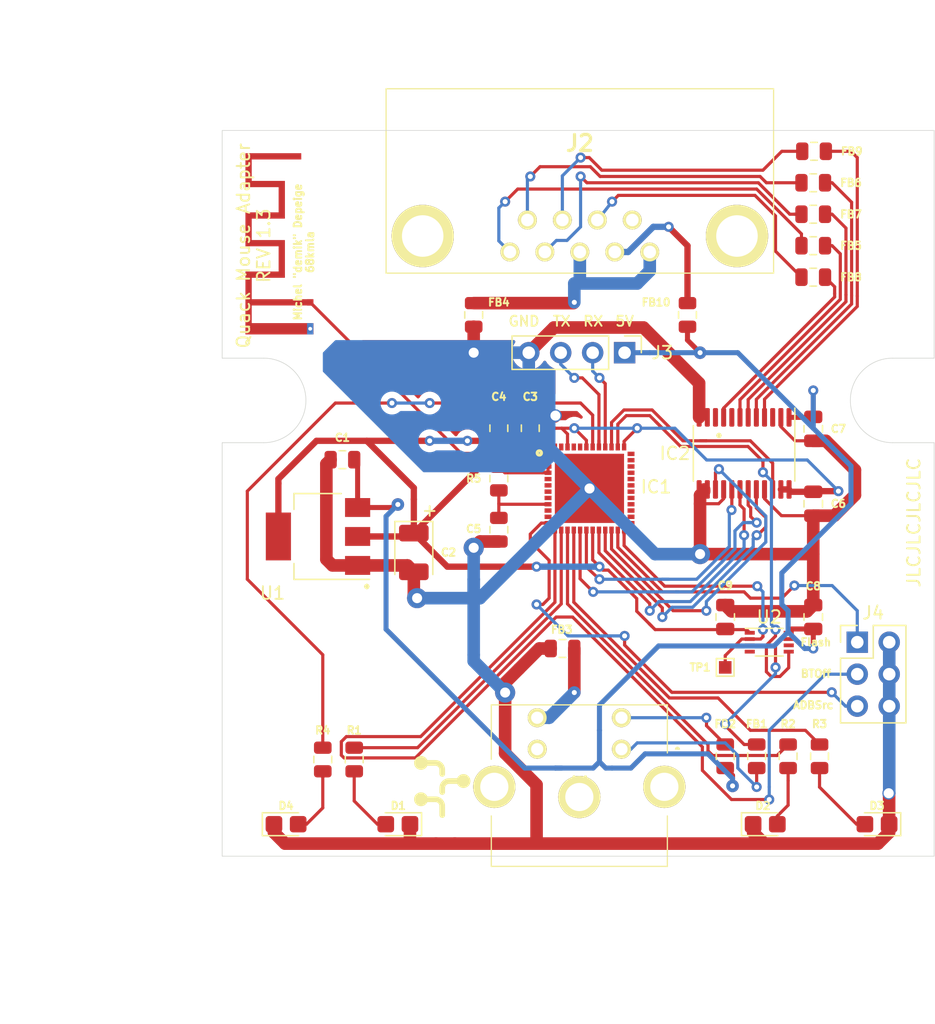
<source format=kicad_pcb>
(kicad_pcb (version 20171130) (host pcbnew "(5.1.8-0-10_14)")

  (general
    (thickness 1.6)
    (drawings 27)
    (tracks 571)
    (zones 0)
    (modules 39)
    (nets 43)
  )

  (page A4)
  (title_block
    (title "Quack Mouse Adapter")
    (date 2021-04-03)
    (rev 1.3)
    (company Lostwave)
    (comment 1 https://68kmla.org)
    (comment 2 https://github.com/demik/quack/tree/master/EDA)
  )

  (layers
    (0 F.Cu signal)
    (31 B.Cu signal)
    (33 F.Adhes user)
    (35 F.Paste user)
    (37 F.SilkS user)
    (38 B.Mask user)
    (39 F.Mask user)
    (40 Dwgs.User user)
    (41 Cmts.User user)
    (44 Edge.Cuts user)
    (45 Margin user)
    (46 B.CrtYd user)
    (47 F.CrtYd user)
    (49 F.Fab user)
  )

  (setup
    (last_trace_width 0.25)
    (trace_clearance 0.2)
    (zone_clearance 0.508)
    (zone_45_only no)
    (trace_min 0.2)
    (via_size 0.8)
    (via_drill 0.4)
    (via_min_size 0.4)
    (via_min_drill 0.3)
    (uvia_size 0.3)
    (uvia_drill 0.1)
    (uvias_allowed no)
    (uvia_min_size 0.2)
    (uvia_min_drill 0.1)
    (edge_width 0.05)
    (segment_width 0.2)
    (pcb_text_width 0.3)
    (pcb_text_size 1.5 1.5)
    (mod_edge_width 0.12)
    (mod_text_size 1 1)
    (mod_text_width 0.15)
    (pad_size 6.4 6.4)
    (pad_drill 3.2)
    (pad_to_mask_clearance 0.051)
    (solder_mask_min_width 0.25)
    (aux_axis_origin 0 0)
    (visible_elements FFFFFF7F)
    (pcbplotparams
      (layerselection 0x010e8_ffffffff)
      (usegerberextensions false)
      (usegerberattributes false)
      (usegerberadvancedattributes false)
      (creategerberjobfile false)
      (excludeedgelayer true)
      (linewidth 0.100000)
      (plotframeref false)
      (viasonmask false)
      (mode 1)
      (useauxorigin false)
      (hpglpennumber 1)
      (hpglpenspeed 20)
      (hpglpendiameter 15.000000)
      (psnegative false)
      (psa4output false)
      (plotreference true)
      (plotvalue true)
      (plotinvisibletext false)
      (padsonsilk false)
      (subtractmaskfromsilk false)
      (outputformat 1)
      (mirror false)
      (drillshape 0)
      (scaleselection 1)
      (outputdirectory "./"))
  )

  (net 0 "")
  (net 1 GND)
  (net 2 +5V)
  (net 3 +3V3)
  (net 4 "Net-(D1-Pad2)")
  (net 5 "Net-(D2-Pad2)")
  (net 6 "Net-(D3-Pad2)")
  (net 7 "Net-(D4-Pad2)")
  (net 8 "Net-(IC1-Pad14)")
  (net 9 "Net-(IC1-Pad15)")
  (net 10 "Net-(IC1-Pad16)")
  (net 11 "Net-(IC1-Pad42)")
  (net 12 U0RXD)
  (net 13 U0TXD)
  (net 14 /quack_connectors/QY2_5V)
  (net 15 /quack_connectors/CLICK_5V)
  (net 16 /quack_connectors/QY1_5V)
  (net 17 /quack_connectors/QX1_5V)
  (net 18 /quack_connectors/QX2_5V)
  (net 19 FLASH)
  (net 20 QY1_3V)
  (net 21 QX1_3V)
  (net 22 QX2_3V)
  (net 23 QY2_3V)
  (net 24 CLICK_3V)
  (net 25 ADB)
  (net 26 "Net-(C5-Pad1)")
  (net 27 ADBSRC)
  (net 28 BTOFF)
  (net 29 "Net-(FB1-Pad1)")
  (net 30 "Net-(FB1-Pad2)")
  (net 31 "Net-(FB2-Pad2)")
  (net 32 "Net-(FB3-Pad2)")
  (net 33 "Net-(FB4-Pad2)")
  (net 34 "Net-(FB5-Pad1)")
  (net 35 "Net-(FB6-Pad1)")
  (net 36 "Net-(FB7-Pad1)")
  (net 37 "Net-(FB8-Pad1)")
  (net 38 "Net-(FB9-Pad1)")
  (net 39 "Net-(FB10-Pad1)")
  (net 40 "Net-(ANT1-Pad1)")
  (net 41 ~OE)
  (net 42 DIR)

  (net_class Default "Ceci est la Netclass par défaut."
    (clearance 0.2)
    (trace_width 0.25)
    (via_dia 0.8)
    (via_drill 0.4)
    (uvia_dia 0.3)
    (uvia_drill 0.1)
    (add_net +3V3)
    (add_net /quack_connectors/CLICK_5V)
    (add_net /quack_connectors/QX1_5V)
    (add_net /quack_connectors/QX2_5V)
    (add_net /quack_connectors/QY1_5V)
    (add_net /quack_connectors/QY2_5V)
    (add_net ADB)
    (add_net ADBSRC)
    (add_net BTOFF)
    (add_net CLICK_3V)
    (add_net DIR)
    (add_net FLASH)
    (add_net "Net-(ANT1-Pad1)")
    (add_net "Net-(C5-Pad1)")
    (add_net "Net-(D1-Pad2)")
    (add_net "Net-(D2-Pad2)")
    (add_net "Net-(D3-Pad2)")
    (add_net "Net-(D4-Pad2)")
    (add_net "Net-(FB1-Pad1)")
    (add_net "Net-(FB1-Pad2)")
    (add_net "Net-(FB10-Pad1)")
    (add_net "Net-(FB2-Pad2)")
    (add_net "Net-(FB3-Pad2)")
    (add_net "Net-(FB4-Pad2)")
    (add_net "Net-(FB5-Pad1)")
    (add_net "Net-(FB6-Pad1)")
    (add_net "Net-(FB7-Pad1)")
    (add_net "Net-(FB8-Pad1)")
    (add_net "Net-(FB9-Pad1)")
    (add_net "Net-(IC1-Pad10)")
    (add_net "Net-(IC1-Pad11)")
    (add_net "Net-(IC1-Pad14)")
    (add_net "Net-(IC1-Pad15)")
    (add_net "Net-(IC1-Pad16)")
    (add_net "Net-(IC1-Pad25)")
    (add_net "Net-(IC1-Pad26)")
    (add_net "Net-(IC1-Pad27)")
    (add_net "Net-(IC1-Pad28)")
    (add_net "Net-(IC1-Pad29)")
    (add_net "Net-(IC1-Pad30)")
    (add_net "Net-(IC1-Pad31)")
    (add_net "Net-(IC1-Pad32)")
    (add_net "Net-(IC1-Pad33)")
    (add_net "Net-(IC1-Pad34)")
    (add_net "Net-(IC1-Pad35)")
    (add_net "Net-(IC1-Pad36)")
    (add_net "Net-(IC1-Pad42)")
    (add_net "Net-(IC1-Pad44)")
    (add_net "Net-(IC1-Pad45)")
    (add_net "Net-(IC1-Pad47)")
    (add_net "Net-(IC1-Pad48)")
    (add_net "Net-(IC1-Pad5)")
    (add_net "Net-(IC1-Pad6)")
    (add_net "Net-(IC1-Pad7)")
    (add_net "Net-(IC1-Pad8)")
    (add_net "Net-(IC2-Pad10)")
    (add_net "Net-(IC2-Pad3)")
    (add_net "Net-(IC2-Pad8)")
    (add_net "Net-(J1-Pad2)")
    (add_net "Net-(J2-Pad6)")
    (add_net "Net-(U2-Pad3)")
    (add_net "Net-(U2-Pad4)")
    (add_net "Net-(U2-Pad6)")
    (add_net QX1_3V)
    (add_net QX2_3V)
    (add_net QY1_3V)
    (add_net QY2_3V)
    (add_net U0RXD)
    (add_net U0TXD)
    (add_net ~OE)
  )

  (net_class +V ""
    (clearance 0.2)
    (trace_width 0.4)
    (via_dia 0.8)
    (via_drill 0.4)
    (uvia_dia 0.3)
    (uvia_drill 0.1)
    (add_net +5V)
  )

  (net_class GND ""
    (clearance 0.2)
    (trace_width 1)
    (via_dia 1.6)
    (via_drill 0.8)
    (uvia_dia 0.3)
    (uvia_drill 0.1)
    (add_net GND)
  )

  (module Package_SO:TSSOP-24_4.4x7.8mm_P0.65mm (layer F.Cu) (tedit 5E476F32) (tstamp 6068A48A)
    (at 168.5 95 270)
    (descr "TSSOP, 24 Pin (JEDEC MO-153 Var AD https://www.jedec.org/document_search?search_api_views_fulltext=MO-153), generated with kicad-footprint-generator ipc_gullwing_generator.py")
    (tags "TSSOP SO")
    (path /5F5EA845/606C38B8)
    (attr smd)
    (fp_text reference IC2 (at 0 5.5 180) (layer F.SilkS)
      (effects (font (size 1 1) (thickness 0.15)))
    )
    (fp_text value SN74LVC4245APWR (at 0 4.85 90) (layer F.Fab)
      (effects (font (size 1 1) (thickness 0.15)))
    )
    (fp_line (start 3.85 -4.15) (end -3.85 -4.15) (layer F.CrtYd) (width 0.05))
    (fp_line (start 3.85 4.15) (end 3.85 -4.15) (layer F.CrtYd) (width 0.05))
    (fp_line (start -3.85 4.15) (end 3.85 4.15) (layer F.CrtYd) (width 0.05))
    (fp_line (start -3.85 -4.15) (end -3.85 4.15) (layer F.CrtYd) (width 0.05))
    (fp_line (start -2.2 -2.9) (end -1.2 -3.9) (layer F.Fab) (width 0.1))
    (fp_line (start -2.2 3.9) (end -2.2 -2.9) (layer F.Fab) (width 0.1))
    (fp_line (start 2.2 3.9) (end -2.2 3.9) (layer F.Fab) (width 0.1))
    (fp_line (start 2.2 -3.9) (end 2.2 3.9) (layer F.Fab) (width 0.1))
    (fp_line (start -1.2 -3.9) (end 2.2 -3.9) (layer F.Fab) (width 0.1))
    (fp_line (start 0 -4.035) (end -3.6 -4.035) (layer F.SilkS) (width 0.12))
    (fp_line (start 0 -4.035) (end 2.2 -4.035) (layer F.SilkS) (width 0.12))
    (fp_line (start 0 4.035) (end -2.2 4.035) (layer F.SilkS) (width 0.12))
    (fp_line (start 0 4.035) (end 2.2 4.035) (layer F.SilkS) (width 0.12))
    (fp_text user %R (at 0 0 90) (layer F.Fab)
      (effects (font (size 1 1) (thickness 0.15)))
    )
    (pad 24 smd roundrect (at 2.8625 -3.575 270) (size 1.475 0.4) (layers F.Cu F.Paste F.Mask) (roundrect_rratio 0.25)
      (net 3 +3V3))
    (pad 23 smd roundrect (at 2.8625 -2.925 270) (size 1.475 0.4) (layers F.Cu F.Paste F.Mask) (roundrect_rratio 0.25)
      (net 3 +3V3))
    (pad 22 smd roundrect (at 2.8625 -2.275 270) (size 1.475 0.4) (layers F.Cu F.Paste F.Mask) (roundrect_rratio 0.25)
      (net 41 ~OE))
    (pad 21 smd roundrect (at 2.8625 -1.625 270) (size 1.475 0.4) (layers F.Cu F.Paste F.Mask) (roundrect_rratio 0.25)
      (net 1 GND))
    (pad 20 smd roundrect (at 2.8625 -0.975 270) (size 1.475 0.4) (layers F.Cu F.Paste F.Mask) (roundrect_rratio 0.25)
      (net 23 QY2_3V))
    (pad 19 smd roundrect (at 2.8625 -0.325 270) (size 1.475 0.4) (layers F.Cu F.Paste F.Mask) (roundrect_rratio 0.25)
      (net 20 QY1_3V))
    (pad 18 smd roundrect (at 2.8625 0.325 270) (size 1.475 0.4) (layers F.Cu F.Paste F.Mask) (roundrect_rratio 0.25)
      (net 22 QX2_3V))
    (pad 17 smd roundrect (at 2.8625 0.975 270) (size 1.475 0.4) (layers F.Cu F.Paste F.Mask) (roundrect_rratio 0.25)
      (net 21 QX1_3V))
    (pad 16 smd roundrect (at 2.8625 1.625 270) (size 1.475 0.4) (layers F.Cu F.Paste F.Mask) (roundrect_rratio 0.25)
      (net 1 GND))
    (pad 15 smd roundrect (at 2.8625 2.275 270) (size 1.475 0.4) (layers F.Cu F.Paste F.Mask) (roundrect_rratio 0.25)
      (net 24 CLICK_3V))
    (pad 14 smd roundrect (at 2.8625 2.925 270) (size 1.475 0.4) (layers F.Cu F.Paste F.Mask) (roundrect_rratio 0.25)
      (net 1 GND))
    (pad 13 smd roundrect (at 2.8625 3.575 270) (size 1.475 0.4) (layers F.Cu F.Paste F.Mask) (roundrect_rratio 0.25)
      (net 1 GND))
    (pad 12 smd roundrect (at -2.8625 3.575 270) (size 1.475 0.4) (layers F.Cu F.Paste F.Mask) (roundrect_rratio 0.25)
      (net 1 GND))
    (pad 11 smd roundrect (at -2.8625 2.925 270) (size 1.475 0.4) (layers F.Cu F.Paste F.Mask) (roundrect_rratio 0.25)
      (net 1 GND))
    (pad 10 smd roundrect (at -2.8625 2.275 270) (size 1.475 0.4) (layers F.Cu F.Paste F.Mask) (roundrect_rratio 0.25))
    (pad 9 smd roundrect (at -2.8625 1.625 270) (size 1.475 0.4) (layers F.Cu F.Paste F.Mask) (roundrect_rratio 0.25)
      (net 15 /quack_connectors/CLICK_5V))
    (pad 8 smd roundrect (at -2.8625 0.975 270) (size 1.475 0.4) (layers F.Cu F.Paste F.Mask) (roundrect_rratio 0.25))
    (pad 7 smd roundrect (at -2.8625 0.325 270) (size 1.475 0.4) (layers F.Cu F.Paste F.Mask) (roundrect_rratio 0.25)
      (net 17 /quack_connectors/QX1_5V))
    (pad 6 smd roundrect (at -2.8625 -0.325 270) (size 1.475 0.4) (layers F.Cu F.Paste F.Mask) (roundrect_rratio 0.25)
      (net 18 /quack_connectors/QX2_5V))
    (pad 5 smd roundrect (at -2.8625 -0.975 270) (size 1.475 0.4) (layers F.Cu F.Paste F.Mask) (roundrect_rratio 0.25)
      (net 16 /quack_connectors/QY1_5V))
    (pad 4 smd roundrect (at -2.8625 -1.625 270) (size 1.475 0.4) (layers F.Cu F.Paste F.Mask) (roundrect_rratio 0.25)
      (net 14 /quack_connectors/QY2_5V))
    (pad 3 smd roundrect (at -2.8625 -2.275 270) (size 1.475 0.4) (layers F.Cu F.Paste F.Mask) (roundrect_rratio 0.25))
    (pad 2 smd roundrect (at -2.8625 -2.925 270) (size 1.475 0.4) (layers F.Cu F.Paste F.Mask) (roundrect_rratio 0.25)
      (net 1 GND))
    (pad 1 smd roundrect (at -2.8625 -3.575 270) (size 1.475 0.4) (layers F.Cu F.Paste F.Mask) (roundrect_rratio 0.25)
      (net 2 +5V))
    (model ${KISYS3DMOD}/Package_SO.3dshapes/TSSOP-24_4.4x7.8mm_P0.65mm.wrl
      (at (xyz 0 0 0))
      (scale (xyz 1 1 1))
      (rotate (xyz 0 0 0))
    )
  )

  (module ADB_logo_5mm:ADB_logo_5mm (layer F.Cu) (tedit 0) (tstamp 60688DA7)
    (at 144.5 121.5)
    (fp_text reference G*** (at 0 0) (layer F.SilkS) hide
      (effects (font (size 1.524 1.524) (thickness 0.3)))
    )
    (fp_text value LOGO (at 0.75 0) (layer F.SilkS) hide
      (effects (font (size 1.524 1.524) (thickness 0.3)))
    )
    (fp_poly (pts (xy -1.624432 0.43541) (xy -1.56091 0.446329) (xy -1.500226 0.464856) (xy -1.441451 0.491268)
      (xy -1.386543 0.523918) (xy -1.340713 0.558717) (xy -1.297105 0.600151) (xy -1.257314 0.646415)
      (xy -1.222936 0.695701) (xy -1.202002 0.732891) (xy -1.189682 0.757297) (xy -0.822383 0.758973)
      (xy -0.756673 0.75927) (xy -0.698803 0.759547) (xy -0.648147 0.759838) (xy -0.604077 0.760179)
      (xy -0.565968 0.760605) (xy -0.533192 0.761151) (xy -0.505124 0.761852) (xy -0.481136 0.762742)
      (xy -0.460602 0.763858) (xy -0.442895 0.765234) (xy -0.427389 0.766904) (xy -0.413458 0.768905)
      (xy -0.400474 0.771271) (xy -0.387812 0.774037) (xy -0.374844 0.777238) (xy -0.360944 0.780909)
      (xy -0.345485 0.785086) (xy -0.3429 0.785783) (xy -0.269131 0.809967) (xy -0.198761 0.841602)
      (xy -0.132254 0.880199) (xy -0.070075 0.925267) (xy -0.01269 0.976317) (xy 0.039437 1.032857)
      (xy 0.085843 1.094399) (xy 0.126061 1.160451) (xy 0.159627 1.230524) (xy 0.186077 1.304127)
      (xy 0.200424 1.3589) (xy 0.203737 1.374291) (xy 0.20667 1.389266) (xy 0.209245 1.404411)
      (xy 0.211481 1.42031) (xy 0.213399 1.43755) (xy 0.21502 1.456715) (xy 0.216364 1.478389)
      (xy 0.217452 1.503159) (xy 0.218305 1.53161) (xy 0.218943 1.564325) (xy 0.219387 1.601891)
      (xy 0.219657 1.644893) (xy 0.219775 1.693915) (xy 0.21976 1.749544) (xy 0.219633 1.812363)
      (xy 0.219415 1.882958) (xy 0.219368 1.896533) (xy 0.218017 2.27965) (xy 0.20701 2.307923)
      (xy 0.186977 2.348937) (xy 0.161327 2.383728) (xy 0.130268 2.412103) (xy 0.094012 2.433872)
      (xy 0.052769 2.448843) (xy 0.052056 2.449029) (xy 0.024566 2.453642) (xy -0.006259 2.454751)
      (xy -0.036278 2.452365) (xy -0.053871 2.448818) (xy -0.0946 2.433641) (xy -0.130771 2.411481)
      (xy -0.161912 2.38277) (xy -0.187553 2.34794) (xy -0.206701 2.308772) (xy -0.218014 2.27965)
      (xy -0.220193 1.869017) (xy -0.222372 1.458383) (xy -0.232318 1.42875) (xy -0.253528 1.377496)
      (xy -0.280747 1.332202) (xy -0.313971 1.292875) (xy -0.353195 1.25952) (xy -0.398414 1.232143)
      (xy -0.41131 1.225933) (xy -0.422341 1.220863) (xy -0.432285 1.216416) (xy -0.44175 1.212547)
      (xy -0.451344 1.209213) (xy -0.461674 1.206372) (xy -0.473347 1.203979) (xy -0.486971 1.201991)
      (xy -0.503153 1.200365) (xy -0.522501 1.199058) (xy -0.545622 1.198025) (xy -0.573124 1.197224)
      (xy -0.605614 1.196611) (xy -0.6437 1.196142) (xy -0.687989 1.195775) (xy -0.739089 1.195466)
      (xy -0.797607 1.195172) (xy -0.845064 1.194943) (xy -1.188477 1.193266) (xy -1.203971 1.223763)
      (xy -1.23746 1.280588) (xy -1.27769 1.333053) (xy -1.32386 1.38043) (xy -1.375169 1.421991)
      (xy -1.430818 1.457009) (xy -1.490005 1.484755) (xy -1.491597 1.485378) (xy -1.538111 1.501571)
      (xy -1.582351 1.512616) (xy -1.627472 1.519099) (xy -1.676629 1.521605) (xy -1.686984 1.521681)
      (xy -1.726463 1.52099) (xy -1.760415 1.518549) (xy -1.791673 1.51395) (xy -1.823068 1.506787)
      (xy -1.8542 1.49768) (xy -1.915305 1.474037) (xy -1.973369 1.442948) (xy -2.027567 1.405118)
      (xy -2.077068 1.361254) (xy -2.121046 1.312061) (xy -2.158673 1.258246) (xy -2.179931 1.219926)
      (xy -2.19226 1.192159) (xy -2.204467 1.159177) (xy -2.215516 1.124182) (xy -2.22437 1.090377)
      (xy -2.228657 1.06942) (xy -2.232494 1.038635) (xy -2.234552 1.002619) (xy -2.234825 0.964424)
      (xy -2.233309 0.927096) (xy -2.23 0.893686) (xy -2.22892 0.886472) (xy -2.215437 0.827246)
      (xy -2.194584 0.768143) (xy -2.167238 0.711206) (xy -2.134274 0.658475) (xy -2.126399 0.6477)
      (xy -2.108899 0.626607) (xy -2.08654 0.602863) (xy -2.061492 0.578535) (xy -2.035926 0.555689)
      (xy -2.012011 0.536392) (xy -2.001772 0.529008) (xy -1.942859 0.493286) (xy -1.882265 0.465816)
      (xy -1.819645 0.446491) (xy -1.754652 0.4352) (xy -1.691721 0.431817) (xy -1.624432 0.43541)) (layer F.SilkS) (width 0.01))
    (fp_poly (pts (xy 1.728693 -1.013101) (xy 1.762554 -1.010795) (xy 1.793324 -1.00645) (xy 1.823646 -0.999674)
      (xy 1.856161 -0.990073) (xy 1.862667 -0.987943) (xy 1.92358 -0.963357) (xy 1.981059 -0.931412)
      (xy 2.03442 -0.892754) (xy 2.082982 -0.848032) (xy 2.126064 -0.797891) (xy 2.162984 -0.742978)
      (xy 2.193059 -0.683942) (xy 2.199605 -0.668169) (xy 2.215744 -0.618564) (xy 2.227231 -0.564153)
      (xy 2.23382 -0.50736) (xy 2.235262 -0.45061) (xy 2.231311 -0.396327) (xy 2.22899 -0.380608)
      (xy 2.21382 -0.315039) (xy 2.190954 -0.252443) (xy 2.160825 -0.193416) (xy 2.123861 -0.13855)
      (xy 2.080495 -0.088441) (xy 2.031156 -0.043682) (xy 1.976275 -0.004869) (xy 1.942925 0.014237)
      (xy 1.895768 0.036731) (xy 1.849695 0.053445) (xy 1.802581 0.064885) (xy 1.752305 0.071553)
      (xy 1.696742 0.073954) (xy 1.691217 0.073979) (xy 1.640067 0.072605) (xy 1.594603 0.067963)
      (xy 1.552497 0.059509) (xy 1.511418 0.046699) (xy 1.469036 0.028992) (xy 1.442285 0.015928)
      (xy 1.384251 -0.018385) (xy 1.331016 -0.059456) (xy 1.283156 -0.106703) (xy 1.241251 -0.159542)
      (xy 1.205876 -0.217393) (xy 1.200556 -0.227681) (xy 1.189283 -0.250044) (xy 0.837 -0.248674)
      (xy 0.773741 -0.248417) (xy 0.718376 -0.248162) (xy 0.670332 -0.247895) (xy 0.629037 -0.247603)
      (xy 0.593917 -0.247271) (xy 0.5644 -0.246887) (xy 0.539914 -0.246438) (xy 0.519885 -0.245908)
      (xy 0.503741 -0.245286) (xy 0.490909 -0.244557) (xy 0.480816 -0.243708) (xy 0.47289 -0.242725)
      (xy 0.466558 -0.241595) (xy 0.461247 -0.240304) (xy 0.459317 -0.239751) (xy 0.410967 -0.221213)
      (xy 0.366143 -0.195748) (xy 0.325798 -0.164152) (xy 0.290886 -0.127225) (xy 0.26236 -0.085765)
      (xy 0.251974 -0.06608) (xy 0.245765 -0.053095) (xy 0.240505 -0.041519) (xy 0.236106 -0.030533)
      (xy 0.232482 -0.019318) (xy 0.229543 -0.007058) (xy 0.227204 0.007065) (xy 0.225376 0.023871)
      (xy 0.223971 0.044176) (xy 0.222903 0.068799) (xy 0.222083 0.098558) (xy 0.221423 0.134271)
      (xy 0.220837 0.176755) (xy 0.220237 0.226828) (xy 0.220191 0.230717) (xy 0.219609 0.279147)
      (xy 0.219075 0.31989) (xy 0.21855 0.353722) (xy 0.217997 0.381421) (xy 0.217378 0.403766)
      (xy 0.216654 0.421534) (xy 0.215788 0.435504) (xy 0.214742 0.446452) (xy 0.213477 0.455158)
      (xy 0.211956 0.462398) (xy 0.21014 0.468951) (xy 0.208269 0.474768) (xy 0.191205 0.513262)
      (xy 0.167657 0.54723) (xy 0.138569 0.575999) (xy 0.104884 0.598894) (xy 0.067548 0.615242)
      (xy 0.027504 0.624369) (xy -0.003753 0.626069) (xy -0.021412 0.625081) (xy -0.039192 0.623102)
      (xy -0.046328 0.621917) (xy -0.067476 0.615676) (xy -0.091698 0.605295) (xy -0.115838 0.592372)
      (xy -0.136742 0.578503) (xy -0.144312 0.572326) (xy -0.170329 0.544253) (xy -0.192466 0.510404)
      (xy -0.206611 0.479972) (xy -0.217835 0.45085) (xy -0.219289 0.256117) (xy -0.219606 0.200773)
      (xy -0.21964 0.152954) (xy -0.219344 0.111718) (xy -0.218672 0.076126) (xy -0.217578 0.045238)
      (xy -0.216014 0.018115) (xy -0.213936 -0.006185) (xy -0.211296 -0.028599) (xy -0.208048 -0.050069)
      (xy -0.204146 -0.071534) (xy -0.2028 -0.078317) (xy -0.183372 -0.153596) (xy -0.156338 -0.225874)
      (xy -0.122175 -0.294676) (xy -0.081359 -0.359527) (xy -0.034364 -0.419953) (xy 0.018333 -0.47548)
      (xy 0.076257 -0.525633) (xy 0.138931 -0.569937) (xy 0.205881 -0.607918) (xy 0.276631 -0.639102)
      (xy 0.350705 -0.663014) (xy 0.393404 -0.67304) (xy 0.408704 -0.675987) (xy 0.424272 -0.678577)
      (xy 0.440739 -0.680834) (xy 0.458732 -0.682779) (xy 0.47888 -0.684437) (xy 0.501813 -0.68583)
      (xy 0.528159 -0.68698) (xy 0.558547 -0.687911) (xy 0.593605 -0.688646) (xy 0.633963 -0.689207)
      (xy 0.680249 -0.689618) (xy 0.733092 -0.689901) (xy 0.793121 -0.69008) (xy 0.860965 -0.690177)
      (xy 0.8636 -0.690179) (xy 1.191683 -0.690459) (xy 1.203772 -0.715959) (xy 1.233035 -0.768165)
      (xy 1.269573 -0.817419) (xy 1.312472 -0.862921) (xy 1.36082 -0.90387) (xy 1.413702 -0.939466)
      (xy 1.470204 -0.968909) (xy 1.5113 -0.985386) (xy 1.544501 -0.996268) (xy 1.574776 -1.004123)
      (xy 1.604716 -1.009366) (xy 1.636911 -1.012409) (xy 1.673952 -1.013666) (xy 1.6891 -1.013761)
      (xy 1.728693 -1.013101)) (layer F.SilkS) (width 0.01))
    (fp_poly (pts (xy -1.669591 -2.453296) (xy -1.634726 -2.451804) (xy -1.603773 -2.4489) (xy -1.583267 -2.445512)
      (xy -1.517065 -2.427224) (xy -1.454393 -2.401396) (xy -1.394888 -2.367843) (xy -1.338182 -2.326381)
      (xy -1.326019 -2.316157) (xy -1.300067 -2.291127) (xy -1.273057 -2.260324) (xy -1.246686 -2.225977)
      (xy -1.222655 -2.190317) (xy -1.202664 -2.155575) (xy -1.200626 -2.151592) (xy -1.189424 -2.129367)
      (xy -0.855797 -2.129367) (xy -0.785136 -2.12933) (xy -0.722305 -2.129187) (xy -0.666667 -2.128893)
      (xy -0.617586 -2.128399) (xy -0.574425 -2.127659) (xy -0.536548 -2.126627) (xy -0.503317 -2.125256)
      (xy -0.474097 -2.123498) (xy -0.448251 -2.121307) (xy -0.425143 -2.118636) (xy -0.404135 -2.115439)
      (xy -0.384591 -2.111668) (xy -0.365875 -2.107277) (xy -0.34735 -2.102219) (xy -0.328379 -2.096447)
      (xy -0.308327 -2.089914) (xy -0.305247 -2.088886) (xy -0.230642 -2.059591) (xy -0.1605 -2.023337)
      (xy -0.095166 -1.980564) (xy -0.034989 -1.931714) (xy 0.019682 -1.877227) (xy 0.0685 -1.817544)
      (xy 0.111117 -1.753107) (xy 0.147186 -1.684355) (xy 0.176357 -1.61173) (xy 0.198283 -1.535673)
      (xy 0.212616 -1.456625) (xy 0.215735 -1.42875) (xy 0.216685 -1.41433) (xy 0.21756 -1.392629)
      (xy 0.21834 -1.364831) (xy 0.219 -1.332122) (xy 0.21952 -1.295686) (xy 0.219875 -1.256708)
      (xy 0.220045 -1.216374) (xy 0.220056 -1.20015) (xy 0.219979 -1.152894) (xy 0.219771 -1.113307)
      (xy 0.219409 -1.080589) (xy 0.218868 -1.053944) (xy 0.218125 -1.032574) (xy 0.217156 -1.01568)
      (xy 0.215938 -1.002465) (xy 0.214446 -0.992131) (xy 0.213737 -0.988484) (xy 0.201165 -0.948073)
      (xy 0.181889 -0.911896) (xy 0.156783 -0.880505) (xy 0.126719 -0.854455) (xy 0.092569 -0.834301)
      (xy 0.055208 -0.820596) (xy 0.015506 -0.813895) (xy -0.025662 -0.814752) (xy -0.052349 -0.819516)
      (xy -0.087549 -0.831921) (xy -0.121262 -0.851089) (xy -0.151723 -0.875622) (xy -0.177162 -0.904121)
      (xy -0.194162 -0.931715) (xy -0.199856 -0.943718) (xy -0.204649 -0.955154) (xy -0.208618 -0.966861)
      (xy -0.211841 -0.979676) (xy -0.214397 -0.994437) (xy -0.216363 -1.011982) (xy -0.217817 -1.033147)
      (xy -0.218838 -1.058772) (xy -0.219502 -1.089693) (xy -0.219889 -1.126748) (xy -0.220076 -1.170775)
      (xy -0.220133 -1.210733) (xy -0.22021 -1.260046) (xy -0.220407 -1.30176) (xy -0.220802 -1.336745)
      (xy -0.221471 -1.36587) (xy -0.22249 -1.390003) (xy -0.223934 -1.410013) (xy -0.225881 -1.426769)
      (xy -0.228406 -1.44114) (xy -0.231585 -1.453994) (xy -0.235494 -1.4662) (xy -0.24021 -1.478626)
      (xy -0.244524 -1.489093) (xy -0.268466 -1.535389) (xy -0.299149 -1.576828) (xy -0.336088 -1.612962)
      (xy -0.378797 -1.643344) (xy -0.42679 -1.667528) (xy -0.446617 -1.675107) (xy -0.480483 -1.686984)
      (xy -0.836084 -1.687889) (xy -1.191683 -1.688795) (xy -1.2065 -1.658377) (xy -1.220636 -1.632607)
      (xy -1.238837 -1.604133) (xy -1.258982 -1.576032) (xy -1.278945 -1.551377) (xy -1.285096 -1.544559)
      (xy -1.335916 -1.495596) (xy -1.389838 -1.454423) (xy -1.447282 -1.420798) (xy -1.508668 -1.39448)
      (xy -1.574417 -1.375227) (xy -1.583267 -1.373239) (xy -1.609706 -1.369046) (xy -1.641974 -1.366327)
      (xy -1.677561 -1.365084) (xy -1.713959 -1.36532) (xy -1.748657 -1.367038) (xy -1.779148 -1.37024)
      (xy -1.794934 -1.372993) (xy -1.861527 -1.390941) (xy -1.923035 -1.415447) (xy -1.980129 -1.446865)
      (xy -2.033485 -1.485546) (xy -2.06749 -1.515715) (xy -2.114142 -1.565938) (xy -2.153416 -1.620229)
      (xy -2.185177 -1.678266) (xy -2.209286 -1.73973) (xy -2.225609 -1.8043) (xy -2.234008 -1.871655)
      (xy -2.2352 -1.909234) (xy -2.231351 -1.978061) (xy -2.219769 -2.043486) (xy -2.200401 -2.105635)
      (xy -2.173193 -2.164635) (xy -2.138094 -2.220612) (xy -2.09505 -2.273695) (xy -2.074735 -2.295011)
      (xy -2.024168 -2.340374) (xy -1.970365 -2.378067) (xy -1.912727 -2.408418) (xy -1.850651 -2.431754)
      (xy -1.799167 -2.44521) (xy -1.773157 -2.449333) (xy -1.741257 -2.452057) (xy -1.705918 -2.45338)
      (xy -1.669591 -2.453296)) (layer F.SilkS) (width 0.01))
  )

  (module TestPoint:TestPoint_Pad_1.0x1.0mm (layer F.Cu) (tedit 5A0F774F) (tstamp 6068C7F5)
    (at 167 112)
    (descr "SMD rectangular pad as test Point, square 1.0mm side length")
    (tags "test point SMD pad rectangle square")
    (path /5F5EA845/6075B7BC)
    (attr virtual)
    (fp_text reference TP1 (at -2 0) (layer F.SilkS)
      (effects (font (size 0.6 0.6) (thickness 0.15)))
    )
    (fp_text value "TestPoint ADB ESP32" (at 0 1.55) (layer F.Fab) hide
      (effects (font (size 1 1) (thickness 0.15)))
    )
    (fp_line (start -0.7 -0.7) (end 0.7 -0.7) (layer F.SilkS) (width 0.12))
    (fp_line (start 0.7 -0.7) (end 0.7 0.7) (layer F.SilkS) (width 0.12))
    (fp_line (start 0.7 0.7) (end -0.7 0.7) (layer F.SilkS) (width 0.12))
    (fp_line (start -0.7 0.7) (end -0.7 -0.7) (layer F.SilkS) (width 0.12))
    (fp_line (start -1 -1) (end 1 -1) (layer F.CrtYd) (width 0.05))
    (fp_line (start -1 -1) (end -1 1) (layer F.CrtYd) (width 0.05))
    (fp_line (start 1 1) (end 1 -1) (layer F.CrtYd) (width 0.05))
    (fp_line (start 1 1) (end -1 1) (layer F.CrtYd) (width 0.05))
    (fp_text user %R (at 0 -1.45) (layer F.Fab)
      (effects (font (size 1 1) (thickness 0.15)))
    )
    (pad 1 smd rect (at 0 0) (size 1 1) (layers F.Cu F.Mask)
      (net 25 ADB))
  )

  (module Capacitor_SMD:C_0805_2012Metric (layer F.Cu) (tedit 5F68FEEE) (tstamp 6068AB7D)
    (at 167 108 270)
    (descr "Capacitor SMD 0805 (2012 Metric), square (rectangular) end terminal, IPC_7351 nominal, (Body size source: IPC-SM-782 page 76, https://www.pcb-3d.com/wordpress/wp-content/uploads/ipc-sm-782a_amendment_1_and_2.pdf, https://docs.google.com/spreadsheets/d/1BsfQQcO9C6DZCsRaXUlFlo91Tg2WpOkGARC1WS5S8t0/edit?usp=sharing), generated with kicad-footprint-generator")
    (tags capacitor)
    (path /5F5EA845/6072461C)
    (attr smd)
    (fp_text reference C9 (at -2.5 0 180) (layer F.SilkS)
      (effects (font (size 0.6 0.6) (thickness 0.15)))
    )
    (fp_text value 100nF (at 0 1.68 90) (layer F.Fab)
      (effects (font (size 1 1) (thickness 0.15)))
    )
    (fp_line (start -1 0.625) (end -1 -0.625) (layer F.Fab) (width 0.1))
    (fp_line (start -1 -0.625) (end 1 -0.625) (layer F.Fab) (width 0.1))
    (fp_line (start 1 -0.625) (end 1 0.625) (layer F.Fab) (width 0.1))
    (fp_line (start 1 0.625) (end -1 0.625) (layer F.Fab) (width 0.1))
    (fp_line (start -0.261252 -0.735) (end 0.261252 -0.735) (layer F.SilkS) (width 0.12))
    (fp_line (start -0.261252 0.735) (end 0.261252 0.735) (layer F.SilkS) (width 0.12))
    (fp_line (start -1.7 0.98) (end -1.7 -0.98) (layer F.CrtYd) (width 0.05))
    (fp_line (start -1.7 -0.98) (end 1.7 -0.98) (layer F.CrtYd) (width 0.05))
    (fp_line (start 1.7 -0.98) (end 1.7 0.98) (layer F.CrtYd) (width 0.05))
    (fp_line (start 1.7 0.98) (end -1.7 0.98) (layer F.CrtYd) (width 0.05))
    (fp_text user %R (at 0 0 90) (layer F.Fab)
      (effects (font (size 0.5 0.5) (thickness 0.08)))
    )
    (pad 2 smd roundrect (at 0.95 0 270) (size 1 1.45) (layers F.Cu F.Paste F.Mask) (roundrect_rratio 0.25)
      (net 3 +3V3))
    (pad 1 smd roundrect (at -0.95 0 270) (size 1 1.45) (layers F.Cu F.Paste F.Mask) (roundrect_rratio 0.25)
      (net 1 GND))
    (model ${KISYS3DMOD}/Capacitor_SMD.3dshapes/C_0805_2012Metric.wrl
      (at (xyz 0 0 0))
      (scale (xyz 1 1 1))
      (rotate (xyz 0 0 0))
    )
  )

  (module Capacitor_SMD:C_0805_2012Metric (layer F.Cu) (tedit 5F68FEEE) (tstamp 606937EB)
    (at 174 108 90)
    (descr "Capacitor SMD 0805 (2012 Metric), square (rectangular) end terminal, IPC_7351 nominal, (Body size source: IPC-SM-782 page 76, https://www.pcb-3d.com/wordpress/wp-content/uploads/ipc-sm-782a_amendment_1_and_2.pdf, https://docs.google.com/spreadsheets/d/1BsfQQcO9C6DZCsRaXUlFlo91Tg2WpOkGARC1WS5S8t0/edit?usp=sharing), generated with kicad-footprint-generator")
    (tags capacitor)
    (path /5F5EA845/60720746)
    (attr smd)
    (fp_text reference C8 (at 2.45 0 180) (layer F.SilkS)
      (effects (font (size 0.6 0.6) (thickness 0.15)))
    )
    (fp_text value 100nF (at 0 1.68 90) (layer F.Fab)
      (effects (font (size 1 1) (thickness 0.15)))
    )
    (fp_line (start -1 0.625) (end -1 -0.625) (layer F.Fab) (width 0.1))
    (fp_line (start -1 -0.625) (end 1 -0.625) (layer F.Fab) (width 0.1))
    (fp_line (start 1 -0.625) (end 1 0.625) (layer F.Fab) (width 0.1))
    (fp_line (start 1 0.625) (end -1 0.625) (layer F.Fab) (width 0.1))
    (fp_line (start -0.261252 -0.735) (end 0.261252 -0.735) (layer F.SilkS) (width 0.12))
    (fp_line (start -0.261252 0.735) (end 0.261252 0.735) (layer F.SilkS) (width 0.12))
    (fp_line (start -1.7 0.98) (end -1.7 -0.98) (layer F.CrtYd) (width 0.05))
    (fp_line (start -1.7 -0.98) (end 1.7 -0.98) (layer F.CrtYd) (width 0.05))
    (fp_line (start 1.7 -0.98) (end 1.7 0.98) (layer F.CrtYd) (width 0.05))
    (fp_line (start 1.7 0.98) (end -1.7 0.98) (layer F.CrtYd) (width 0.05))
    (fp_text user %R (at 0 0 90) (layer F.Fab)
      (effects (font (size 0.5 0.5) (thickness 0.08)))
    )
    (pad 2 smd roundrect (at 0.95 0 90) (size 1 1.45) (layers F.Cu F.Paste F.Mask) (roundrect_rratio 0.25)
      (net 1 GND))
    (pad 1 smd roundrect (at -0.95 0 90) (size 1 1.45) (layers F.Cu F.Paste F.Mask) (roundrect_rratio 0.25)
      (net 2 +5V))
    (model ${KISYS3DMOD}/Capacitor_SMD.3dshapes/C_0805_2012Metric.wrl
      (at (xyz 0 0 0))
      (scale (xyz 1 1 1))
      (rotate (xyz 0 0 0))
    )
  )

  (module Capacitor_SMD:C_0805_2012Metric (layer F.Cu) (tedit 5F68FEEE) (tstamp 6068AB5B)
    (at 174 93.05 90)
    (descr "Capacitor SMD 0805 (2012 Metric), square (rectangular) end terminal, IPC_7351 nominal, (Body size source: IPC-SM-782 page 76, https://www.pcb-3d.com/wordpress/wp-content/uploads/ipc-sm-782a_amendment_1_and_2.pdf, https://docs.google.com/spreadsheets/d/1BsfQQcO9C6DZCsRaXUlFlo91Tg2WpOkGARC1WS5S8t0/edit?usp=sharing), generated with kicad-footprint-generator")
    (tags capacitor)
    (path /5F5EA845/606B3077)
    (attr smd)
    (fp_text reference C7 (at 0 2 180) (layer F.SilkS)
      (effects (font (size 0.6 0.6) (thickness 0.15)))
    )
    (fp_text value 100nF (at 0 1.68 90) (layer F.Fab)
      (effects (font (size 1 1) (thickness 0.15)))
    )
    (fp_line (start -1 0.625) (end -1 -0.625) (layer F.Fab) (width 0.1))
    (fp_line (start -1 -0.625) (end 1 -0.625) (layer F.Fab) (width 0.1))
    (fp_line (start 1 -0.625) (end 1 0.625) (layer F.Fab) (width 0.1))
    (fp_line (start 1 0.625) (end -1 0.625) (layer F.Fab) (width 0.1))
    (fp_line (start -0.261252 -0.735) (end 0.261252 -0.735) (layer F.SilkS) (width 0.12))
    (fp_line (start -0.261252 0.735) (end 0.261252 0.735) (layer F.SilkS) (width 0.12))
    (fp_line (start -1.7 0.98) (end -1.7 -0.98) (layer F.CrtYd) (width 0.05))
    (fp_line (start -1.7 -0.98) (end 1.7 -0.98) (layer F.CrtYd) (width 0.05))
    (fp_line (start 1.7 -0.98) (end 1.7 0.98) (layer F.CrtYd) (width 0.05))
    (fp_line (start 1.7 0.98) (end -1.7 0.98) (layer F.CrtYd) (width 0.05))
    (fp_text user %R (at 0 0 90) (layer F.Fab)
      (effects (font (size 0.5 0.5) (thickness 0.08)))
    )
    (pad 2 smd roundrect (at 0.95 0 90) (size 1 1.45) (layers F.Cu F.Paste F.Mask) (roundrect_rratio 0.25)
      (net 2 +5V))
    (pad 1 smd roundrect (at -0.95 0 90) (size 1 1.45) (layers F.Cu F.Paste F.Mask) (roundrect_rratio 0.25)
      (net 1 GND))
    (model ${KISYS3DMOD}/Capacitor_SMD.3dshapes/C_0805_2012Metric.wrl
      (at (xyz 0 0 0))
      (scale (xyz 1 1 1))
      (rotate (xyz 0 0 0))
    )
  )

  (module Capacitor_SMD:C_0805_2012Metric (layer F.Cu) (tedit 5F68FEEE) (tstamp 6068AB4A)
    (at 174 99 270)
    (descr "Capacitor SMD 0805 (2012 Metric), square (rectangular) end terminal, IPC_7351 nominal, (Body size source: IPC-SM-782 page 76, https://www.pcb-3d.com/wordpress/wp-content/uploads/ipc-sm-782a_amendment_1_and_2.pdf, https://docs.google.com/spreadsheets/d/1BsfQQcO9C6DZCsRaXUlFlo91Tg2WpOkGARC1WS5S8t0/edit?usp=sharing), generated with kicad-footprint-generator")
    (tags capacitor)
    (path /5F5EA845/606B1EA2)
    (attr smd)
    (fp_text reference C6 (at 0 -2 180) (layer F.SilkS)
      (effects (font (size 0.6 0.6) (thickness 0.15)))
    )
    (fp_text value 100nF (at 0 1.68 90) (layer F.Fab)
      (effects (font (size 1 1) (thickness 0.15)))
    )
    (fp_line (start -1 0.625) (end -1 -0.625) (layer F.Fab) (width 0.1))
    (fp_line (start -1 -0.625) (end 1 -0.625) (layer F.Fab) (width 0.1))
    (fp_line (start 1 -0.625) (end 1 0.625) (layer F.Fab) (width 0.1))
    (fp_line (start 1 0.625) (end -1 0.625) (layer F.Fab) (width 0.1))
    (fp_line (start -0.261252 -0.735) (end 0.261252 -0.735) (layer F.SilkS) (width 0.12))
    (fp_line (start -0.261252 0.735) (end 0.261252 0.735) (layer F.SilkS) (width 0.12))
    (fp_line (start -1.7 0.98) (end -1.7 -0.98) (layer F.CrtYd) (width 0.05))
    (fp_line (start -1.7 -0.98) (end 1.7 -0.98) (layer F.CrtYd) (width 0.05))
    (fp_line (start 1.7 -0.98) (end 1.7 0.98) (layer F.CrtYd) (width 0.05))
    (fp_line (start 1.7 0.98) (end -1.7 0.98) (layer F.CrtYd) (width 0.05))
    (fp_text user %R (at 0 0 90) (layer F.Fab)
      (effects (font (size 0.5 0.5) (thickness 0.08)))
    )
    (pad 2 smd roundrect (at 0.95 0 270) (size 1 1.45) (layers F.Cu F.Paste F.Mask) (roundrect_rratio 0.25)
      (net 1 GND))
    (pad 1 smd roundrect (at -0.95 0 270) (size 1 1.45) (layers F.Cu F.Paste F.Mask) (roundrect_rratio 0.25)
      (net 3 +3V3))
    (model ${KISYS3DMOD}/Capacitor_SMD.3dshapes/C_0805_2012Metric.wrl
      (at (xyz 0 0 0))
      (scale (xyz 1 1 1))
      (rotate (xyz 0 0 0))
    )
  )

  (module Quack_MDIN4:57491811 (layer F.Cu) (tedit 5F5E633E) (tstamp 5FECCD65)
    (at 158.75 118.5)
    (descr 5749181-1-2)
    (tags Connector)
    (path /5F5EA845/5F5EB6CA)
    (fp_text reference J1 (at -3.35 2.895) (layer F.SilkS)
      (effects (font (size 1.27 1.27) (thickness 0.254)))
    )
    (fp_text value DIN-4 (at -3.35 2.895) (layer F.SilkS) hide
      (effects (font (size 1.27 1.27) (thickness 0.254)))
    )
    (fp_line (start 4.6 0) (end 4.6 0) (layer F.SilkS) (width 0.1))
    (fp_line (start 4.5 0) (end 4.5 0) (layer F.SilkS) (width 0.1))
    (fp_line (start 3.65 -3.52) (end 3.65 0.3) (layer F.SilkS) (width 0.1))
    (fp_line (start -10.35 -3.52) (end 3.65 -3.52) (layer F.SilkS) (width 0.1))
    (fp_line (start -10.35 0.8) (end -10.35 -3.52) (layer F.SilkS) (width 0.1))
    (fp_line (start 3.65 9.31) (end 3.65 5.3) (layer F.SilkS) (width 0.1))
    (fp_line (start -10.35 9.31) (end 3.65 9.31) (layer F.SilkS) (width 0.1))
    (fp_line (start -10.35 5.3) (end -10.35 9.31) (layer F.SilkS) (width 0.1))
    (fp_line (start -12.788 -4.52) (end -12.788 10.31) (layer Dwgs.User) (width 0.1))
    (fp_line (start 6.088 -4.52) (end -12.788 -4.52) (layer Dwgs.User) (width 0.1))
    (fp_line (start 6.088 10.31) (end 6.088 -4.52) (layer Dwgs.User) (width 0.1))
    (fp_line (start -12.788 10.31) (end 6.088 10.31) (layer Dwgs.User) (width 0.1))
    (fp_line (start -10.35 -3.52) (end -10.35 9.31) (layer Dwgs.User) (width 0.2))
    (fp_line (start 3.65 -3.52) (end -10.35 -3.52) (layer Dwgs.User) (width 0.2))
    (fp_line (start 3.65 9.31) (end 3.65 -3.52) (layer Dwgs.User) (width 0.2))
    (fp_line (start -10.35 9.31) (end 3.65 9.31) (layer Dwgs.User) (width 0.2))
    (fp_arc (start 4.45 0) (end 4.6 0) (angle -180) (layer F.SilkS) (width 0.1))
    (fp_arc (start 4.45 0) (end 4.5 0) (angle -180) (layer F.SilkS) (width 0.1))
    (pad MH3 thru_hole circle (at 3.41 2.99 90) (size 3.356 3.356) (drill 2.237) (layers *.Cu *.Mask F.SilkS))
    (pad MH2 thru_hole circle (at -10.11 2.99 90) (size 3.356 3.356) (drill 2.237) (layers *.Cu *.Mask F.SilkS))
    (pad MH1 thru_hole circle (at -3.35 3.8 90) (size 3.356 3.356) (drill 2.237) (layers *.Cu *.Mask F.SilkS))
    (pad 4 thru_hole circle (at -6.7 -2.5 90) (size 1.509 1.509) (drill 0.97) (layers *.Cu *.Mask F.SilkS)
      (net 32 "Net-(FB3-Pad2)"))
    (pad 3 thru_hole circle (at 0 -2.5 90) (size 1.509 1.509) (drill 0.97) (layers *.Cu *.Mask F.SilkS)
      (net 31 "Net-(FB2-Pad2)"))
    (pad 2 thru_hole circle (at -6.7 0 90) (size 1.509 1.509) (drill 0.97) (layers *.Cu *.Mask F.SilkS))
    (pad 1 thru_hole circle (at 0 0 90) (size 1.509 1.509) (drill 0.97) (layers *.Cu *.Mask F.SilkS)
      (net 29 "Net-(FB1-Pad1)"))
  )

  (module ESP32-PICO-D4:ESP32-PICO-D4_1 (layer F.Cu) (tedit 5F5E529E) (tstamp 5F5EBCE9)
    (at 156.21 97.79)
    (descr ESP32-PICO-D4_1)
    (tags "Integrated Circuit")
    (path /5F5E5479)
    (clearance 0.14)
    (attr smd)
    (fp_text reference IC1 (at 5.29 -0.132) (layer F.SilkS)
      (effects (font (size 1 1) (thickness 0.15)))
    )
    (fp_text value ESP32-PICO-D4 (at -0.341 -0.132) (layer F.SilkS) hide
      (effects (font (size 1.27 1.27) (thickness 0.254)))
    )
    (fp_circle (center -3.991 -2.825) (end -4.02812 -2.825) (layer F.SilkS) (width 0.254))
    (fp_line (start -3.5 3.5) (end -3.5 -3.5) (layer Dwgs.User) (width 0.2))
    (fp_line (start 3.5 3.5) (end -3.5 3.5) (layer Dwgs.User) (width 0.2))
    (fp_line (start 3.5 -3.5) (end 3.5 3.5) (layer Dwgs.User) (width 0.2))
    (fp_line (start -3.5 -3.5) (end 3.5 -3.5) (layer Dwgs.User) (width 0.2))
    (pad 49 smd rect (at -0.006 -0.013 90) (size 5.5 5.5) (layers F.Cu F.Paste F.Mask)
      (net 1 GND))
    (pad 48 smd rect (at -2.75 -3.3) (size 0.35 0.55) (layers F.Cu F.Paste F.Mask))
    (pad 47 smd rect (at -2.25 -3.3) (size 0.35 0.55) (layers F.Cu F.Paste F.Mask))
    (pad 46 smd rect (at -1.75 -3.3) (size 0.35 0.55) (layers F.Cu F.Paste F.Mask)
      (net 3 +3V3))
    (pad 45 smd rect (at -1.25 -3.3) (size 0.35 0.55) (layers F.Cu F.Paste F.Mask))
    (pad 44 smd rect (at -0.75 -3.3) (size 0.35 0.55) (layers F.Cu F.Paste F.Mask))
    (pad 43 smd rect (at -0.25 -3.3) (size 0.35 0.55) (layers F.Cu F.Paste F.Mask)
      (net 3 +3V3))
    (pad 42 smd rect (at 0.25 -3.3) (size 0.35 0.55) (layers F.Cu F.Paste F.Mask)
      (net 11 "Net-(IC1-Pad42)"))
    (pad 41 smd rect (at 0.75 -3.3) (size 0.35 0.55) (layers F.Cu F.Paste F.Mask)
      (net 13 U0TXD))
    (pad 40 smd rect (at 1.25 -3.3) (size 0.35 0.55) (layers F.Cu F.Paste F.Mask)
      (net 12 U0RXD))
    (pad 39 smd rect (at 1.75 -3.3) (size 0.35 0.55) (layers F.Cu F.Paste F.Mask)
      (net 41 ~OE))
    (pad 38 smd rect (at 2.25 -3.3) (size 0.35 0.55) (layers F.Cu F.Paste F.Mask)
      (net 42 DIR))
    (pad 37 smd rect (at 2.75 -3.3) (size 0.35 0.55) (layers F.Cu F.Paste F.Mask)
      (net 3 +3V3))
    (pad 36 smd rect (at 3.3 -2.75 90) (size 0.35 0.55) (layers F.Cu F.Paste F.Mask))
    (pad 35 smd rect (at 3.3 -2.25 90) (size 0.35 0.55) (layers F.Cu F.Paste F.Mask))
    (pad 34 smd rect (at 3.3 -1.75 90) (size 0.35 0.55) (layers F.Cu F.Paste F.Mask))
    (pad 33 smd rect (at 3.3 -1.25 90) (size 0.35 0.55) (layers F.Cu F.Paste F.Mask))
    (pad 32 smd rect (at 3.3 -0.75 90) (size 0.35 0.55) (layers F.Cu F.Paste F.Mask))
    (pad 31 smd rect (at 3.3 -0.25 90) (size 0.35 0.55) (layers F.Cu F.Paste F.Mask))
    (pad 30 smd rect (at 3.3 0.25 90) (size 0.35 0.55) (layers F.Cu F.Paste F.Mask))
    (pad 29 smd rect (at 3.3 0.75 90) (size 0.35 0.55) (layers F.Cu F.Paste F.Mask))
    (pad 28 smd rect (at 3.3 1.25 90) (size 0.35 0.55) (layers F.Cu F.Paste F.Mask))
    (pad 27 smd rect (at 3.3 1.75 90) (size 0.35 0.55) (layers F.Cu F.Paste F.Mask))
    (pad 26 smd rect (at 3.3 2.25 90) (size 0.35 0.55) (layers F.Cu F.Paste F.Mask))
    (pad 25 smd rect (at 3.3 2.75 90) (size 0.35 0.55) (layers F.Cu F.Paste F.Mask))
    (pad 24 smd rect (at 2.75 3.3) (size 0.35 0.55) (layers F.Cu F.Paste F.Mask)
      (net 25 ADB))
    (pad 23 smd rect (at 2.25 3.3) (size 0.35 0.55) (layers F.Cu F.Paste F.Mask)
      (net 19 FLASH))
    (pad 22 smd rect (at 1.75 3.3) (size 0.35 0.55) (layers F.Cu F.Paste F.Mask)
      (net 24 CLICK_3V))
    (pad 21 smd rect (at 1.25 3.3) (size 0.35 0.55) (layers F.Cu F.Paste F.Mask)
      (net 23 QY2_3V))
    (pad 20 smd rect (at 0.75 3.3) (size 0.35 0.55) (layers F.Cu F.Paste F.Mask)
      (net 22 QX2_3V))
    (pad 19 smd rect (at 0.25 3.3) (size 0.35 0.55) (layers F.Cu F.Paste F.Mask)
      (net 3 +3V3))
    (pad 18 smd rect (at -0.25 3.3) (size 0.35 0.55) (layers F.Cu F.Paste F.Mask)
      (net 21 QX1_3V))
    (pad 17 smd rect (at -0.75 3.3) (size 0.35 0.55) (layers F.Cu F.Paste F.Mask)
      (net 20 QY1_3V))
    (pad 16 smd rect (at -1.25 3.3) (size 0.35 0.55) (layers F.Cu F.Paste F.Mask)
      (net 10 "Net-(IC1-Pad16)"))
    (pad 15 smd rect (at -1.75 3.3) (size 0.35 0.55) (layers F.Cu F.Paste F.Mask)
      (net 9 "Net-(IC1-Pad15)"))
    (pad 14 smd rect (at -2.25 3.3) (size 0.35 0.55) (layers F.Cu F.Paste F.Mask)
      (net 8 "Net-(IC1-Pad14)"))
    (pad 13 smd rect (at -2.75 3.3) (size 0.35 0.55) (layers F.Cu F.Paste F.Mask)
      (net 28 BTOFF))
    (pad 12 smd rect (at -3.3 2.75 90) (size 0.35 0.55) (layers F.Cu F.Paste F.Mask)
      (net 27 ADBSRC))
    (pad 11 smd rect (at -3.3 2.25 90) (size 0.35 0.55) (layers F.Cu F.Paste F.Mask))
    (pad 10 smd rect (at -3.3 1.75 90) (size 0.35 0.55) (layers F.Cu F.Paste F.Mask))
    (pad 9 smd rect (at -3.3 1.25 90) (size 0.35 0.55) (layers F.Cu F.Paste F.Mask)
      (net 26 "Net-(C5-Pad1)"))
    (pad 8 smd rect (at -3.3 0.75 90) (size 0.35 0.55) (layers F.Cu F.Paste F.Mask))
    (pad 7 smd rect (at -3.3 0.25 90) (size 0.35 0.55) (layers F.Cu F.Paste F.Mask))
    (pad 6 smd rect (at -3.3 -0.25 90) (size 0.35 0.55) (layers F.Cu F.Paste F.Mask))
    (pad 5 smd rect (at -3.3 -0.75 90) (size 0.35 0.55) (layers F.Cu F.Paste F.Mask))
    (pad 4 smd rect (at -3.3 -1.25 90) (size 0.35 0.55) (layers F.Cu F.Paste F.Mask)
      (net 3 +3V3))
    (pad 3 smd rect (at -3.3 -1.75 90) (size 0.35 0.55) (layers F.Cu F.Paste F.Mask)
      (net 3 +3V3))
    (pad 2 smd rect (at -3.3 -2.25 90) (size 0.35 0.55) (layers F.Cu F.Paste F.Mask)
      (net 40 "Net-(ANT1-Pad1)"))
    (pad 1 smd rect (at -3.3 -2.75 90) (size 0.35 0.55) (layers F.Cu F.Paste F.Mask)
      (net 3 +3V3))
    (model ${KIPRJMOD}/lib/LMH0387SL_NOPB.wrl
      (at (xyz 0 0 0))
      (scale (xyz 1 1 1))
      (rotate (xyz 0 0 0))
    )
    (model ${KIPRJMOD}/lib/LMH0387SL_NOPB.stp
      (at (xyz 0 0 0))
      (scale (xyz 1 1 1))
      (rotate (xyz 0 0 0))
    )
  )

  (module Capacitor_SMD:C_0805_2012Metric (layer F.Cu) (tedit 5B36C52B) (tstamp 5F5EC470)
    (at 136.5625 95.5 180)
    (descr "Capacitor SMD 0805 (2012 Metric), square (rectangular) end terminal, IPC_7351 nominal, (Body size source: https://docs.google.com/spreadsheets/d/1BsfQQcO9C6DZCsRaXUlFlo91Tg2WpOkGARC1WS5S8t0/edit?usp=sharing), generated with kicad-footprint-generator")
    (tags capacitor)
    (path /5F60FDC9)
    (attr smd)
    (fp_text reference C1 (at 0 1.75) (layer F.SilkS)
      (effects (font (size 0.6 0.6) (thickness 0.15)))
    )
    (fp_text value 10uF (at 0 1.65) (layer F.Fab)
      (effects (font (size 1 1) (thickness 0.15)))
    )
    (fp_line (start 1.68 0.95) (end -1.68 0.95) (layer F.CrtYd) (width 0.05))
    (fp_line (start 1.68 -0.95) (end 1.68 0.95) (layer F.CrtYd) (width 0.05))
    (fp_line (start -1.68 -0.95) (end 1.68 -0.95) (layer F.CrtYd) (width 0.05))
    (fp_line (start -1.68 0.95) (end -1.68 -0.95) (layer F.CrtYd) (width 0.05))
    (fp_line (start -0.258578 0.71) (end 0.258578 0.71) (layer F.SilkS) (width 0.12))
    (fp_line (start -0.258578 -0.71) (end 0.258578 -0.71) (layer F.SilkS) (width 0.12))
    (fp_line (start 1 0.6) (end -1 0.6) (layer F.Fab) (width 0.1))
    (fp_line (start 1 -0.6) (end 1 0.6) (layer F.Fab) (width 0.1))
    (fp_line (start -1 -0.6) (end 1 -0.6) (layer F.Fab) (width 0.1))
    (fp_line (start -1 0.6) (end -1 -0.6) (layer F.Fab) (width 0.1))
    (fp_text user %R (at 0 0) (layer F.Fab)
      (effects (font (size 0.5 0.5) (thickness 0.08)))
    )
    (pad 2 smd roundrect (at 0.9375 0 180) (size 0.975 1.4) (layers F.Cu F.Paste F.Mask) (roundrect_rratio 0.25)
      (net 1 GND))
    (pad 1 smd roundrect (at -0.9375 0 180) (size 0.975 1.4) (layers F.Cu F.Paste F.Mask) (roundrect_rratio 0.25)
      (net 2 +5V))
    (model ${KISYS3DMOD}/Capacitor_SMD.3dshapes/C_0805_2012Metric.wrl
      (at (xyz 0 0 0))
      (scale (xyz 1 1 1))
      (rotate (xyz 0 0 0))
    )
  )

  (module Capacitor_Tantalum_SMD:CP_EIA-3528-12_Kemet-T (layer F.Cu) (tedit 5B342532) (tstamp 5F5EC5E8)
    (at 142.24 102.87 270)
    (descr "Tantalum Capacitor SMD Kemet-T (3528-12 Metric), IPC_7351 nominal, (Body size from: http://www.kemet.com/Lists/ProductCatalog/Attachments/253/KEM_TC101_STD.pdf), generated with kicad-footprint-generator")
    (tags "capacitor tantalum")
    (path /5F6139D7)
    (attr smd)
    (fp_text reference C2 (at 0 -2.76 180) (layer F.SilkS)
      (effects (font (size 0.6 0.6) (thickness 0.15)))
    )
    (fp_text value 100uF (at 0 2.35 90) (layer F.Fab)
      (effects (font (size 1 1) (thickness 0.15)))
    )
    (fp_line (start 2.45 1.65) (end -2.45 1.65) (layer F.CrtYd) (width 0.05))
    (fp_line (start 2.45 -1.65) (end 2.45 1.65) (layer F.CrtYd) (width 0.05))
    (fp_line (start -2.45 -1.65) (end 2.45 -1.65) (layer F.CrtYd) (width 0.05))
    (fp_line (start -2.45 1.65) (end -2.45 -1.65) (layer F.CrtYd) (width 0.05))
    (fp_line (start -2.46 1.51) (end 1.75 1.51) (layer F.SilkS) (width 0.12))
    (fp_line (start -2.46 -1.51) (end -2.46 1.51) (layer F.SilkS) (width 0.12))
    (fp_line (start 1.75 -1.51) (end -2.46 -1.51) (layer F.SilkS) (width 0.12))
    (fp_line (start 1.75 1.4) (end 1.75 -1.4) (layer F.Fab) (width 0.1))
    (fp_line (start -1.75 1.4) (end 1.75 1.4) (layer F.Fab) (width 0.1))
    (fp_line (start -1.75 -0.7) (end -1.75 1.4) (layer F.Fab) (width 0.1))
    (fp_line (start -1.05 -1.4) (end -1.75 -0.7) (layer F.Fab) (width 0.1))
    (fp_line (start 1.75 -1.4) (end -1.05 -1.4) (layer F.Fab) (width 0.1))
    (fp_text user %R (at 0 0 90) (layer F.Fab)
      (effects (font (size 0.88 0.88) (thickness 0.13)))
    )
    (pad 2 smd roundrect (at 1.5375 0 270) (size 1.325 2.35) (layers F.Cu F.Paste F.Mask) (roundrect_rratio 0.1886769811320755)
      (net 1 GND))
    (pad 1 smd roundrect (at -1.5375 0 270) (size 1.325 2.35) (layers F.Cu F.Paste F.Mask) (roundrect_rratio 0.1886769811320755)
      (net 3 +3V3))
    (model ${KISYS3DMOD}/Capacitor_Tantalum_SMD.3dshapes/CP_EIA-3528-12_Kemet-T.wrl
      (at (xyz 0 0 0))
      (scale (xyz 1 1 1))
      (rotate (xyz 0 0 0))
    )
  )

  (module Package_TO_SOT_SMD:SOT-223-3_TabPin2 (layer F.Cu) (tedit 5A02FF57) (tstamp 5F5EC4DB)
    (at 134.62 101.6 180)
    (descr "module CMS SOT223 4 pins")
    (tags "CMS SOT")
    (path /5F607118)
    (attr smd)
    (fp_text reference U1 (at 3.62 -4.5) (layer F.SilkS)
      (effects (font (size 1 1) (thickness 0.15)))
    )
    (fp_text value AMS1117-3.3 (at 0 4.5) (layer F.Fab)
      (effects (font (size 1 1) (thickness 0.15)))
    )
    (fp_line (start 1.85 -3.35) (end 1.85 3.35) (layer F.Fab) (width 0.1))
    (fp_line (start -1.85 3.35) (end 1.85 3.35) (layer F.Fab) (width 0.1))
    (fp_line (start -4.1 -3.41) (end 1.91 -3.41) (layer F.SilkS) (width 0.12))
    (fp_line (start -0.85 -3.35) (end 1.85 -3.35) (layer F.Fab) (width 0.1))
    (fp_line (start -1.85 3.41) (end 1.91 3.41) (layer F.SilkS) (width 0.12))
    (fp_line (start -1.85 -2.35) (end -1.85 3.35) (layer F.Fab) (width 0.1))
    (fp_line (start -1.85 -2.35) (end -0.85 -3.35) (layer F.Fab) (width 0.1))
    (fp_line (start -4.4 -3.6) (end -4.4 3.6) (layer F.CrtYd) (width 0.05))
    (fp_line (start -4.4 3.6) (end 4.4 3.6) (layer F.CrtYd) (width 0.05))
    (fp_line (start 4.4 3.6) (end 4.4 -3.6) (layer F.CrtYd) (width 0.05))
    (fp_line (start 4.4 -3.6) (end -4.4 -3.6) (layer F.CrtYd) (width 0.05))
    (fp_line (start 1.91 -3.41) (end 1.91 -2.15) (layer F.SilkS) (width 0.12))
    (fp_line (start 1.91 3.41) (end 1.91 2.15) (layer F.SilkS) (width 0.12))
    (fp_text user %R (at 0 0 90) (layer F.Fab)
      (effects (font (size 0.8 0.8) (thickness 0.12)))
    )
    (pad 1 smd rect (at -3.15 -2.3 180) (size 2 1.5) (layers F.Cu F.Paste F.Mask)
      (net 1 GND))
    (pad 3 smd rect (at -3.15 2.3 180) (size 2 1.5) (layers F.Cu F.Paste F.Mask)
      (net 2 +5V))
    (pad 2 smd rect (at -3.15 0 180) (size 2 1.5) (layers F.Cu F.Paste F.Mask)
      (net 3 +3V3))
    (pad 2 smd rect (at 3.15 0 180) (size 2 3.8) (layers F.Cu F.Paste F.Mask)
      (net 3 +3V3))
    (model ${KISYS3DMOD}/Package_TO_SOT_SMD.3dshapes/SOT-223.wrl
      (at (xyz 0 0 0))
      (scale (xyz 1 1 1))
      (rotate (xyz 0 0 0))
    )
  )

  (module LED_SMD:LED_0805_2012Metric_Castellated (layer F.Cu) (tedit 5B36C52C) (tstamp 5F5ECBCF)
    (at 140.97 124.46 180)
    (descr "LED SMD 0805 (2012 Metric), castellated end terminal, IPC_7351 nominal, (Body size source: https://docs.google.com/spreadsheets/d/1BsfQQcO9C6DZCsRaXUlFlo91Tg2WpOkGARC1WS5S8t0/edit?usp=sharing), generated with kicad-footprint-generator")
    (tags "LED castellated")
    (path /5F6256F8)
    (attr smd)
    (fp_text reference D1 (at -0.03 1.46) (layer F.SilkS)
      (effects (font (size 0.6 0.6) (thickness 0.15)))
    )
    (fp_text value "BLUE LED" (at 0 -3.04) (layer F.Fab)
      (effects (font (size 1 1) (thickness 0.15)))
    )
    (fp_line (start 1.88 0.9) (end -1.88 0.9) (layer F.CrtYd) (width 0.05))
    (fp_line (start 1.88 -0.9) (end 1.88 0.9) (layer F.CrtYd) (width 0.05))
    (fp_line (start -1.88 -0.9) (end 1.88 -0.9) (layer F.CrtYd) (width 0.05))
    (fp_line (start -1.88 0.9) (end -1.88 -0.9) (layer F.CrtYd) (width 0.05))
    (fp_line (start -1.885 0.91) (end 1 0.91) (layer F.SilkS) (width 0.12))
    (fp_line (start -1.885 -0.91) (end -1.885 0.91) (layer F.SilkS) (width 0.12))
    (fp_line (start 1 -0.91) (end -1.885 -0.91) (layer F.SilkS) (width 0.12))
    (fp_line (start 1 0.6) (end 1 -0.6) (layer F.Fab) (width 0.1))
    (fp_line (start -1 0.6) (end 1 0.6) (layer F.Fab) (width 0.1))
    (fp_line (start -1 -0.3) (end -1 0.6) (layer F.Fab) (width 0.1))
    (fp_line (start -0.7 -0.6) (end -1 -0.3) (layer F.Fab) (width 0.1))
    (fp_line (start 1 -0.6) (end -0.7 -0.6) (layer F.Fab) (width 0.1))
    (fp_text user %R (at 0 0) (layer F.Fab)
      (effects (font (size 0.5 0.5) (thickness 0.08)))
    )
    (pad 2 smd roundrect (at 0.9625 0 180) (size 1.325 1.3) (layers F.Cu F.Paste F.Mask) (roundrect_rratio 0.1923069230769231)
      (net 4 "Net-(D1-Pad2)"))
    (pad 1 smd roundrect (at -0.9625 0 180) (size 1.325 1.3) (layers F.Cu F.Paste F.Mask) (roundrect_rratio 0.1923069230769231)
      (net 1 GND))
    (model ${KISYS3DMOD}/LED_SMD.3dshapes/LED_0805_2012Metric_Castellated.wrl
      (at (xyz 0 0 0))
      (scale (xyz 1 1 1))
      (rotate (xyz 0 0 0))
    )
  )

  (module LED_SMD:LED_0805_2012Metric_Castellated (layer F.Cu) (tedit 5B36C52C) (tstamp 5F5ECBE2)
    (at 170.18 124.46)
    (descr "LED SMD 0805 (2012 Metric), castellated end terminal, IPC_7351 nominal, (Body size source: https://docs.google.com/spreadsheets/d/1BsfQQcO9C6DZCsRaXUlFlo91Tg2WpOkGARC1WS5S8t0/edit?usp=sharing), generated with kicad-footprint-generator")
    (tags "LED castellated")
    (path /5F626D09)
    (attr smd)
    (fp_text reference D2 (at -0.18 -1.46) (layer F.SilkS)
      (effects (font (size 0.6 0.6) (thickness 0.15)))
    )
    (fp_text value "YELLOW LED" (at 0 3.04) (layer F.Fab)
      (effects (font (size 1 1) (thickness 0.15)))
    )
    (fp_line (start 1.88 0.9) (end -1.88 0.9) (layer F.CrtYd) (width 0.05))
    (fp_line (start 1.88 -0.9) (end 1.88 0.9) (layer F.CrtYd) (width 0.05))
    (fp_line (start -1.88 -0.9) (end 1.88 -0.9) (layer F.CrtYd) (width 0.05))
    (fp_line (start -1.88 0.9) (end -1.88 -0.9) (layer F.CrtYd) (width 0.05))
    (fp_line (start -1.885 0.91) (end 1 0.91) (layer F.SilkS) (width 0.12))
    (fp_line (start -1.885 -0.91) (end -1.885 0.91) (layer F.SilkS) (width 0.12))
    (fp_line (start 1 -0.91) (end -1.885 -0.91) (layer F.SilkS) (width 0.12))
    (fp_line (start 1 0.6) (end 1 -0.6) (layer F.Fab) (width 0.1))
    (fp_line (start -1 0.6) (end 1 0.6) (layer F.Fab) (width 0.1))
    (fp_line (start -1 -0.3) (end -1 0.6) (layer F.Fab) (width 0.1))
    (fp_line (start -0.7 -0.6) (end -1 -0.3) (layer F.Fab) (width 0.1))
    (fp_line (start 1 -0.6) (end -0.7 -0.6) (layer F.Fab) (width 0.1))
    (fp_text user %R (at 0 0) (layer F.Fab)
      (effects (font (size 0.5 0.5) (thickness 0.08)))
    )
    (pad 2 smd roundrect (at 0.9625 0) (size 1.325 1.3) (layers F.Cu F.Paste F.Mask) (roundrect_rratio 0.1923069230769231)
      (net 5 "Net-(D2-Pad2)"))
    (pad 1 smd roundrect (at -0.9625 0) (size 1.325 1.3) (layers F.Cu F.Paste F.Mask) (roundrect_rratio 0.1923069230769231)
      (net 1 GND))
    (model ${KISYS3DMOD}/LED_SMD.3dshapes/LED_0805_2012Metric_Castellated.wrl
      (at (xyz 0 0 0))
      (scale (xyz 1 1 1))
      (rotate (xyz 0 0 0))
    )
  )

  (module LED_SMD:LED_0805_2012Metric_Castellated (layer F.Cu) (tedit 5B36C52C) (tstamp 5F5ECBF5)
    (at 179.07 124.46 180)
    (descr "LED SMD 0805 (2012 Metric), castellated end terminal, IPC_7351 nominal, (Body size source: https://docs.google.com/spreadsheets/d/1BsfQQcO9C6DZCsRaXUlFlo91Tg2WpOkGARC1WS5S8t0/edit?usp=sharing), generated with kicad-footprint-generator")
    (tags "LED castellated")
    (path /5F62988B)
    (attr smd)
    (fp_text reference D3 (at 0 1.46) (layer F.SilkS)
      (effects (font (size 0.6 0.6) (thickness 0.15)))
    )
    (fp_text value "RED LED" (at 0 -3.04) (layer F.Fab)
      (effects (font (size 1 1) (thickness 0.15)))
    )
    (fp_line (start 1.88 0.9) (end -1.88 0.9) (layer F.CrtYd) (width 0.05))
    (fp_line (start 1.88 -0.9) (end 1.88 0.9) (layer F.CrtYd) (width 0.05))
    (fp_line (start -1.88 -0.9) (end 1.88 -0.9) (layer F.CrtYd) (width 0.05))
    (fp_line (start -1.88 0.9) (end -1.88 -0.9) (layer F.CrtYd) (width 0.05))
    (fp_line (start -1.885 0.91) (end 1 0.91) (layer F.SilkS) (width 0.12))
    (fp_line (start -1.885 -0.91) (end -1.885 0.91) (layer F.SilkS) (width 0.12))
    (fp_line (start 1 -0.91) (end -1.885 -0.91) (layer F.SilkS) (width 0.12))
    (fp_line (start 1 0.6) (end 1 -0.6) (layer F.Fab) (width 0.1))
    (fp_line (start -1 0.6) (end 1 0.6) (layer F.Fab) (width 0.1))
    (fp_line (start -1 -0.3) (end -1 0.6) (layer F.Fab) (width 0.1))
    (fp_line (start -0.7 -0.6) (end -1 -0.3) (layer F.Fab) (width 0.1))
    (fp_line (start 1 -0.6) (end -0.7 -0.6) (layer F.Fab) (width 0.1))
    (fp_text user %R (at 0 0) (layer F.Fab)
      (effects (font (size 0.5 0.5) (thickness 0.08)))
    )
    (pad 2 smd roundrect (at 0.9625 0 180) (size 1.325 1.3) (layers F.Cu F.Paste F.Mask) (roundrect_rratio 0.1923069230769231)
      (net 6 "Net-(D3-Pad2)"))
    (pad 1 smd roundrect (at -0.9625 0 180) (size 1.325 1.3) (layers F.Cu F.Paste F.Mask) (roundrect_rratio 0.1923069230769231)
      (net 1 GND))
    (model ${KISYS3DMOD}/LED_SMD.3dshapes/LED_0805_2012Metric_Castellated.wrl
      (at (xyz 0 0 0))
      (scale (xyz 1 1 1))
      (rotate (xyz 0 0 0))
    )
  )

  (module LED_SMD:LED_0805_2012Metric_Castellated (layer F.Cu) (tedit 5B36C52C) (tstamp 5F5ECC08)
    (at 132.08 124.46)
    (descr "LED SMD 0805 (2012 Metric), castellated end terminal, IPC_7351 nominal, (Body size source: https://docs.google.com/spreadsheets/d/1BsfQQcO9C6DZCsRaXUlFlo91Tg2WpOkGARC1WS5S8t0/edit?usp=sharing), generated with kicad-footprint-generator")
    (tags "LED castellated")
    (path /5F621DE4)
    (attr smd)
    (fp_text reference D4 (at 0 -1.46) (layer F.SilkS)
      (effects (font (size 0.6 0.6) (thickness 0.15)))
    )
    (fp_text value "GREEN LED" (at 0 3.04) (layer F.Fab)
      (effects (font (size 1 1) (thickness 0.15)))
    )
    (fp_line (start 1.88 0.9) (end -1.88 0.9) (layer F.CrtYd) (width 0.05))
    (fp_line (start 1.88 -0.9) (end 1.88 0.9) (layer F.CrtYd) (width 0.05))
    (fp_line (start -1.88 -0.9) (end 1.88 -0.9) (layer F.CrtYd) (width 0.05))
    (fp_line (start -1.88 0.9) (end -1.88 -0.9) (layer F.CrtYd) (width 0.05))
    (fp_line (start -1.885 0.91) (end 1 0.91) (layer F.SilkS) (width 0.12))
    (fp_line (start -1.885 -0.91) (end -1.885 0.91) (layer F.SilkS) (width 0.12))
    (fp_line (start 1 -0.91) (end -1.885 -0.91) (layer F.SilkS) (width 0.12))
    (fp_line (start 1 0.6) (end 1 -0.6) (layer F.Fab) (width 0.1))
    (fp_line (start -1 0.6) (end 1 0.6) (layer F.Fab) (width 0.1))
    (fp_line (start -1 -0.3) (end -1 0.6) (layer F.Fab) (width 0.1))
    (fp_line (start -0.7 -0.6) (end -1 -0.3) (layer F.Fab) (width 0.1))
    (fp_line (start 1 -0.6) (end -0.7 -0.6) (layer F.Fab) (width 0.1))
    (fp_text user %R (at 0 0) (layer F.Fab)
      (effects (font (size 0.5 0.5) (thickness 0.08)))
    )
    (pad 2 smd roundrect (at 0.9625 0) (size 1.325 1.3) (layers F.Cu F.Paste F.Mask) (roundrect_rratio 0.1923069230769231)
      (net 7 "Net-(D4-Pad2)"))
    (pad 1 smd roundrect (at -0.9625 0) (size 1.325 1.3) (layers F.Cu F.Paste F.Mask) (roundrect_rratio 0.1923069230769231)
      (net 1 GND))
    (model ${KISYS3DMOD}/LED_SMD.3dshapes/LED_0805_2012Metric_Castellated.wrl
      (at (xyz 0 0 0))
      (scale (xyz 1 1 1))
      (rotate (xyz 0 0 0))
    )
  )

  (module Resistor_SMD:R_0805_2012Metric (layer F.Cu) (tedit 5B36C52B) (tstamp 5F5ECC19)
    (at 137.5 119.3175 270)
    (descr "Resistor SMD 0805 (2012 Metric), square (rectangular) end terminal, IPC_7351 nominal, (Body size source: https://docs.google.com/spreadsheets/d/1BsfQQcO9C6DZCsRaXUlFlo91Tg2WpOkGARC1WS5S8t0/edit?usp=sharing), generated with kicad-footprint-generator")
    (tags resistor)
    (path /5F62B2A2)
    (attr smd)
    (fp_text reference R1 (at -2.3175 0 180) (layer F.SilkS)
      (effects (font (size 0.6 0.6) (thickness 0.15)))
    )
    (fp_text value 68 (at 0 1.65 90) (layer F.Fab)
      (effects (font (size 1 1) (thickness 0.15)))
    )
    (fp_line (start 1.68 0.95) (end -1.68 0.95) (layer F.CrtYd) (width 0.05))
    (fp_line (start 1.68 -0.95) (end 1.68 0.95) (layer F.CrtYd) (width 0.05))
    (fp_line (start -1.68 -0.95) (end 1.68 -0.95) (layer F.CrtYd) (width 0.05))
    (fp_line (start -1.68 0.95) (end -1.68 -0.95) (layer F.CrtYd) (width 0.05))
    (fp_line (start -0.258578 0.71) (end 0.258578 0.71) (layer F.SilkS) (width 0.12))
    (fp_line (start -0.258578 -0.71) (end 0.258578 -0.71) (layer F.SilkS) (width 0.12))
    (fp_line (start 1 0.6) (end -1 0.6) (layer F.Fab) (width 0.1))
    (fp_line (start 1 -0.6) (end 1 0.6) (layer F.Fab) (width 0.1))
    (fp_line (start -1 -0.6) (end 1 -0.6) (layer F.Fab) (width 0.1))
    (fp_line (start -1 0.6) (end -1 -0.6) (layer F.Fab) (width 0.1))
    (fp_text user %R (at 0 0 90) (layer F.Fab)
      (effects (font (size 0.5 0.5) (thickness 0.08)))
    )
    (pad 2 smd roundrect (at 0.9375 0 270) (size 0.975 1.4) (layers F.Cu F.Paste F.Mask) (roundrect_rratio 0.25)
      (net 4 "Net-(D1-Pad2)"))
    (pad 1 smd roundrect (at -0.9375 0 270) (size 0.975 1.4) (layers F.Cu F.Paste F.Mask) (roundrect_rratio 0.25)
      (net 8 "Net-(IC1-Pad14)"))
    (model ${KISYS3DMOD}/Resistor_SMD.3dshapes/R_0805_2012Metric.wrl
      (at (xyz 0 0 0))
      (scale (xyz 1 1 1))
      (rotate (xyz 0 0 0))
    )
  )

  (module Resistor_SMD:R_0805_2012Metric (layer F.Cu) (tedit 5B36C52B) (tstamp 5F5ECC2A)
    (at 172 119.0625 270)
    (descr "Resistor SMD 0805 (2012 Metric), square (rectangular) end terminal, IPC_7351 nominal, (Body size source: https://docs.google.com/spreadsheets/d/1BsfQQcO9C6DZCsRaXUlFlo91Tg2WpOkGARC1WS5S8t0/edit?usp=sharing), generated with kicad-footprint-generator")
    (tags resistor)
    (path /5F62BD09)
    (attr smd)
    (fp_text reference R2 (at -2.5625 0 180) (layer F.SilkS)
      (effects (font (size 0.6 0.6) (thickness 0.15)))
    )
    (fp_text value 150 (at 0 1.65 90) (layer F.Fab) hide
      (effects (font (size 1 1) (thickness 0.15)))
    )
    (fp_line (start 1.68 0.95) (end -1.68 0.95) (layer F.CrtYd) (width 0.05))
    (fp_line (start 1.68 -0.95) (end 1.68 0.95) (layer F.CrtYd) (width 0.05))
    (fp_line (start -1.68 -0.95) (end 1.68 -0.95) (layer F.CrtYd) (width 0.05))
    (fp_line (start -1.68 0.95) (end -1.68 -0.95) (layer F.CrtYd) (width 0.05))
    (fp_line (start -0.258578 0.71) (end 0.258578 0.71) (layer F.SilkS) (width 0.12))
    (fp_line (start -0.258578 -0.71) (end 0.258578 -0.71) (layer F.SilkS) (width 0.12))
    (fp_line (start 1 0.6) (end -1 0.6) (layer F.Fab) (width 0.1))
    (fp_line (start 1 -0.6) (end 1 0.6) (layer F.Fab) (width 0.1))
    (fp_line (start -1 -0.6) (end 1 -0.6) (layer F.Fab) (width 0.1))
    (fp_line (start -1 0.6) (end -1 -0.6) (layer F.Fab) (width 0.1))
    (fp_text user %R (at 0 0 90) (layer F.Fab)
      (effects (font (size 0.5 0.5) (thickness 0.08)))
    )
    (pad 2 smd roundrect (at 0.9375 0 270) (size 0.975 1.4) (layers F.Cu F.Paste F.Mask) (roundrect_rratio 0.25)
      (net 5 "Net-(D2-Pad2)"))
    (pad 1 smd roundrect (at -0.9375 0 270) (size 0.975 1.4) (layers F.Cu F.Paste F.Mask) (roundrect_rratio 0.25)
      (net 9 "Net-(IC1-Pad15)"))
    (model ${KISYS3DMOD}/Resistor_SMD.3dshapes/R_0805_2012Metric.wrl
      (at (xyz 0 0 0))
      (scale (xyz 1 1 1))
      (rotate (xyz 0 0 0))
    )
  )

  (module Resistor_SMD:R_0805_2012Metric (layer F.Cu) (tedit 5B36C52B) (tstamp 5F5ECC3B)
    (at 174.5 119.0625 270)
    (descr "Resistor SMD 0805 (2012 Metric), square (rectangular) end terminal, IPC_7351 nominal, (Body size source: https://docs.google.com/spreadsheets/d/1BsfQQcO9C6DZCsRaXUlFlo91Tg2WpOkGARC1WS5S8t0/edit?usp=sharing), generated with kicad-footprint-generator")
    (tags resistor)
    (path /5F62CA4D)
    (attr smd)
    (fp_text reference R3 (at -2.5625 0 180) (layer F.SilkS)
      (effects (font (size 0.6 0.6) (thickness 0.15)))
    )
    (fp_text value 150 (at 0 1.65 90) (layer F.Fab) hide
      (effects (font (size 1 1) (thickness 0.15)))
    )
    (fp_line (start 1.68 0.95) (end -1.68 0.95) (layer F.CrtYd) (width 0.05))
    (fp_line (start 1.68 -0.95) (end 1.68 0.95) (layer F.CrtYd) (width 0.05))
    (fp_line (start -1.68 -0.95) (end 1.68 -0.95) (layer F.CrtYd) (width 0.05))
    (fp_line (start -1.68 0.95) (end -1.68 -0.95) (layer F.CrtYd) (width 0.05))
    (fp_line (start -0.258578 0.71) (end 0.258578 0.71) (layer F.SilkS) (width 0.12))
    (fp_line (start -0.258578 -0.71) (end 0.258578 -0.71) (layer F.SilkS) (width 0.12))
    (fp_line (start 1 0.6) (end -1 0.6) (layer F.Fab) (width 0.1))
    (fp_line (start 1 -0.6) (end 1 0.6) (layer F.Fab) (width 0.1))
    (fp_line (start -1 -0.6) (end 1 -0.6) (layer F.Fab) (width 0.1))
    (fp_line (start -1 0.6) (end -1 -0.6) (layer F.Fab) (width 0.1))
    (fp_text user %R (at 0 0 90) (layer F.Fab)
      (effects (font (size 0.5 0.5) (thickness 0.08)))
    )
    (pad 2 smd roundrect (at 0.9375 0 270) (size 0.975 1.4) (layers F.Cu F.Paste F.Mask) (roundrect_rratio 0.25)
      (net 6 "Net-(D3-Pad2)"))
    (pad 1 smd roundrect (at -0.9375 0 270) (size 0.975 1.4) (layers F.Cu F.Paste F.Mask) (roundrect_rratio 0.25)
      (net 10 "Net-(IC1-Pad16)"))
    (model ${KISYS3DMOD}/Resistor_SMD.3dshapes/R_0805_2012Metric.wrl
      (at (xyz 0 0 0))
      (scale (xyz 1 1 1))
      (rotate (xyz 0 0 0))
    )
  )

  (module Resistor_SMD:R_0805_2012Metric (layer F.Cu) (tedit 5B36C52B) (tstamp 5F5ECC4C)
    (at 135 119.3175 90)
    (descr "Resistor SMD 0805 (2012 Metric), square (rectangular) end terminal, IPC_7351 nominal, (Body size source: https://docs.google.com/spreadsheets/d/1BsfQQcO9C6DZCsRaXUlFlo91Tg2WpOkGARC1WS5S8t0/edit?usp=sharing), generated with kicad-footprint-generator")
    (tags resistor)
    (path /5F63A510)
    (attr smd)
    (fp_text reference R4 (at 2.3175 0 180) (layer F.SilkS)
      (effects (font (size 0.6 0.6) (thickness 0.15)))
    )
    (fp_text value 150 (at 0 1.65 90) (layer F.Fab)
      (effects (font (size 1 1) (thickness 0.15)))
    )
    (fp_line (start 1.68 0.95) (end -1.68 0.95) (layer F.CrtYd) (width 0.05))
    (fp_line (start 1.68 -0.95) (end 1.68 0.95) (layer F.CrtYd) (width 0.05))
    (fp_line (start -1.68 -0.95) (end 1.68 -0.95) (layer F.CrtYd) (width 0.05))
    (fp_line (start -1.68 0.95) (end -1.68 -0.95) (layer F.CrtYd) (width 0.05))
    (fp_line (start -0.258578 0.71) (end 0.258578 0.71) (layer F.SilkS) (width 0.12))
    (fp_line (start -0.258578 -0.71) (end 0.258578 -0.71) (layer F.SilkS) (width 0.12))
    (fp_line (start 1 0.6) (end -1 0.6) (layer F.Fab) (width 0.1))
    (fp_line (start 1 -0.6) (end 1 0.6) (layer F.Fab) (width 0.1))
    (fp_line (start -1 -0.6) (end 1 -0.6) (layer F.Fab) (width 0.1))
    (fp_line (start -1 0.6) (end -1 -0.6) (layer F.Fab) (width 0.1))
    (fp_text user %R (at 0 0 90) (layer F.Fab)
      (effects (font (size 0.5 0.5) (thickness 0.08)))
    )
    (pad 2 smd roundrect (at 0.9375 0 90) (size 0.975 1.4) (layers F.Cu F.Paste F.Mask) (roundrect_rratio 0.25)
      (net 11 "Net-(IC1-Pad42)"))
    (pad 1 smd roundrect (at -0.9375 0 90) (size 0.975 1.4) (layers F.Cu F.Paste F.Mask) (roundrect_rratio 0.25)
      (net 7 "Net-(D4-Pad2)"))
    (model ${KISYS3DMOD}/Resistor_SMD.3dshapes/R_0805_2012Metric.wrl
      (at (xyz 0 0 0))
      (scale (xyz 1 1 1))
      (rotate (xyz 0 0 0))
    )
  )

  (module Connector_PinHeader_2.54mm:PinHeader_1x04_P2.54mm_Vertical (layer F.Cu) (tedit 59FED5CC) (tstamp 5F5ED76A)
    (at 159 87 270)
    (descr "Through hole straight pin header, 1x04, 2.54mm pitch, single row")
    (tags "Through hole pin header THT 1x04 2.54mm single row")
    (path /5F5EA845/5F65399F)
    (fp_text reference J3 (at 0 -3 180) (layer F.SilkS)
      (effects (font (size 1 1) (thickness 0.15)))
    )
    (fp_text value FTDI (at 0 9.95 90) (layer F.Fab)
      (effects (font (size 1 1) (thickness 0.15)))
    )
    (fp_line (start 1.8 -1.8) (end -1.8 -1.8) (layer F.CrtYd) (width 0.05))
    (fp_line (start 1.8 9.4) (end 1.8 -1.8) (layer F.CrtYd) (width 0.05))
    (fp_line (start -1.8 9.4) (end 1.8 9.4) (layer F.CrtYd) (width 0.05))
    (fp_line (start -1.8 -1.8) (end -1.8 9.4) (layer F.CrtYd) (width 0.05))
    (fp_line (start -1.33 -1.33) (end 0 -1.33) (layer F.SilkS) (width 0.12))
    (fp_line (start -1.33 0) (end -1.33 -1.33) (layer F.SilkS) (width 0.12))
    (fp_line (start -1.33 1.27) (end 1.33 1.27) (layer F.SilkS) (width 0.12))
    (fp_line (start 1.33 1.27) (end 1.33 8.95) (layer F.SilkS) (width 0.12))
    (fp_line (start -1.33 1.27) (end -1.33 8.95) (layer F.SilkS) (width 0.12))
    (fp_line (start -1.33 8.95) (end 1.33 8.95) (layer F.SilkS) (width 0.12))
    (fp_line (start -1.27 -0.635) (end -0.635 -1.27) (layer F.Fab) (width 0.1))
    (fp_line (start -1.27 8.89) (end -1.27 -0.635) (layer F.Fab) (width 0.1))
    (fp_line (start 1.27 8.89) (end -1.27 8.89) (layer F.Fab) (width 0.1))
    (fp_line (start 1.27 -1.27) (end 1.27 8.89) (layer F.Fab) (width 0.1))
    (fp_line (start -0.635 -1.27) (end 1.27 -1.27) (layer F.Fab) (width 0.1))
    (fp_text user %R (at 0 3.81) (layer F.Fab)
      (effects (font (size 1 1) (thickness 0.15)))
    )
    (pad 4 thru_hole oval (at 0 7.62 270) (size 1.7 1.7) (drill 1) (layers *.Cu *.Mask)
      (net 1 GND))
    (pad 3 thru_hole oval (at 0 5.08 270) (size 1.7 1.7) (drill 1) (layers *.Cu *.Mask)
      (net 13 U0TXD))
    (pad 2 thru_hole oval (at 0 2.54 270) (size 1.7 1.7) (drill 1) (layers *.Cu *.Mask)
      (net 12 U0RXD))
    (pad 1 thru_hole rect (at 0 0 270) (size 1.7 1.7) (drill 1) (layers *.Cu *.Mask)
      (net 2 +5V))
    (model ${KISYS3DMOD}/Connector_PinHeader_2.54mm.3dshapes/PinHeader_1x04_P2.54mm_Vertical.wrl
      (at (xyz 0 0 0))
      (scale (xyz 1 1 1))
      (rotate (xyz 0 0 0))
    )
  )

  (module Capacitor_SMD:C_0805_2012Metric (layer F.Cu) (tedit 5B36C52B) (tstamp 5F5EE12E)
    (at 151.5 93 90)
    (descr "Capacitor SMD 0805 (2012 Metric), square (rectangular) end terminal, IPC_7351 nominal, (Body size source: https://docs.google.com/spreadsheets/d/1BsfQQcO9C6DZCsRaXUlFlo91Tg2WpOkGARC1WS5S8t0/edit?usp=sharing), generated with kicad-footprint-generator")
    (tags capacitor)
    (path /5F66FB55)
    (attr smd)
    (fp_text reference C3 (at 2.5 0 180) (layer F.SilkS)
      (effects (font (size 0.6 0.6) (thickness 0.15)))
    )
    (fp_text value 10uF (at 0 1.65 90) (layer F.Fab)
      (effects (font (size 1 1) (thickness 0.15)))
    )
    (fp_line (start 1.68 0.95) (end -1.68 0.95) (layer F.CrtYd) (width 0.05))
    (fp_line (start 1.68 -0.95) (end 1.68 0.95) (layer F.CrtYd) (width 0.05))
    (fp_line (start -1.68 -0.95) (end 1.68 -0.95) (layer F.CrtYd) (width 0.05))
    (fp_line (start -1.68 0.95) (end -1.68 -0.95) (layer F.CrtYd) (width 0.05))
    (fp_line (start -0.258578 0.71) (end 0.258578 0.71) (layer F.SilkS) (width 0.12))
    (fp_line (start -0.258578 -0.71) (end 0.258578 -0.71) (layer F.SilkS) (width 0.12))
    (fp_line (start 1 0.6) (end -1 0.6) (layer F.Fab) (width 0.1))
    (fp_line (start 1 -0.6) (end 1 0.6) (layer F.Fab) (width 0.1))
    (fp_line (start -1 -0.6) (end 1 -0.6) (layer F.Fab) (width 0.1))
    (fp_line (start -1 0.6) (end -1 -0.6) (layer F.Fab) (width 0.1))
    (fp_text user %R (at 0 0 90) (layer F.Fab)
      (effects (font (size 0.5 0.5) (thickness 0.08)))
    )
    (pad 2 smd roundrect (at 0.9375 0 90) (size 0.975 1.4) (layers F.Cu F.Paste F.Mask) (roundrect_rratio 0.25)
      (net 1 GND))
    (pad 1 smd roundrect (at -0.9375 0 90) (size 0.975 1.4) (layers F.Cu F.Paste F.Mask) (roundrect_rratio 0.25)
      (net 3 +3V3))
    (model ${KISYS3DMOD}/Capacitor_SMD.3dshapes/C_0805_2012Metric.wrl
      (at (xyz 0 0 0))
      (scale (xyz 1 1 1))
      (rotate (xyz 0 0 0))
    )
  )

  (module Capacitor_SMD:C_0805_2012Metric (layer F.Cu) (tedit 5B36C52B) (tstamp 5F5EE13F)
    (at 149 93 90)
    (descr "Capacitor SMD 0805 (2012 Metric), square (rectangular) end terminal, IPC_7351 nominal, (Body size source: https://docs.google.com/spreadsheets/d/1BsfQQcO9C6DZCsRaXUlFlo91Tg2WpOkGARC1WS5S8t0/edit?usp=sharing), generated with kicad-footprint-generator")
    (tags capacitor)
    (path /5F66EA30)
    (attr smd)
    (fp_text reference C4 (at 2.5 0 180) (layer F.SilkS)
      (effects (font (size 0.6 0.6) (thickness 0.15)))
    )
    (fp_text value 100nF (at 0 1.65 90) (layer F.Fab)
      (effects (font (size 1 1) (thickness 0.15)))
    )
    (fp_line (start 1.68 0.95) (end -1.68 0.95) (layer F.CrtYd) (width 0.05))
    (fp_line (start 1.68 -0.95) (end 1.68 0.95) (layer F.CrtYd) (width 0.05))
    (fp_line (start -1.68 -0.95) (end 1.68 -0.95) (layer F.CrtYd) (width 0.05))
    (fp_line (start -1.68 0.95) (end -1.68 -0.95) (layer F.CrtYd) (width 0.05))
    (fp_line (start -0.258578 0.71) (end 0.258578 0.71) (layer F.SilkS) (width 0.12))
    (fp_line (start -0.258578 -0.71) (end 0.258578 -0.71) (layer F.SilkS) (width 0.12))
    (fp_line (start 1 0.6) (end -1 0.6) (layer F.Fab) (width 0.1))
    (fp_line (start 1 -0.6) (end 1 0.6) (layer F.Fab) (width 0.1))
    (fp_line (start -1 -0.6) (end 1 -0.6) (layer F.Fab) (width 0.1))
    (fp_line (start -1 0.6) (end -1 -0.6) (layer F.Fab) (width 0.1))
    (fp_text user %R (at 0 0 90) (layer F.Fab)
      (effects (font (size 0.5 0.5) (thickness 0.08)))
    )
    (pad 2 smd roundrect (at 0.9375 0 90) (size 0.975 1.4) (layers F.Cu F.Paste F.Mask) (roundrect_rratio 0.25)
      (net 1 GND))
    (pad 1 smd roundrect (at -0.9375 0 90) (size 0.975 1.4) (layers F.Cu F.Paste F.Mask) (roundrect_rratio 0.25)
      (net 3 +3V3))
    (model ${KISYS3DMOD}/Capacitor_SMD.3dshapes/C_0805_2012Metric.wrl
      (at (xyz 0 0 0))
      (scale (xyz 1 1 1))
      (rotate (xyz 0 0 0))
    )
  )

  (module Connector_PinHeader_2.54mm:PinHeader_2x03_P2.54mm_Vertical (layer F.Cu) (tedit 59FED5CC) (tstamp 5F5EE15B)
    (at 177.5 110)
    (descr "Through hole straight pin header, 2x03, 2.54mm pitch, double rows")
    (tags "Through hole pin header THT 2x03 2.54mm double row")
    (path /5F5EA845/5F665D50)
    (fp_text reference J4 (at 1.27 -2.33) (layer F.SilkS)
      (effects (font (size 1 1) (thickness 0.15)))
    )
    (fp_text value MODE (at 1.27 7.41) (layer F.Fab)
      (effects (font (size 1 1) (thickness 0.15)))
    )
    (fp_line (start 4.35 -1.8) (end -1.8 -1.8) (layer F.CrtYd) (width 0.05))
    (fp_line (start 4.35 6.85) (end 4.35 -1.8) (layer F.CrtYd) (width 0.05))
    (fp_line (start -1.8 6.85) (end 4.35 6.85) (layer F.CrtYd) (width 0.05))
    (fp_line (start -1.8 -1.8) (end -1.8 6.85) (layer F.CrtYd) (width 0.05))
    (fp_line (start -1.33 -1.33) (end 0 -1.33) (layer F.SilkS) (width 0.12))
    (fp_line (start -1.33 0) (end -1.33 -1.33) (layer F.SilkS) (width 0.12))
    (fp_line (start 1.27 -1.33) (end 3.87 -1.33) (layer F.SilkS) (width 0.12))
    (fp_line (start 1.27 1.27) (end 1.27 -1.33) (layer F.SilkS) (width 0.12))
    (fp_line (start -1.33 1.27) (end 1.27 1.27) (layer F.SilkS) (width 0.12))
    (fp_line (start 3.87 -1.33) (end 3.87 6.41) (layer F.SilkS) (width 0.12))
    (fp_line (start -1.33 1.27) (end -1.33 6.41) (layer F.SilkS) (width 0.12))
    (fp_line (start -1.33 6.41) (end 3.87 6.41) (layer F.SilkS) (width 0.12))
    (fp_line (start -1.27 0) (end 0 -1.27) (layer F.Fab) (width 0.1))
    (fp_line (start -1.27 6.35) (end -1.27 0) (layer F.Fab) (width 0.1))
    (fp_line (start 3.81 6.35) (end -1.27 6.35) (layer F.Fab) (width 0.1))
    (fp_line (start 3.81 -1.27) (end 3.81 6.35) (layer F.Fab) (width 0.1))
    (fp_line (start 0 -1.27) (end 3.81 -1.27) (layer F.Fab) (width 0.1))
    (fp_text user %R (at 1.27 2.54 90) (layer F.Fab)
      (effects (font (size 1 1) (thickness 0.15)))
    )
    (pad 6 thru_hole oval (at 2.54 5.08) (size 1.7 1.7) (drill 1) (layers *.Cu *.Mask)
      (net 1 GND))
    (pad 5 thru_hole oval (at 0 5.08) (size 1.7 1.7) (drill 1) (layers *.Cu *.Mask)
      (net 27 ADBSRC))
    (pad 4 thru_hole oval (at 2.54 2.54) (size 1.7 1.7) (drill 1) (layers *.Cu *.Mask)
      (net 1 GND))
    (pad 3 thru_hole oval (at 0 2.54) (size 1.7 1.7) (drill 1) (layers *.Cu *.Mask)
      (net 28 BTOFF))
    (pad 2 thru_hole oval (at 2.54 0) (size 1.7 1.7) (drill 1) (layers *.Cu *.Mask)
      (net 1 GND))
    (pad 1 thru_hole rect (at 0 0) (size 1.7 1.7) (drill 1) (layers *.Cu *.Mask)
      (net 19 FLASH))
    (model ${KISYS3DMOD}/Connector_PinHeader_2.54mm.3dshapes/PinHeader_2x03_P2.54mm_Vertical.wrl
      (at (xyz 0 0 0))
      (scale (xyz 1 1 1))
      (rotate (xyz 0 0 0))
    )
  )

  (module Capacitor_SMD:C_0805_2012Metric (layer F.Cu) (tedit 5B36C52B) (tstamp 5F5F0EF9)
    (at 149 101.0625 270)
    (descr "Capacitor SMD 0805 (2012 Metric), square (rectangular) end terminal, IPC_7351 nominal, (Body size source: https://docs.google.com/spreadsheets/d/1BsfQQcO9C6DZCsRaXUlFlo91Tg2WpOkGARC1WS5S8t0/edit?usp=sharing), generated with kicad-footprint-generator")
    (tags capacitor)
    (path /5F6294FB)
    (attr smd)
    (fp_text reference C5 (at -0.0625 2 180) (layer F.SilkS)
      (effects (font (size 0.6 0.6) (thickness 0.15)))
    )
    (fp_text value 100nF (at 0 1.65 90) (layer F.Fab)
      (effects (font (size 1 1) (thickness 0.15)))
    )
    (fp_line (start 1.68 0.95) (end -1.68 0.95) (layer F.CrtYd) (width 0.05))
    (fp_line (start 1.68 -0.95) (end 1.68 0.95) (layer F.CrtYd) (width 0.05))
    (fp_line (start -1.68 -0.95) (end 1.68 -0.95) (layer F.CrtYd) (width 0.05))
    (fp_line (start -1.68 0.95) (end -1.68 -0.95) (layer F.CrtYd) (width 0.05))
    (fp_line (start -0.258578 0.71) (end 0.258578 0.71) (layer F.SilkS) (width 0.12))
    (fp_line (start -0.258578 -0.71) (end 0.258578 -0.71) (layer F.SilkS) (width 0.12))
    (fp_line (start 1 0.6) (end -1 0.6) (layer F.Fab) (width 0.1))
    (fp_line (start 1 -0.6) (end 1 0.6) (layer F.Fab) (width 0.1))
    (fp_line (start -1 -0.6) (end 1 -0.6) (layer F.Fab) (width 0.1))
    (fp_line (start -1 0.6) (end -1 -0.6) (layer F.Fab) (width 0.1))
    (fp_text user %R (at 0 0 90) (layer F.Fab)
      (effects (font (size 0.5 0.5) (thickness 0.08)))
    )
    (pad 2 smd roundrect (at 0.9375 0 270) (size 0.975 1.4) (layers F.Cu F.Paste F.Mask) (roundrect_rratio 0.25)
      (net 1 GND))
    (pad 1 smd roundrect (at -0.9375 0 270) (size 0.975 1.4) (layers F.Cu F.Paste F.Mask) (roundrect_rratio 0.25)
      (net 26 "Net-(C5-Pad1)"))
    (model ${KISYS3DMOD}/Capacitor_SMD.3dshapes/C_0805_2012Metric.wrl
      (at (xyz 0 0 0))
      (scale (xyz 1 1 1))
      (rotate (xyz 0 0 0))
    )
  )

  (module Resistor_SMD:R_0805_2012Metric (layer F.Cu) (tedit 5B36C52B) (tstamp 5F5F0F0A)
    (at 149 97 270)
    (descr "Resistor SMD 0805 (2012 Metric), square (rectangular) end terminal, IPC_7351 nominal, (Body size source: https://docs.google.com/spreadsheets/d/1BsfQQcO9C6DZCsRaXUlFlo91Tg2WpOkGARC1WS5S8t0/edit?usp=sharing), generated with kicad-footprint-generator")
    (tags resistor)
    (path /5F628CC1)
    (attr smd)
    (fp_text reference R5 (at 0 2 180) (layer F.SilkS)
      (effects (font (size 0.6 0.6) (thickness 0.15)))
    )
    (fp_text value 10k (at 0 1.65 90) (layer F.Fab)
      (effects (font (size 1 1) (thickness 0.15)))
    )
    (fp_line (start 1.68 0.95) (end -1.68 0.95) (layer F.CrtYd) (width 0.05))
    (fp_line (start 1.68 -0.95) (end 1.68 0.95) (layer F.CrtYd) (width 0.05))
    (fp_line (start -1.68 -0.95) (end 1.68 -0.95) (layer F.CrtYd) (width 0.05))
    (fp_line (start -1.68 0.95) (end -1.68 -0.95) (layer F.CrtYd) (width 0.05))
    (fp_line (start -0.258578 0.71) (end 0.258578 0.71) (layer F.SilkS) (width 0.12))
    (fp_line (start -0.258578 -0.71) (end 0.258578 -0.71) (layer F.SilkS) (width 0.12))
    (fp_line (start 1 0.6) (end -1 0.6) (layer F.Fab) (width 0.1))
    (fp_line (start 1 -0.6) (end 1 0.6) (layer F.Fab) (width 0.1))
    (fp_line (start -1 -0.6) (end 1 -0.6) (layer F.Fab) (width 0.1))
    (fp_line (start -1 0.6) (end -1 -0.6) (layer F.Fab) (width 0.1))
    (fp_text user %R (at 0 0 90) (layer F.Fab)
      (effects (font (size 0.5 0.5) (thickness 0.08)))
    )
    (pad 2 smd roundrect (at 0.9375 0 270) (size 0.975 1.4) (layers F.Cu F.Paste F.Mask) (roundrect_rratio 0.25)
      (net 26 "Net-(C5-Pad1)"))
    (pad 1 smd roundrect (at -0.9375 0 270) (size 0.975 1.4) (layers F.Cu F.Paste F.Mask) (roundrect_rratio 0.25)
      (net 3 +3V3))
    (model ${KISYS3DMOD}/Resistor_SMD.3dshapes/R_0805_2012Metric.wrl
      (at (xyz 0 0 0))
      (scale (xyz 1 1 1))
      (rotate (xyz 0 0 0))
    )
  )

  (module Quack_DB9:23018431 (layer F.Cu) (tedit 5F5F1DF5) (tstamp 5F5F6784)
    (at 161 79 180)
    (descr 2301843-1-3)
    (tags Connector)
    (path /5F5EA845/5F5EB6D0)
    (fp_text reference J2 (at 5.56 8.645) (layer F.SilkS)
      (effects (font (size 1.27 1.27) (thickness 0.254)))
    )
    (fp_text value DB9_Male (at 5.56 8.645) (layer F.SilkS) hide
      (effects (font (size 1.27 1.27) (thickness 0.254)))
    )
    (fp_line (start -9.845 -1.68) (end 20.965 -1.68) (layer Dwgs.User) (width 0.2))
    (fp_line (start 20.965 -1.68) (end 20.965 12.97) (layer Dwgs.User) (width 0.2))
    (fp_line (start 20.965 12.97) (end -9.845 12.97) (layer Dwgs.User) (width 0.2))
    (fp_line (start -9.845 12.97) (end -9.845 -1.68) (layer Dwgs.User) (width 0.2))
    (fp_line (start -9.845 -1.68) (end 20.965 -1.68) (layer F.SilkS) (width 0.1))
    (fp_line (start 20.965 -1.68) (end 20.965 12.97) (layer F.SilkS) (width 0.1))
    (fp_line (start 20.965 12.97) (end -9.845 12.97) (layer F.SilkS) (width 0.1))
    (fp_line (start -9.845 12.97) (end -9.845 -1.68) (layer F.SilkS) (width 0.1))
    (fp_line (start -10.845 -2.68) (end 21.965 -2.68) (layer Dwgs.User) (width 0.1))
    (fp_line (start 21.965 -2.68) (end 21.965 19.97) (layer Dwgs.User) (width 0.1))
    (fp_line (start 21.965 19.97) (end -10.845 19.97) (layer Dwgs.User) (width 0.1))
    (fp_line (start -10.845 19.97) (end -10.845 -2.68) (layer Dwgs.User) (width 0.1))
    (fp_line (start -2.89 12.97) (end -2.89 18.97) (layer Dwgs.User) (width 0.2))
    (fp_line (start -2.89 18.97) (end 14.01 18.97) (layer Dwgs.User) (width 0.2))
    (fp_line (start 14.01 18.97) (end 14.01 12.97) (layer Dwgs.User) (width 0.2))
    (pad 1 thru_hole circle (at 0 0 270) (size 1.5 1.5) (drill 1) (layers *.Cu *.Mask F.SilkS)
      (net 33 "Net-(FB4-Pad2)"))
    (pad 2 thru_hole circle (at 2.78 0 270) (size 1.5 1.5) (drill 1) (layers *.Cu *.Mask F.SilkS)
      (net 39 "Net-(FB10-Pad1)"))
    (pad 3 thru_hole circle (at 5.56 0 270) (size 1.5 1.5) (drill 1) (layers *.Cu *.Mask F.SilkS)
      (net 33 "Net-(FB4-Pad2)"))
    (pad 4 thru_hole circle (at 8.34 0 270) (size 1.5 1.5) (drill 1) (layers *.Cu *.Mask F.SilkS)
      (net 36 "Net-(FB7-Pad1)"))
    (pad 5 thru_hole circle (at 11.12 0 270) (size 1.5 1.5) (drill 1) (layers *.Cu *.Mask F.SilkS)
      (net 34 "Net-(FB5-Pad1)"))
    (pad 6 thru_hole circle (at 1.39 2.54 270) (size 1.5 1.5) (drill 1) (layers *.Cu *.Mask F.SilkS))
    (pad 7 thru_hole circle (at 4.17 2.54 270) (size 1.5 1.5) (drill 1) (layers *.Cu *.Mask F.SilkS)
      (net 37 "Net-(FB8-Pad1)"))
    (pad 8 thru_hole circle (at 6.95 2.54 270) (size 1.5 1.5) (drill 1) (layers *.Cu *.Mask F.SilkS)
      (net 38 "Net-(FB9-Pad1)"))
    (pad 9 thru_hole circle (at 9.73 2.54 270) (size 1.5 1.5) (drill 1) (layers *.Cu *.Mask F.SilkS)
      (net 35 "Net-(FB6-Pad1)"))
    (pad MH1 thru_hole circle (at -6.935 1.27 270) (size 4.95 4.95) (drill 3.3) (layers *.Cu *.Mask F.SilkS))
    (pad MH2 thru_hole circle (at 18.055 1.27 270) (size 4.95 4.95) (drill 3.3) (layers *.Cu *.Mask F.SilkS))
    (model ${KIPRJMOD}/lib/2301843-1.pretty/2301843-1.wrl
      (at (xyz 0 0 0))
      (scale (xyz 1 1 1))
      (rotate (xyz 0 0 0))
    )
    (model ${KIPRJMOD}/lib/2301843-1.pretty/2301843-1.step
      (offset (xyz 5.5 -19 7))
      (scale (xyz 1 1 1))
      (rotate (xyz 90 180 180))
    )
  )

  (module Inductor_SMD:L_0805_2012Metric (layer F.Cu) (tedit 5B36C52B) (tstamp 5F6E5033)
    (at 169.5 119.0625 90)
    (descr "Inductor SMD 0805 (2012 Metric), square (rectangular) end terminal, IPC_7351 nominal, (Body size source: https://docs.google.com/spreadsheets/d/1BsfQQcO9C6DZCsRaXUlFlo91Tg2WpOkGARC1WS5S8t0/edit?usp=sharing), generated with kicad-footprint-generator")
    (tags inductor)
    (path /5F5EA845/5F6E79F3)
    (attr smd)
    (fp_text reference FB1 (at 2.5625 0 180) (layer F.SilkS)
      (effects (font (size 0.6 0.6) (thickness 0.15)))
    )
    (fp_text value Ferrite_Bead (at 0 1.65 90) (layer F.Fab) hide
      (effects (font (size 1 1) (thickness 0.15)))
    )
    (fp_line (start -1 0.6) (end -1 -0.6) (layer F.Fab) (width 0.1))
    (fp_line (start -1 -0.6) (end 1 -0.6) (layer F.Fab) (width 0.1))
    (fp_line (start 1 -0.6) (end 1 0.6) (layer F.Fab) (width 0.1))
    (fp_line (start 1 0.6) (end -1 0.6) (layer F.Fab) (width 0.1))
    (fp_line (start -0.258578 -0.71) (end 0.258578 -0.71) (layer F.SilkS) (width 0.12))
    (fp_line (start -0.258578 0.71) (end 0.258578 0.71) (layer F.SilkS) (width 0.12))
    (fp_line (start -1.68 0.95) (end -1.68 -0.95) (layer F.CrtYd) (width 0.05))
    (fp_line (start -1.68 -0.95) (end 1.68 -0.95) (layer F.CrtYd) (width 0.05))
    (fp_line (start 1.68 -0.95) (end 1.68 0.95) (layer F.CrtYd) (width 0.05))
    (fp_line (start 1.68 0.95) (end -1.68 0.95) (layer F.CrtYd) (width 0.05))
    (fp_text user %R (at 0 0 90) (layer F.Fab)
      (effects (font (size 0.5 0.5) (thickness 0.08)))
    )
    (pad 1 smd roundrect (at -0.9375 0 90) (size 0.975 1.4) (layers F.Cu F.Paste F.Mask) (roundrect_rratio 0.25)
      (net 29 "Net-(FB1-Pad1)"))
    (pad 2 smd roundrect (at 0.9375 0 90) (size 0.975 1.4) (layers F.Cu F.Paste F.Mask) (roundrect_rratio 0.25)
      (net 30 "Net-(FB1-Pad2)"))
    (model ${KISYS3DMOD}/Inductor_SMD.3dshapes/L_0805_2012Metric.wrl
      (at (xyz 0 0 0))
      (scale (xyz 1 1 1))
      (rotate (xyz 0 0 0))
    )
  )

  (module Inductor_SMD:L_0805_2012Metric (layer F.Cu) (tedit 5B36C52B) (tstamp 5F6E5316)
    (at 167 119.0625 90)
    (descr "Inductor SMD 0805 (2012 Metric), square (rectangular) end terminal, IPC_7351 nominal, (Body size source: https://docs.google.com/spreadsheets/d/1BsfQQcO9C6DZCsRaXUlFlo91Tg2WpOkGARC1WS5S8t0/edit?usp=sharing), generated with kicad-footprint-generator")
    (tags inductor)
    (path /5F5EA845/5F6F488D)
    (attr smd)
    (fp_text reference FB2 (at 2.5625 0 180) (layer F.SilkS)
      (effects (font (size 0.6 0.6) (thickness 0.15)))
    )
    (fp_text value Ferrite_Bead (at 0 1.65 90) (layer F.Fab) hide
      (effects (font (size 1 1) (thickness 0.15)))
    )
    (fp_line (start -1 0.6) (end -1 -0.6) (layer F.Fab) (width 0.1))
    (fp_line (start -1 -0.6) (end 1 -0.6) (layer F.Fab) (width 0.1))
    (fp_line (start 1 -0.6) (end 1 0.6) (layer F.Fab) (width 0.1))
    (fp_line (start 1 0.6) (end -1 0.6) (layer F.Fab) (width 0.1))
    (fp_line (start -0.258578 -0.71) (end 0.258578 -0.71) (layer F.SilkS) (width 0.12))
    (fp_line (start -0.258578 0.71) (end 0.258578 0.71) (layer F.SilkS) (width 0.12))
    (fp_line (start -1.68 0.95) (end -1.68 -0.95) (layer F.CrtYd) (width 0.05))
    (fp_line (start -1.68 -0.95) (end 1.68 -0.95) (layer F.CrtYd) (width 0.05))
    (fp_line (start 1.68 -0.95) (end 1.68 0.95) (layer F.CrtYd) (width 0.05))
    (fp_line (start 1.68 0.95) (end -1.68 0.95) (layer F.CrtYd) (width 0.05))
    (fp_text user %R (at 0 0 90) (layer F.Fab)
      (effects (font (size 0.5 0.5) (thickness 0.08)))
    )
    (pad 1 smd roundrect (at -0.9375 0 90) (size 0.975 1.4) (layers F.Cu F.Paste F.Mask) (roundrect_rratio 0.25)
      (net 2 +5V))
    (pad 2 smd roundrect (at 0.9375 0 90) (size 0.975 1.4) (layers F.Cu F.Paste F.Mask) (roundrect_rratio 0.25)
      (net 31 "Net-(FB2-Pad2)"))
    (model ${KISYS3DMOD}/Inductor_SMD.3dshapes/L_0805_2012Metric.wrl
      (at (xyz 0 0 0))
      (scale (xyz 1 1 1))
      (rotate (xyz 0 0 0))
    )
  )

  (module Inductor_SMD:L_0805_2012Metric (layer F.Cu) (tedit 5B36C52B) (tstamp 5F6E4EAD)
    (at 154.0625 110.5)
    (descr "Inductor SMD 0805 (2012 Metric), square (rectangular) end terminal, IPC_7351 nominal, (Body size source: https://docs.google.com/spreadsheets/d/1BsfQQcO9C6DZCsRaXUlFlo91Tg2WpOkGARC1WS5S8t0/edit?usp=sharing), generated with kicad-footprint-generator")
    (tags inductor)
    (path /5F5EA845/5F6EA37E)
    (attr smd)
    (fp_text reference FB3 (at -0.0625 -1.5) (layer F.SilkS)
      (effects (font (size 0.6 0.6) (thickness 0.15)))
    )
    (fp_text value Ferrite_Bead (at 0 1.65) (layer F.Fab)
      (effects (font (size 1 1) (thickness 0.15)))
    )
    (fp_line (start 1.68 0.95) (end -1.68 0.95) (layer F.CrtYd) (width 0.05))
    (fp_line (start 1.68 -0.95) (end 1.68 0.95) (layer F.CrtYd) (width 0.05))
    (fp_line (start -1.68 -0.95) (end 1.68 -0.95) (layer F.CrtYd) (width 0.05))
    (fp_line (start -1.68 0.95) (end -1.68 -0.95) (layer F.CrtYd) (width 0.05))
    (fp_line (start -0.258578 0.71) (end 0.258578 0.71) (layer F.SilkS) (width 0.12))
    (fp_line (start -0.258578 -0.71) (end 0.258578 -0.71) (layer F.SilkS) (width 0.12))
    (fp_line (start 1 0.6) (end -1 0.6) (layer F.Fab) (width 0.1))
    (fp_line (start 1 -0.6) (end 1 0.6) (layer F.Fab) (width 0.1))
    (fp_line (start -1 -0.6) (end 1 -0.6) (layer F.Fab) (width 0.1))
    (fp_line (start -1 0.6) (end -1 -0.6) (layer F.Fab) (width 0.1))
    (fp_text user %R (at 0 0) (layer F.Fab)
      (effects (font (size 0.5 0.5) (thickness 0.08)))
    )
    (pad 2 smd roundrect (at 0.9375 0) (size 0.975 1.4) (layers F.Cu F.Paste F.Mask) (roundrect_rratio 0.25)
      (net 32 "Net-(FB3-Pad2)"))
    (pad 1 smd roundrect (at -0.9375 0) (size 0.975 1.4) (layers F.Cu F.Paste F.Mask) (roundrect_rratio 0.25)
      (net 1 GND))
    (model ${KISYS3DMOD}/Inductor_SMD.3dshapes/L_0805_2012Metric.wrl
      (at (xyz 0 0 0))
      (scale (xyz 1 1 1))
      (rotate (xyz 0 0 0))
    )
  )

  (module Inductor_SMD:L_0805_2012Metric (layer F.Cu) (tedit 5B36C52B) (tstamp 5F6E5F67)
    (at 147 84 90)
    (descr "Inductor SMD 0805 (2012 Metric), square (rectangular) end terminal, IPC_7351 nominal, (Body size source: https://docs.google.com/spreadsheets/d/1BsfQQcO9C6DZCsRaXUlFlo91Tg2WpOkGARC1WS5S8t0/edit?usp=sharing), generated with kicad-footprint-generator")
    (tags inductor)
    (path /5F5EA845/5F71BC6B)
    (attr smd)
    (fp_text reference FB4 (at 1 2 180) (layer F.SilkS)
      (effects (font (size 0.6 0.6) (thickness 0.15)))
    )
    (fp_text value Ferrite_Bead_Small (at -0.0625 1.5 90) (layer F.Fab) hide
      (effects (font (size 1 1) (thickness 0.15)))
    )
    (fp_line (start 1.68 0.95) (end -1.68 0.95) (layer F.CrtYd) (width 0.05))
    (fp_line (start 1.68 -0.95) (end 1.68 0.95) (layer F.CrtYd) (width 0.05))
    (fp_line (start -1.68 -0.95) (end 1.68 -0.95) (layer F.CrtYd) (width 0.05))
    (fp_line (start -1.68 0.95) (end -1.68 -0.95) (layer F.CrtYd) (width 0.05))
    (fp_line (start -0.258578 0.71) (end 0.258578 0.71) (layer F.SilkS) (width 0.12))
    (fp_line (start -0.258578 -0.71) (end 0.258578 -0.71) (layer F.SilkS) (width 0.12))
    (fp_line (start 1 0.6) (end -1 0.6) (layer F.Fab) (width 0.1))
    (fp_line (start 1 -0.6) (end 1 0.6) (layer F.Fab) (width 0.1))
    (fp_line (start -1 -0.6) (end 1 -0.6) (layer F.Fab) (width 0.1))
    (fp_line (start -1 0.6) (end -1 -0.6) (layer F.Fab) (width 0.1))
    (fp_text user %R (at 0 0 90) (layer F.Fab)
      (effects (font (size 0.5 0.5) (thickness 0.08)))
    )
    (pad 2 smd roundrect (at 0.9375 0 90) (size 0.975 1.4) (layers F.Cu F.Paste F.Mask) (roundrect_rratio 0.25)
      (net 33 "Net-(FB4-Pad2)"))
    (pad 1 smd roundrect (at -0.9375 0 90) (size 0.975 1.4) (layers F.Cu F.Paste F.Mask) (roundrect_rratio 0.25)
      (net 1 GND))
    (model ${KISYS3DMOD}/Inductor_SMD.3dshapes/L_0805_2012Metric.wrl
      (at (xyz 0 0 0))
      (scale (xyz 1 1 1))
      (rotate (xyz 0 0 0))
    )
  )

  (module Inductor_SMD:L_0805_2012Metric (layer F.Cu) (tedit 5B36C52B) (tstamp 5F6E5F78)
    (at 174 78.5)
    (descr "Inductor SMD 0805 (2012 Metric), square (rectangular) end terminal, IPC_7351 nominal, (Body size source: https://docs.google.com/spreadsheets/d/1BsfQQcO9C6DZCsRaXUlFlo91Tg2WpOkGARC1WS5S8t0/edit?usp=sharing), generated with kicad-footprint-generator")
    (tags inductor)
    (path /5F5EA845/5F711348)
    (attr smd)
    (fp_text reference FB5 (at 3 0) (layer F.SilkS)
      (effects (font (size 0.6 0.6) (thickness 0.15)))
    )
    (fp_text value Ferrite_Bead_Small (at 0 1.65) (layer F.Fab) hide
      (effects (font (size 1 1) (thickness 0.15)))
    )
    (fp_line (start 1.68 0.95) (end -1.68 0.95) (layer F.CrtYd) (width 0.05))
    (fp_line (start 1.68 -0.95) (end 1.68 0.95) (layer F.CrtYd) (width 0.05))
    (fp_line (start -1.68 -0.95) (end 1.68 -0.95) (layer F.CrtYd) (width 0.05))
    (fp_line (start -1.68 0.95) (end -1.68 -0.95) (layer F.CrtYd) (width 0.05))
    (fp_line (start -0.258578 0.71) (end 0.258578 0.71) (layer F.SilkS) (width 0.12))
    (fp_line (start -0.258578 -0.71) (end 0.258578 -0.71) (layer F.SilkS) (width 0.12))
    (fp_line (start 1 0.6) (end -1 0.6) (layer F.Fab) (width 0.1))
    (fp_line (start 1 -0.6) (end 1 0.6) (layer F.Fab) (width 0.1))
    (fp_line (start -1 -0.6) (end 1 -0.6) (layer F.Fab) (width 0.1))
    (fp_line (start -1 0.6) (end -1 -0.6) (layer F.Fab) (width 0.1))
    (fp_text user %R (at 0 0) (layer F.Fab)
      (effects (font (size 0.5 0.5) (thickness 0.08)))
    )
    (pad 2 smd roundrect (at 0.9375 0) (size 0.975 1.4) (layers F.Cu F.Paste F.Mask) (roundrect_rratio 0.25)
      (net 17 /quack_connectors/QX1_5V))
    (pad 1 smd roundrect (at -0.9375 0) (size 0.975 1.4) (layers F.Cu F.Paste F.Mask) (roundrect_rratio 0.25)
      (net 34 "Net-(FB5-Pad1)"))
    (model ${KISYS3DMOD}/Inductor_SMD.3dshapes/L_0805_2012Metric.wrl
      (at (xyz 0 0 0))
      (scale (xyz 1 1 1))
      (rotate (xyz 0 0 0))
    )
  )

  (module Inductor_SMD:L_0805_2012Metric (layer F.Cu) (tedit 5B36C52B) (tstamp 5F6E60D0)
    (at 174 73.5)
    (descr "Inductor SMD 0805 (2012 Metric), square (rectangular) end terminal, IPC_7351 nominal, (Body size source: https://docs.google.com/spreadsheets/d/1BsfQQcO9C6DZCsRaXUlFlo91Tg2WpOkGARC1WS5S8t0/edit?usp=sharing), generated with kicad-footprint-generator")
    (tags inductor)
    (path /5F5EA845/5F714D93)
    (attr smd)
    (fp_text reference FB6 (at 3 0) (layer F.SilkS)
      (effects (font (size 0.6 0.6) (thickness 0.15)))
    )
    (fp_text value Ferrite_Bead_Small (at 0.5 1.5) (layer F.Fab) hide
      (effects (font (size 1 1) (thickness 0.15)))
    )
    (fp_line (start -1 0.6) (end -1 -0.6) (layer F.Fab) (width 0.1))
    (fp_line (start -1 -0.6) (end 1 -0.6) (layer F.Fab) (width 0.1))
    (fp_line (start 1 -0.6) (end 1 0.6) (layer F.Fab) (width 0.1))
    (fp_line (start 1 0.6) (end -1 0.6) (layer F.Fab) (width 0.1))
    (fp_line (start -0.258578 -0.71) (end 0.258578 -0.71) (layer F.SilkS) (width 0.12))
    (fp_line (start -0.258578 0.71) (end 0.258578 0.71) (layer F.SilkS) (width 0.12))
    (fp_line (start -1.68 0.95) (end -1.68 -0.95) (layer F.CrtYd) (width 0.05))
    (fp_line (start -1.68 -0.95) (end 1.68 -0.95) (layer F.CrtYd) (width 0.05))
    (fp_line (start 1.68 -0.95) (end 1.68 0.95) (layer F.CrtYd) (width 0.05))
    (fp_line (start 1.68 0.95) (end -1.68 0.95) (layer F.CrtYd) (width 0.05))
    (fp_text user %R (at 0 0) (layer F.Fab)
      (effects (font (size 0.5 0.5) (thickness 0.08)))
    )
    (pad 1 smd roundrect (at -0.9375 0) (size 0.975 1.4) (layers F.Cu F.Paste F.Mask) (roundrect_rratio 0.25)
      (net 35 "Net-(FB6-Pad1)"))
    (pad 2 smd roundrect (at 0.9375 0) (size 0.975 1.4) (layers F.Cu F.Paste F.Mask) (roundrect_rratio 0.25)
      (net 16 /quack_connectors/QY1_5V))
    (model ${KISYS3DMOD}/Inductor_SMD.3dshapes/L_0805_2012Metric.wrl
      (at (xyz 0 0 0))
      (scale (xyz 1 1 1))
      (rotate (xyz 0 0 0))
    )
  )

  (module Inductor_SMD:L_0805_2012Metric (layer F.Cu) (tedit 5B36C52B) (tstamp 60693BD9)
    (at 174 76)
    (descr "Inductor SMD 0805 (2012 Metric), square (rectangular) end terminal, IPC_7351 nominal, (Body size source: https://docs.google.com/spreadsheets/d/1BsfQQcO9C6DZCsRaXUlFlo91Tg2WpOkGARC1WS5S8t0/edit?usp=sharing), generated with kicad-footprint-generator")
    (tags inductor)
    (path /5F5EA845/5F716737)
    (attr smd)
    (fp_text reference FB7 (at 3 0) (layer F.SilkS)
      (effects (font (size 0.6 0.6) (thickness 0.15)))
    )
    (fp_text value Ferrite_Bead_Small (at 0 1.65) (layer F.Fab) hide
      (effects (font (size 1 1) (thickness 0.15)))
    )
    (fp_line (start 1.68 0.95) (end -1.68 0.95) (layer F.CrtYd) (width 0.05))
    (fp_line (start 1.68 -0.95) (end 1.68 0.95) (layer F.CrtYd) (width 0.05))
    (fp_line (start -1.68 -0.95) (end 1.68 -0.95) (layer F.CrtYd) (width 0.05))
    (fp_line (start -1.68 0.95) (end -1.68 -0.95) (layer F.CrtYd) (width 0.05))
    (fp_line (start -0.258578 0.71) (end 0.258578 0.71) (layer F.SilkS) (width 0.12))
    (fp_line (start -0.258578 -0.71) (end 0.258578 -0.71) (layer F.SilkS) (width 0.12))
    (fp_line (start 1 0.6) (end -1 0.6) (layer F.Fab) (width 0.1))
    (fp_line (start 1 -0.6) (end 1 0.6) (layer F.Fab) (width 0.1))
    (fp_line (start -1 -0.6) (end 1 -0.6) (layer F.Fab) (width 0.1))
    (fp_line (start -1 0.6) (end -1 -0.6) (layer F.Fab) (width 0.1))
    (fp_text user %R (at 0 0) (layer F.Fab)
      (effects (font (size 0.5 0.5) (thickness 0.08)))
    )
    (pad 2 smd roundrect (at 0.9375 0) (size 0.975 1.4) (layers F.Cu F.Paste F.Mask) (roundrect_rratio 0.25)
      (net 18 /quack_connectors/QX2_5V))
    (pad 1 smd roundrect (at -0.9375 0) (size 0.975 1.4) (layers F.Cu F.Paste F.Mask) (roundrect_rratio 0.25)
      (net 36 "Net-(FB7-Pad1)"))
    (model ${KISYS3DMOD}/Inductor_SMD.3dshapes/L_0805_2012Metric.wrl
      (at (xyz 0 0 0))
      (scale (xyz 1 1 1))
      (rotate (xyz 0 0 0))
    )
  )

  (module Inductor_SMD:L_0805_2012Metric (layer F.Cu) (tedit 5B36C52B) (tstamp 5F6E5FAB)
    (at 174 81)
    (descr "Inductor SMD 0805 (2012 Metric), square (rectangular) end terminal, IPC_7351 nominal, (Body size source: https://docs.google.com/spreadsheets/d/1BsfQQcO9C6DZCsRaXUlFlo91Tg2WpOkGARC1WS5S8t0/edit?usp=sharing), generated with kicad-footprint-generator")
    (tags inductor)
    (path /5F5EA845/5F739778)
    (attr smd)
    (fp_text reference FB8 (at 3 0) (layer F.SilkS)
      (effects (font (size 0.6 0.6) (thickness 0.15)))
    )
    (fp_text value Ferrite_Bead_Small (at 0 1.65) (layer F.Fab) hide
      (effects (font (size 1 1) (thickness 0.15)))
    )
    (fp_line (start -1 0.6) (end -1 -0.6) (layer F.Fab) (width 0.1))
    (fp_line (start -1 -0.6) (end 1 -0.6) (layer F.Fab) (width 0.1))
    (fp_line (start 1 -0.6) (end 1 0.6) (layer F.Fab) (width 0.1))
    (fp_line (start 1 0.6) (end -1 0.6) (layer F.Fab) (width 0.1))
    (fp_line (start -0.258578 -0.71) (end 0.258578 -0.71) (layer F.SilkS) (width 0.12))
    (fp_line (start -0.258578 0.71) (end 0.258578 0.71) (layer F.SilkS) (width 0.12))
    (fp_line (start -1.68 0.95) (end -1.68 -0.95) (layer F.CrtYd) (width 0.05))
    (fp_line (start -1.68 -0.95) (end 1.68 -0.95) (layer F.CrtYd) (width 0.05))
    (fp_line (start 1.68 -0.95) (end 1.68 0.95) (layer F.CrtYd) (width 0.05))
    (fp_line (start 1.68 0.95) (end -1.68 0.95) (layer F.CrtYd) (width 0.05))
    (fp_text user %R (at 0 0) (layer F.Fab)
      (effects (font (size 0.5 0.5) (thickness 0.08)))
    )
    (pad 1 smd roundrect (at -0.9375 0) (size 0.975 1.4) (layers F.Cu F.Paste F.Mask) (roundrect_rratio 0.25)
      (net 37 "Net-(FB8-Pad1)"))
    (pad 2 smd roundrect (at 0.9375 0) (size 0.975 1.4) (layers F.Cu F.Paste F.Mask) (roundrect_rratio 0.25)
      (net 15 /quack_connectors/CLICK_5V))
    (model ${KISYS3DMOD}/Inductor_SMD.3dshapes/L_0805_2012Metric.wrl
      (at (xyz 0 0 0))
      (scale (xyz 1 1 1))
      (rotate (xyz 0 0 0))
    )
  )

  (module Inductor_SMD:L_0805_2012Metric (layer F.Cu) (tedit 5B36C52B) (tstamp 5F6E5FBC)
    (at 174.0625 71)
    (descr "Inductor SMD 0805 (2012 Metric), square (rectangular) end terminal, IPC_7351 nominal, (Body size source: https://docs.google.com/spreadsheets/d/1BsfQQcO9C6DZCsRaXUlFlo91Tg2WpOkGARC1WS5S8t0/edit?usp=sharing), generated with kicad-footprint-generator")
    (tags inductor)
    (path /5F5EA845/5F716CB6)
    (attr smd)
    (fp_text reference FB9 (at 3 0) (layer F.SilkS)
      (effects (font (size 0.6 0.6) (thickness 0.15)))
    )
    (fp_text value Ferrite_Bead_Small (at 0 1.65) (layer F.Fab) hide
      (effects (font (size 1 1) (thickness 0.15)))
    )
    (fp_line (start -1 0.6) (end -1 -0.6) (layer F.Fab) (width 0.1))
    (fp_line (start -1 -0.6) (end 1 -0.6) (layer F.Fab) (width 0.1))
    (fp_line (start 1 -0.6) (end 1 0.6) (layer F.Fab) (width 0.1))
    (fp_line (start 1 0.6) (end -1 0.6) (layer F.Fab) (width 0.1))
    (fp_line (start -0.258578 -0.71) (end 0.258578 -0.71) (layer F.SilkS) (width 0.12))
    (fp_line (start -0.258578 0.71) (end 0.258578 0.71) (layer F.SilkS) (width 0.12))
    (fp_line (start -1.68 0.95) (end -1.68 -0.95) (layer F.CrtYd) (width 0.05))
    (fp_line (start -1.68 -0.95) (end 1.68 -0.95) (layer F.CrtYd) (width 0.05))
    (fp_line (start 1.68 -0.95) (end 1.68 0.95) (layer F.CrtYd) (width 0.05))
    (fp_line (start 1.68 0.95) (end -1.68 0.95) (layer F.CrtYd) (width 0.05))
    (fp_text user %R (at 0 0) (layer F.Fab)
      (effects (font (size 0.5 0.5) (thickness 0.08)))
    )
    (pad 1 smd roundrect (at -0.9375 0) (size 0.975 1.4) (layers F.Cu F.Paste F.Mask) (roundrect_rratio 0.25)
      (net 38 "Net-(FB9-Pad1)"))
    (pad 2 smd roundrect (at 0.9375 0) (size 0.975 1.4) (layers F.Cu F.Paste F.Mask) (roundrect_rratio 0.25)
      (net 14 /quack_connectors/QY2_5V))
    (model ${KISYS3DMOD}/Inductor_SMD.3dshapes/L_0805_2012Metric.wrl
      (at (xyz 0 0 0))
      (scale (xyz 1 1 1))
      (rotate (xyz 0 0 0))
    )
  )

  (module Inductor_SMD:L_0805_2012Metric (layer F.Cu) (tedit 5B36C52B) (tstamp 5F6E6E5B)
    (at 164 84 270)
    (descr "Inductor SMD 0805 (2012 Metric), square (rectangular) end terminal, IPC_7351 nominal, (Body size source: https://docs.google.com/spreadsheets/d/1BsfQQcO9C6DZCsRaXUlFlo91Tg2WpOkGARC1WS5S8t0/edit?usp=sharing), generated with kicad-footprint-generator")
    (tags inductor)
    (path /5F5EA845/5F731EFC)
    (attr smd)
    (fp_text reference FB10 (at -1 2.5 180) (layer F.SilkS)
      (effects (font (size 0.6 0.6) (thickness 0.15)))
    )
    (fp_text value Ferrite_Bead_Small (at 0 1.65 90) (layer F.Fab) hide
      (effects (font (size 1 1) (thickness 0.15)))
    )
    (fp_line (start -1 0.6) (end -1 -0.6) (layer F.Fab) (width 0.1))
    (fp_line (start -1 -0.6) (end 1 -0.6) (layer F.Fab) (width 0.1))
    (fp_line (start 1 -0.6) (end 1 0.6) (layer F.Fab) (width 0.1))
    (fp_line (start 1 0.6) (end -1 0.6) (layer F.Fab) (width 0.1))
    (fp_line (start -0.258578 -0.71) (end 0.258578 -0.71) (layer F.SilkS) (width 0.12))
    (fp_line (start -0.258578 0.71) (end 0.258578 0.71) (layer F.SilkS) (width 0.12))
    (fp_line (start -1.68 0.95) (end -1.68 -0.95) (layer F.CrtYd) (width 0.05))
    (fp_line (start -1.68 -0.95) (end 1.68 -0.95) (layer F.CrtYd) (width 0.05))
    (fp_line (start 1.68 -0.95) (end 1.68 0.95) (layer F.CrtYd) (width 0.05))
    (fp_line (start 1.68 0.95) (end -1.68 0.95) (layer F.CrtYd) (width 0.05))
    (fp_text user %R (at 0 0 90) (layer F.Fab)
      (effects (font (size 0.5 0.5) (thickness 0.08)))
    )
    (pad 1 smd roundrect (at -0.9375 0 270) (size 0.975 1.4) (layers F.Cu F.Paste F.Mask) (roundrect_rratio 0.25)
      (net 39 "Net-(FB10-Pad1)"))
    (pad 2 smd roundrect (at 0.9375 0 270) (size 0.975 1.4) (layers F.Cu F.Paste F.Mask) (roundrect_rratio 0.25)
      (net 2 +5V))
    (model ${KISYS3DMOD}/Inductor_SMD.3dshapes/L_0805_2012Metric.wrl
      (at (xyz 0 0 0))
      (scale (xyz 1 1 1))
      (rotate (xyz 0 0 0))
    )
  )

  (module RF_Antenna:Texas_SWRA117D_2.4GHz_Right (layer F.Cu) (tedit 5996791A) (tstamp 5FDCB3AD)
    (at 134 83 90)
    (descr http://www.ti.com/lit/an/swra117d/swra117d.pdf)
    (tags "PCB antenna")
    (path /5FDD7966)
    (attr virtual)
    (fp_text reference ANT1 (at 4.55 -6.41 90) (layer F.SilkS) hide
      (effects (font (size 1 1) (thickness 0.15)))
    )
    (fp_text value Antenna_Shield (at 4.55 1.21 90) (layer F.Fab)
      (effects (font (size 1 1) (thickness 0.15)))
    )
    (fp_line (start -3.2 -5.6) (end 12.3 -5.6) (layer F.Fab) (width 0.15))
    (fp_line (start 12.3 0.35) (end -3.2 0.35) (layer F.Fab) (width 0.15))
    (fp_line (start -3.2 0.35) (end -3.2 -5.6) (layer F.Fab) (width 0.15))
    (fp_line (start 12.3 -5.6) (end 12.3 0.35) (layer F.Fab) (width 0.15))
    (fp_line (start -3.2 0.35) (end -3.2 -5.6) (layer F.CrtYd) (width 0.05))
    (fp_line (start 12.3 0.35) (end -3.2 0.35) (layer F.CrtYd) (width 0.05))
    (fp_line (start 12.3 -5.6) (end 12.3 0.35) (layer F.CrtYd) (width 0.05))
    (fp_line (start -3.2 -5.6) (end 12.3 -5.6) (layer F.CrtYd) (width 0.05))
    (fp_line (start -3.05 -0.25) (end 12.15 -5.45) (layer Dwgs.User) (width 0.15))
    (fp_line (start -3.05 -5.45) (end 12.15 -0.25) (layer Dwgs.User) (width 0.15))
    (fp_line (start 12.15 -0.25) (end 12.15 -5.45) (layer Dwgs.User) (width 0.15))
    (fp_line (start -3.05 -0.25) (end -3.05 -5.45) (layer Dwgs.User) (width 0.15))
    (fp_line (start -3.05 -0.25) (end 12.15 -0.25) (layer Dwgs.User) (width 0.15))
    (fp_line (start -3.05 -5.45) (end 12.15 -5.45) (layer Dwgs.User) (width 0.15))
    (fp_poly (pts (xy 2.45 -2.51) (xy 4.45 -2.51) (xy 4.45 -5.15) (xy 7.15 -5.15)
      (xy 7.15 -2.51) (xy 9.15 -2.51) (xy 9.15 -5.15) (xy 11.85 -5.15)
      (xy 11.85 -0.71) (xy 11.35 -0.71) (xy 11.35 -4.65) (xy 9.65 -4.65)
      (xy 9.65 -2.01) (xy 6.65 -2.01) (xy 6.65 -4.65) (xy 4.95 -4.65)
      (xy 4.95 -2.01) (xy 1.95 -2.01) (xy 1.95 -4.65) (xy 0.25 -4.65)
      (xy 0.25 0.25) (xy -0.25 0.25) (xy -0.25 -4.65) (xy -1.65 -4.65)
      (xy -1.65 0.25) (xy -2.55 0.25) (xy -2.55 0.006785) (xy -2.247583 0.006785)
      (xy -2.237742 0.054395) (xy -2.213674 0.096797) (xy -2.175731 0.129581) (xy -2.167819 0.133935)
      (xy -2.125156 0.146043) (xy -2.076637 0.1453) (xy -2.031122 0.1324) (xy -2.012511 0.121787)
      (xy -1.978868 0.086553) (xy -1.958309 0.041368) (xy -1.951778 -0.008158) (xy -1.960218 -0.056417)
      (xy -1.977112 -0.088643) (xy -2.012372 -0.121313) (xy -2.057682 -0.141408) (xy -2.107267 -0.147982)
      (xy -2.155353 -0.140092) (xy -2.188245 -0.123186) (xy -2.223185 -0.086416) (xy -2.242847 -0.041622)
      (xy -2.247583 0.006785) (xy -2.55 0.006785) (xy -2.55 -5.15) (xy 2.45 -5.15)
      (xy 2.45 -2.51)) (layer F.Cu) (width 0))
    (fp_text user %R (at 4.55 -6.4 90) (layer F.Fab)
      (effects (font (size 1 1) (thickness 0.15)))
    )
    (pad 2 thru_hole rect (at -2.1 0 90) (size 0.9 0.5) (drill 0.3) (layers *.Cu)
      (zone_connect 2))
    (pad 1 connect rect (at 0 0 90) (size 0.5 0.5) (layers F.Cu)
      (net 40 "Net-(ANT1-Pad1)"))
  )

  (module Package_SO:VSSOP-8_2.3x2mm_P0.5mm (layer F.Cu) (tedit 5A02F25C) (tstamp 6068A321)
    (at 170.5 110)
    (descr "VSSOP-8 2.3x2mm Pitch 0.5mm")
    (tags "VSSOP-8 2.3x2mm Pitch 0.5mm")
    (path /5F5EA845/60689597)
    (attr smd)
    (fp_text reference U2 (at 0 -2) (layer F.SilkS)
      (effects (font (size 1 1) (thickness 0.15)))
    )
    (fp_text value 74LVC2T45DC (at 0 2.2) (layer F.Fab)
      (effects (font (size 1 1) (thickness 0.15)))
    )
    (fp_line (start -2.25 -1.25) (end 2.25 -1.25) (layer F.CrtYd) (width 0.05))
    (fp_line (start -2.25 1.25) (end -2.25 -1.25) (layer F.CrtYd) (width 0.05))
    (fp_line (start 2.25 1.25) (end -2.25 1.25) (layer F.CrtYd) (width 0.05))
    (fp_line (start 2.25 -1.25) (end 2.25 1.25) (layer F.CrtYd) (width 0.05))
    (fp_line (start 1.1 1.1) (end -1.1 1.1) (layer F.SilkS) (width 0.12))
    (fp_line (start 1.1 -1.1) (end -1.9 -1.1) (layer F.SilkS) (width 0.12))
    (fp_line (start -0.6 -1) (end -1.15 -0.45) (layer F.Fab) (width 0.1))
    (fp_line (start -0.6 -1) (end 1.15 -1) (layer F.Fab) (width 0.1))
    (fp_line (start -1.15 1) (end -1.15 -0.45) (layer F.Fab) (width 0.1))
    (fp_line (start 1.15 1) (end -1.15 1) (layer F.Fab) (width 0.1))
    (fp_line (start 1.15 -1) (end 1.15 1) (layer F.Fab) (width 0.1))
    (fp_text user %R (at 0 0) (layer F.Fab)
      (effects (font (size 0.5 0.5) (thickness 0.1)))
    )
    (pad 1 smd rect (at -1.55 -0.75 270) (size 0.3 0.8) (layers F.Cu F.Paste F.Mask)
      (net 3 +3V3))
    (pad 2 smd rect (at -1.55 -0.25 270) (size 0.3 0.8) (layers F.Cu F.Paste F.Mask)
      (net 25 ADB))
    (pad 3 smd rect (at -1.55 0.25 270) (size 0.3 0.8) (layers F.Cu F.Paste F.Mask))
    (pad 4 smd rect (at -1.55 0.75 270) (size 0.3 0.8) (layers F.Cu F.Paste F.Mask))
    (pad 5 smd rect (at 1.55 0.75 270) (size 0.3 0.8) (layers F.Cu F.Paste F.Mask)
      (net 42 DIR))
    (pad 6 smd rect (at 1.55 0.25 270) (size 0.3 0.8) (layers F.Cu F.Paste F.Mask))
    (pad 7 smd rect (at 1.55 -0.25 270) (size 0.3 0.8) (layers F.Cu F.Paste F.Mask)
      (net 30 "Net-(FB1-Pad2)"))
    (pad 8 smd rect (at 1.55 -0.75 270) (size 0.3 0.8) (layers F.Cu F.Paste F.Mask)
      (net 2 +5V))
    (model ${KISYS3DMOD}/Package_SO.3dshapes/VSSOP-8_2.3x2mm_P0.5mm.wrl
      (at (xyz 0 0 0))
      (scale (xyz 1 1 1))
      (rotate (xyz 0 0 0))
    )
  )

  (gr_text ADBSrc (at 174 115) (layer F.SilkS)
    (effects (font (size 0.6 0.6) (thickness 0.15)))
  )
  (gr_text BTOff (at 175.5 112.5) (layer F.SilkS)
    (effects (font (size 0.6 0.6) (thickness 0.15)) (justify right))
  )
  (gr_text Flash (at 175.5 110) (layer F.SilkS)
    (effects (font (size 0.6 0.6) (thickness 0.15)) (justify right))
  )
  (gr_text 5V (at 159 84.5) (layer F.SilkS)
    (effects (font (size 0.8 0.8) (thickness 0.15)))
  )
  (gr_text RX (at 156.5 84.5) (layer F.SilkS)
    (effects (font (size 0.8 0.8) (thickness 0.15)))
  )
  (gr_text TX (at 154 84.5) (layer F.SilkS)
    (effects (font (size 0.8 0.8) (thickness 0.15)))
  )
  (gr_text GND (at 151 84.5) (layer F.SilkS)
    (effects (font (size 0.8 0.8) (thickness 0.15)))
  )
  (gr_text • (at 138.5 105.5) (layer F.SilkS)
    (effects (font (size 1 1) (thickness 0.15)))
  )
  (gr_text • (at 166.5 93.5) (layer F.SilkS)
    (effects (font (size 1 1) (thickness 0.15)))
  )
  (gr_text + (at 143.5 99.5) (layer F.SilkS)
    (effects (font (size 1 1) (thickness 0.15)))
  )
  (gr_text "Michel \"demik\" Depeige\n68kmla" (at 133.5 79 90) (layer F.SilkS)
    (effects (font (size 0.6 0.6) (thickness 0.15)))
  )
  (gr_text JLCJLCJLCJLC (at 182 100.5 90) (layer F.SilkS)
    (effects (font (size 1 1) (thickness 0.15)))
  )
  (gr_text "Quack Mouse Adapter\nREV 1.3" (at 129.5 78.5 90) (layer F.SilkS)
    (effects (font (size 1 1) (thickness 0.15)))
  )
  (gr_line (start 183.61 69.344) (end 127 69.344) (layer Edge.Cuts) (width 0.05) (tstamp 5F5EB1F8))
  (gr_line (start 183.61 87.434) (end 183.61 69.344) (layer Edge.Cuts) (width 0.05) (tstamp 5F5EB1F5))
  (gr_line (start 180.308 94.15) (end 183.61 94.15) (layer Edge.Cuts) (width 0.05) (tstamp 5F5EB1D1))
  (gr_arc (start 180.308 90.792) (end 180.308 87.434) (angle -180) (layer Edge.Cuts) (width 0.05) (tstamp 5F5EB1D0))
  (gr_line (start 180.308 87.434) (end 183.61 87.434) (layer Edge.Cuts) (width 0.05) (tstamp 5F5EB1CF))
  (dimension 57.656 (width 0.15) (layer Dwgs.User)
    (gr_text "57.656 mm" (at 113 98.172 90) (layer Dwgs.User)
      (effects (font (size 1 1) (thickness 0.15)))
    )
    (feature1 (pts (xy 127 69.344) (xy 113.713579 69.344)))
    (feature2 (pts (xy 127 127) (xy 113.713579 127)))
    (crossbar (pts (xy 114.3 127) (xy 114.3 69.344)))
    (arrow1a (pts (xy 114.3 69.344) (xy 114.886421 70.470504)))
    (arrow1b (pts (xy 114.3 69.344) (xy 113.713579 70.470504)))
    (arrow2a (pts (xy 114.3 127) (xy 114.886421 125.873496)))
    (arrow2b (pts (xy 114.3 127) (xy 113.713579 125.873496)))
  )
  (gr_line (start 127 87.434) (end 127 69.344) (layer Edge.Cuts) (width 0.05))
  (gr_line (start 130.302 87.434) (end 127 87.434) (layer Edge.Cuts) (width 0.05) (tstamp 5F5EB1B5))
  (gr_line (start 130.302 94.15) (end 127 94.15) (layer Edge.Cuts) (width 0.05) (tstamp 5F5EB1B3))
  (gr_line (start 183.61 127) (end 183.61 94.15) (layer Edge.Cuts) (width 0.05) (tstamp 5F5EB17F))
  (gr_arc (start 130.302 90.792) (end 130.302 94.15) (angle -180) (layer Edge.Cuts) (width 0.05) (tstamp 5F5EB1A0))
  (dimension 56.61 (width 0.15) (layer Dwgs.User) (tstamp 5F6E500F)
    (gr_text "56.610 mm" (at 155.305 141) (layer Dwgs.User) (tstamp 5F6E500F)
      (effects (font (size 1 1) (thickness 0.15)))
    )
    (feature1 (pts (xy 183.61 127) (xy 183.61 140.286421)))
    (feature2 (pts (xy 127 127) (xy 127 140.286421)))
    (crossbar (pts (xy 127 139.7) (xy 183.61 139.7)))
    (arrow1a (pts (xy 183.61 139.7) (xy 182.483496 140.286421)))
    (arrow1b (pts (xy 183.61 139.7) (xy 182.483496 139.113579)))
    (arrow2a (pts (xy 127 139.7) (xy 128.126504 140.286421)))
    (arrow2b (pts (xy 127 139.7) (xy 128.126504 139.113579)))
  )
  (gr_line (start 127 127) (end 127 94.15) (layer Edge.Cuts) (width 0.05))
  (gr_line (start 127 127) (end 183.61 127) (layer Edge.Cuts) (width 0.05))

  (segment (start 135.77 103.9) (end 137.77 103.9) (width 1) (layer F.Cu) (net 1) (status 20))
  (segment (start 135.285 103.415) (end 135.77 103.9) (width 1) (layer F.Cu) (net 1))
  (via (at 156.21 97.79) (size 1) (drill 0.8) (layers F.Cu B.Cu) (net 1) (status 30))
  (segment (start 156.204 97.784) (end 156.21 97.79) (width 1) (layer F.Cu) (net 1) (status 30))
  (segment (start 156.204 97.777) (end 156.204 97.784) (width 1) (layer F.Cu) (net 1) (status 30))
  (segment (start 155.4 96.98) (end 156.21 97.79) (width 1) (layer B.Cu) (net 1))
  (segment (start 169.2175 125.11) (end 169.2175 124.46) (width 1) (layer F.Cu) (net 1) (status 20))
  (segment (start 179.1425 126) (end 170.1075 126) (width 1) (layer F.Cu) (net 1))
  (segment (start 180.0325 125.11) (end 179.1425 126) (width 1) (layer F.Cu) (net 1))
  (segment (start 170.1075 126) (end 169.2175 125.11) (width 1) (layer F.Cu) (net 1))
  (segment (start 180.0325 124.46) (end 180.0325 125.11) (width 1) (layer F.Cu) (net 1) (status 10))
  (segment (start 131.1175 124.46) (end 131.1175 125.1175) (width 1) (layer F.Cu) (net 1) (status 10))
  (segment (start 131.1175 125.1175) (end 132 126) (width 1) (layer F.Cu) (net 1))
  (segment (start 141.9325 125.9325) (end 142 126) (width 1) (layer F.Cu) (net 1))
  (segment (start 141.9325 124.46) (end 141.9325 125.9325) (width 1) (layer F.Cu) (net 1) (status 10))
  (segment (start 132 126) (end 142 126) (width 1) (layer F.Cu) (net 1))
  (segment (start 142 126) (end 144 126) (width 1) (layer F.Cu) (net 1))
  (segment (start 151.38 92.96) (end 156.21 97.79) (width 1) (layer B.Cu) (net 1))
  (segment (start 149 92.0625) (end 151 92.0625) (width 1) (layer F.Cu) (net 1) (status 30))
  (via (at 153.5 92) (size 1) (drill 0.8) (layers F.Cu B.Cu) (net 1))
  (segment (start 151 92.0625) (end 151.9375 92.0625) (width 1) (layer F.Cu) (net 1) (status 30))
  (segment (start 151.38 92.62) (end 151.38 92.96) (width 1) (layer B.Cu) (net 1))
  (segment (start 180.0325 110.0075) (end 180.04 110) (width 1) (layer F.Cu) (net 1) (status 30))
  (via (at 180 122) (size 1) (drill 0.8) (layers F.Cu B.Cu) (net 1))
  (segment (start 180.0325 122.0325) (end 180 122) (width 1) (layer F.Cu) (net 1))
  (segment (start 180.0325 124.46) (end 180.0325 122.0325) (width 1) (layer F.Cu) (net 1) (status 10))
  (segment (start 180.04 110) (end 180.04 115.08) (width 1) (layer B.Cu) (net 1) (status 30))
  (segment (start 180.04 121.96) (end 180 122) (width 1) (layer B.Cu) (net 1))
  (segment (start 180.04 115.08) (end 180.04 121.96) (width 1) (layer B.Cu) (net 1) (status 10))
  (via (at 147 102.5) (size 1.6) (drill 0.8) (layers F.Cu B.Cu) (net 1))
  (segment (start 147.5 102) (end 147 102.5) (width 1) (layer F.Cu) (net 1))
  (segment (start 149 102) (end 147.5 102) (width 1) (layer F.Cu) (net 1) (status 10))
  (segment (start 147 106) (end 147.5 106.5) (width 1) (layer B.Cu) (net 1))
  (segment (start 156.21 97.79) (end 147.5 106.5) (width 1) (layer B.Cu) (net 1))
  (segment (start 153.4375 92.0625) (end 153.5 92) (width 1) (layer F.Cu) (net 1))
  (segment (start 151.5 92.0625) (end 153.4375 92.0625) (width 1) (layer F.Cu) (net 1) (status 10))
  (segment (start 151.5 92) (end 153.5 92) (width 1) (layer B.Cu) (net 1))
  (segment (start 151.38 92.12) (end 151.5 92) (width 1) (layer B.Cu) (net 1))
  (segment (start 151.38 87) (end 151.38 92.12) (width 1) (layer B.Cu) (net 1) (status 10))
  (segment (start 151.38 92.12) (end 151.38 92.96) (width 1) (layer B.Cu) (net 1))
  (segment (start 144 126) (end 145.5 126) (width 1) (layer F.Cu) (net 1))
  (segment (start 153.125 110.5) (end 152.22315 110.5) (width 1) (layer F.Cu) (net 1) (status 10))
  (segment (start 152.22315 110.5) (end 150.611575 112.111575) (width 1) (layer F.Cu) (net 1))
  (via (at 149.5 114) (size 1.6) (drill 0.8) (layers F.Cu B.Cu) (net 1))
  (segment (start 149.5 113.22315) (end 149.5 114) (width 1) (layer F.Cu) (net 1))
  (segment (start 150.611575 112.111575) (end 149.5 113.22315) (width 1) (layer F.Cu) (net 1))
  (via (at 147 87) (size 1.6) (drill 0.8) (layers F.Cu B.Cu) (net 1))
  (segment (start 151.38 87) (end 147 87) (width 1) (layer B.Cu) (net 1) (status 10))
  (segment (start 147 87) (end 147 84.9375) (width 1) (layer F.Cu) (net 1) (status 20))
  (segment (start 156.21 97.79) (end 161.42 103) (width 1) (layer B.Cu) (net 1))
  (segment (start 161.42 103) (end 165.000014 103) (width 1) (layer B.Cu) (net 1))
  (segment (start 171.534298 99.95) (end 174 99.95) (width 0.25) (layer F.Cu) (net 1))
  (segment (start 165.000014 103) (end 170.95 103) (width 1) (layer F.Cu) (net 1))
  (segment (start 175 94) (end 174 94) (width 1) (layer F.Cu) (net 1))
  (segment (start 177.314001 96.314001) (end 175 94) (width 1) (layer F.Cu) (net 1))
  (segment (start 177.314001 98.314001) (end 177.314001 96.314001) (width 1) (layer F.Cu) (net 1))
  (segment (start 175.678002 99.95) (end 177.314001 98.314001) (width 1) (layer F.Cu) (net 1))
  (segment (start 174 99.95) (end 175.678002 99.95) (width 1) (layer F.Cu) (net 1))
  (segment (start 153.38 85) (end 151.38 87) (width 1) (layer F.Cu) (net 1))
  (segment (start 160.5 85) (end 153.38 85) (width 1) (layer F.Cu) (net 1))
  (segment (start 170.95 103) (end 174 103) (width 1) (layer F.Cu) (net 1))
  (segment (start 174 103) (end 174 99.95) (width 1) (layer F.Cu) (net 1))
  (segment (start 174 107) (end 174 103) (width 1) (layer F.Cu) (net 1))
  (segment (start 173.9 107.1) (end 174 107) (width 1) (layer F.Cu) (net 1))
  (segment (start 167.498829 107.548829) (end 167 107.05) (width 1) (layer F.Cu) (net 1))
  (segment (start 173.501171 107.548829) (end 167.498829 107.548829) (width 1) (layer F.Cu) (net 1))
  (segment (start 174 107.05) (end 173.501171 107.548829) (width 1) (layer F.Cu) (net 1))
  (segment (start 135.285 95.84) (end 135.625 95.5) (width 1) (layer F.Cu) (net 1))
  (segment (start 135.285 103.415) (end 135.285 95.84) (width 1) (layer F.Cu) (net 1))
  (segment (start 141.7325 103.9) (end 142.24 104.4075) (width 1) (layer F.Cu) (net 1))
  (segment (start 137.77 103.9) (end 141.7325 103.9) (width 1) (layer F.Cu) (net 1))
  (segment (start 142.24 106.24) (end 142.5 106.5) (width 1) (layer F.Cu) (net 1))
  (segment (start 142.24 104.4075) (end 142.24 106.24) (width 1) (layer F.Cu) (net 1))
  (via (at 142.5 106.5) (size 1.6) (drill 0.8) (layers F.Cu B.Cu) (net 1) (tstamp 60695C94))
  (segment (start 147.5 106.5) (end 142.5 106.5) (width 1) (layer B.Cu) (net 1))
  (segment (start 147 102.5) (end 147 105) (width 1) (layer B.Cu) (net 1))
  (segment (start 147 105) (end 147 106) (width 1) (layer B.Cu) (net 1))
  (via (at 165 103) (size 1.6) (drill 0.8) (layers F.Cu B.Cu) (net 1) (tstamp 60688B42))
  (segment (start 152 121.330558) (end 152 126) (width 1) (layer F.Cu) (net 1))
  (segment (start 149.5 118.830558) (end 152 121.330558) (width 1) (layer F.Cu) (net 1))
  (segment (start 149.5 114) (end 149.5 118.830558) (width 1) (layer F.Cu) (net 1))
  (segment (start 152 126) (end 170.1075 126) (width 1) (layer F.Cu) (net 1))
  (segment (start 145.5 126) (end 152 126) (width 1) (layer F.Cu) (net 1))
  (segment (start 149.5 114) (end 147 111.5) (width 1) (layer B.Cu) (net 1))
  (segment (start 147 111.5) (end 147 111) (width 1) (layer B.Cu) (net 1))
  (segment (start 147 105) (end 147 111) (width 1) (layer B.Cu) (net 1))
  (segment (start 170.125 98.6) (end 171.475 99.95) (width 0.25) (layer F.Cu) (net 1))
  (segment (start 171.475 99.95) (end 171.534298 99.95) (width 0.25) (layer F.Cu) (net 1))
  (segment (start 170.125 97.8625) (end 170.125 98.6) (width 0.25) (layer F.Cu) (net 1))
  (segment (start 165.32499 98) (end 165.32499 97.8625) (width 1) (layer F.Cu) (net 1))
  (segment (start 165 98.32499) (end 165.32499 98) (width 1) (layer F.Cu) (net 1))
  (segment (start 166.875 98.6) (end 166.475 99) (width 0.25) (layer F.Cu) (net 1))
  (segment (start 166.875 97.8625) (end 166.875 98.6) (width 0.25) (layer F.Cu) (net 1))
  (segment (start 165 99) (end 165 98.32499) (width 1) (layer F.Cu) (net 1))
  (segment (start 166.475 99) (end 165 99) (width 0.25) (layer F.Cu) (net 1))
  (segment (start 165 103) (end 165 99) (width 1) (layer F.Cu) (net 1))
  (segment (start 164.925 89.425) (end 164.925 92.1375) (width 1) (layer F.Cu) (net 1))
  (segment (start 160.5 85) (end 164.925 89.425) (width 1) (layer F.Cu) (net 1))
  (segment (start 165.575 92.1375) (end 164.925 92.1375) (width 0.25) (layer F.Cu) (net 1))
  (segment (start 172.55 94) (end 174 94) (width 0.25) (layer F.Cu) (net 1))
  (segment (start 171.425 92.875) (end 172.55 94) (width 0.25) (layer F.Cu) (net 1))
  (segment (start 171.425 92.1375) (end 171.425 92.875) (width 0.25) (layer F.Cu) (net 1))
  (via (at 140.97 99.06) (size 1) (drill 0.4) (layers F.Cu B.Cu) (net 2))
  (segment (start 138.01 99.06) (end 137.77 99.3) (width 0.5) (layer F.Cu) (net 2) (status 30))
  (segment (start 140.73 99.3) (end 140.97 99.06) (width 0.4) (layer F.Cu) (net 2))
  (segment (start 137.77 99.3) (end 140.73 99.3) (width 0.4) (layer F.Cu) (net 2) (status 10))
  (segment (start 167.583364 120.82584) (end 167.583364 121.416636) (width 0.4) (layer B.Cu) (net 2))
  (via (at 167.583364 121.416636) (size 1) (drill 0.4) (layers F.Cu B.Cu) (net 2))
  (segment (start 167.583364 120.583364) (end 167 120) (width 0.4) (layer F.Cu) (net 2) (status 20))
  (segment (start 167.583364 121.416636) (end 167.583364 120.583364) (width 0.4) (layer F.Cu) (net 2))
  (segment (start 165.628762 118.871238) (end 160.628762 118.871238) (width 0.4) (layer B.Cu) (net 2))
  (segment (start 165.628762 118.871238) (end 167.583364 120.82584) (width 0.4) (layer B.Cu) (net 2))
  (segment (start 160.628762 118.871238) (end 159.5 120) (width 0.4) (layer B.Cu) (net 2))
  (segment (start 157 119.5) (end 157 117) (width 0.4) (layer B.Cu) (net 2))
  (segment (start 157.5 120) (end 157 119.5) (width 0.4) (layer B.Cu) (net 2))
  (segment (start 173 92) (end 174 93) (width 0.4) (layer B.Cu) (net 2))
  (via (at 174 90) (size 0.8) (drill 0.4) (layers F.Cu B.Cu) (net 2))
  (segment (start 174 93) (end 174 90) (width 0.4) (layer B.Cu) (net 2))
  (segment (start 174 90) (end 174 92.1) (width 0.4) (layer F.Cu) (net 2))
  (segment (start 168 87) (end 173 92) (width 0.4) (layer B.Cu) (net 2))
  (segment (start 165 87) (end 168 87) (width 0.4) (layer B.Cu) (net 2))
  (via (at 165 87) (size 1) (drill 0.4) (layers F.Cu B.Cu) (net 2))
  (segment (start 161 87) (end 159 87) (width 0.4) (layer B.Cu) (net 2))
  (segment (start 165 87) (end 161 87) (width 0.4) (layer B.Cu) (net 2))
  (segment (start 164 86) (end 165 87) (width 0.4) (layer F.Cu) (net 2))
  (segment (start 164 84.9375) (end 164 86) (width 0.4) (layer F.Cu) (net 2))
  (via (at 174 110.5) (size 0.8) (drill 0.4) (layers F.Cu B.Cu) (net 2))
  (segment (start 174 110.5) (end 174 108.9) (width 0.4) (layer F.Cu) (net 2))
  (segment (start 161.699999 110.300001) (end 157 115) (width 0.4) (layer B.Cu) (net 2))
  (segment (start 172 109.184002) (end 170.884001 110.300001) (width 0.4) (layer B.Cu) (net 2))
  (segment (start 172 107.5) (end 172 109.184002) (width 0.4) (layer B.Cu) (net 2))
  (segment (start 157 115) (end 157 117) (width 0.4) (layer B.Cu) (net 2))
  (segment (start 170.884001 110.300001) (end 161.699999 110.300001) (width 0.4) (layer B.Cu) (net 2))
  (segment (start 177 96) (end 177 99) (width 0.4) (layer B.Cu) (net 2))
  (segment (start 173 92) (end 177 96) (width 0.4) (layer B.Cu) (net 2))
  (segment (start 171.5 107) (end 171.5 104.5) (width 0.4) (layer B.Cu) (net 2))
  (segment (start 177 99) (end 171.5 104.5) (width 0.4) (layer B.Cu) (net 2))
  (segment (start 171.5 107) (end 172 107.5) (width 0.4) (layer B.Cu) (net 2))
  (segment (start 137.77 95.77) (end 137.5 95.5) (width 0.4) (layer F.Cu) (net 2))
  (segment (start 137.77 99.3) (end 137.77 95.77) (width 0.4) (layer F.Cu) (net 2))
  (segment (start 140.03 108.97) (end 151.06 120) (width 0.4) (layer B.Cu) (net 2))
  (segment (start 140.03 100) (end 140.03 108.97) (width 0.4) (layer B.Cu) (net 2))
  (segment (start 140.97 99.06) (end 140.03 100) (width 0.4) (layer B.Cu) (net 2))
  (segment (start 158 120) (end 157.5 120) (width 0.4) (layer B.Cu) (net 2))
  (segment (start 159.5 120) (end 158 120) (width 0.4) (layer B.Cu) (net 2))
  (segment (start 151.06 120) (end 153.5 120) (width 0.4) (layer B.Cu) (net 2))
  (segment (start 153.5 120) (end 154 120) (width 0.4) (layer B.Cu) (net 2))
  (segment (start 157 119.5) (end 156.5 120) (width 0.4) (layer B.Cu) (net 2))
  (segment (start 153.5 120) (end 156.5 120) (width 0.4) (layer B.Cu) (net 2))
  (segment (start 173.9625 92.1375) (end 174 92.1) (width 0.4) (layer F.Cu) (net 2))
  (segment (start 172.075 92.1375) (end 173.9625 92.1375) (width 0.4) (layer F.Cu) (net 2))
  (segment (start 172.299999 108.95) (end 172.05 109.199999) (width 0.4) (layer F.Cu) (net 2))
  (segment (start 174 108.95) (end 172.299999 108.95) (width 0.4) (layer F.Cu) (net 2))
  (segment (start 173.315998 110.5) (end 172 109.184002) (width 0.4) (layer B.Cu) (net 2))
  (segment (start 174 110.5) (end 173.315998 110.5) (width 0.4) (layer B.Cu) (net 2))
  (segment (start 141.9725 101.6) (end 142.24 101.3325) (width 0.5) (layer F.Cu) (net 3) (status 30))
  (segment (start 137.77 101.6) (end 141.9725 101.6) (width 0.5) (layer F.Cu) (net 3) (status 30))
  (segment (start 142.24 100.67) (end 142.24 101.3325) (width 0.5) (layer F.Cu) (net 3) (status 30))
  (segment (start 142.24 98.648874) (end 142.24 100.67) (width 0.5) (layer F.Cu) (net 3) (status 20))
  (segment (start 131.47 101.6) (end 131.47 97.383874) (width 0.5) (layer F.Cu) (net 3) (status 10))
  (segment (start 154.46 94.49) (end 154.46 93.46) (width 0.25) (layer F.Cu) (net 3) (status 10))
  (segment (start 154.46 93.46) (end 154 93) (width 0.25) (layer F.Cu) (net 3))
  (segment (start 155.96 94.49) (end 155.96 93.96) (width 0.25) (layer F.Cu) (net 3) (status 10))
  (segment (start 155 93) (end 154 93) (width 0.25) (layer F.Cu) (net 3))
  (segment (start 155.96 93.96) (end 155 93) (width 0.25) (layer F.Cu) (net 3))
  (segment (start 152.91 96.04) (end 152.91 96.54) (width 0.25) (layer F.Cu) (net 3) (status 30))
  (segment (start 156.46 103.46) (end 157 104) (width 0.25) (layer F.Cu) (net 3))
  (via (at 157 104) (size 0.8) (drill 0.4) (layers F.Cu B.Cu) (net 3))
  (segment (start 156.46 101.09) (end 156.46 103.46) (width 0.25) (layer F.Cu) (net 3) (status 10))
  (via (at 152 104) (size 0.8) (drill 0.4) (layers F.Cu B.Cu) (net 3))
  (segment (start 157 104) (end 152 104) (width 0.5) (layer B.Cu) (net 3))
  (segment (start 144.9075 104) (end 142.24 101.3325) (width 0.5) (layer F.Cu) (net 3) (status 20))
  (segment (start 152 104) (end 144.9075 104) (width 0.5) (layer F.Cu) (net 3))
  (via (at 155 93) (size 0.8) (drill 0.4) (layers F.Cu B.Cu) (net 3))
  (segment (start 151 93.9375) (end 149 93.9375) (width 1) (layer F.Cu) (net 3) (status 30))
  (segment (start 151 93.9375) (end 151.7 93.9375) (width 0.25) (layer F.Cu) (net 3) (status 30))
  (segment (start 153.5 93) (end 153.08 93) (width 0.25) (layer F.Cu) (net 3))
  (segment (start 154 93) (end 153.5 93) (width 0.25) (layer F.Cu) (net 3))
  (segment (start 152.4375 93) (end 151.5 93.9375) (width 0.25) (layer F.Cu) (net 3) (status 20))
  (segment (start 153.5 93) (end 152.4375 93) (width 0.25) (layer F.Cu) (net 3))
  (segment (start 152.54 96.54) (end 149.4775 96.54) (width 0.25) (layer F.Cu) (net 3) (status 20))
  (segment (start 152.91 96.54) (end 152.54 96.54) (width 0.25) (layer F.Cu) (net 3) (status 10))
  (segment (start 149.4775 96.54) (end 149 96.0625) (width 0.25) (layer F.Cu) (net 3) (status 30))
  (segment (start 152.54 96.54) (end 152.385 96.54) (width 0.25) (layer F.Cu) (net 3))
  (segment (start 152.6025 95.04) (end 151.5 93.9375) (width 0.25) (layer F.Cu) (net 3) (status 20))
  (segment (start 152.91 95.04) (end 152.6025 95.04) (width 0.25) (layer F.Cu) (net 3) (status 10))
  (via (at 143.5 94) (size 0.8) (drill 0.4) (layers F.Cu B.Cu) (net 3))
  (segment (start 143.40001 94.09999) (end 143.5 94) (width 0.25) (layer F.Cu) (net 3))
  (via (at 146.5 94) (size 0.8) (drill 0.4) (layers F.Cu B.Cu) (net 3))
  (segment (start 143.5 94) (end 146.5 94) (width 0.5) (layer B.Cu) (net 3))
  (segment (start 148.9375 94) (end 149 93.9375) (width 0.25) (layer F.Cu) (net 3) (status 30))
  (segment (start 146.5 94) (end 148.9375 94) (width 0.5) (layer F.Cu) (net 3) (status 20))
  (segment (start 131.47 97.383874) (end 131.47 97.03) (width 0.5) (layer F.Cu) (net 3))
  (segment (start 131.47 97.03) (end 134.5 94) (width 0.5) (layer F.Cu) (net 3))
  (segment (start 142.24 98.648874) (end 142.24 97.74) (width 0.5) (layer F.Cu) (net 3))
  (segment (start 138.5 94) (end 143.5 94) (width 0.5) (layer F.Cu) (net 3))
  (segment (start 142.24 97.74) (end 138.5 94) (width 0.5) (layer F.Cu) (net 3))
  (segment (start 134.5 94) (end 138.5 94) (width 0.5) (layer F.Cu) (net 3))
  (segment (start 173.8125 97.8625) (end 174 98.05) (width 0.25) (layer F.Cu) (net 3))
  (via (at 176 98) (size 0.8) (drill 0.4) (layers F.Cu B.Cu) (net 3))
  (segment (start 174.05 98) (end 174 98.05) (width 0.25) (layer F.Cu) (net 3))
  (segment (start 176 98) (end 174.05 98) (width 0.5) (layer F.Cu) (net 3))
  (segment (start 168.7 109) (end 168.95 109.25) (width 0.25) (layer F.Cu) (net 3))
  (segment (start 167 109) (end 168.7 109) (width 0.25) (layer F.Cu) (net 3))
  (segment (start 157.274999 104.274999) (end 157.704248 104.274999) (width 0.25) (layer F.Cu) (net 3))
  (segment (start 157 104) (end 157.274999 104.274999) (width 0.25) (layer F.Cu) (net 3))
  (segment (start 157.704248 104.274999) (end 159.964625 106.535376) (width 0.25) (layer F.Cu) (net 3))
  (segment (start 159.964625 106.535376) (end 159.964625 107.537629) (width 0.25) (layer F.Cu) (net 3))
  (segment (start 161.426996 109) (end 160.963498 108.536502) (width 0.25) (layer F.Cu) (net 3))
  (segment (start 167 109) (end 161.426996 109) (width 0.25) (layer F.Cu) (net 3))
  (segment (start 160.963498 108.536502) (end 161.151997 108.725001) (width 0.25) (layer F.Cu) (net 3))
  (segment (start 159.964625 107.537629) (end 160.963498 108.536502) (width 0.25) (layer F.Cu) (net 3))
  (segment (start 155 93) (end 160 93) (width 0.25) (layer B.Cu) (net 3))
  (segment (start 173.52501 95.52501) (end 176 98) (width 0.25) (layer B.Cu) (net 3))
  (segment (start 165.52501 95.52501) (end 173.52501 95.52501) (width 0.25) (layer B.Cu) (net 3))
  (segment (start 160 93) (end 163 93) (width 0.25) (layer B.Cu) (net 3))
  (via (at 160 93) (size 0.8) (drill 0.4) (layers F.Cu B.Cu) (net 3))
  (segment (start 163 93) (end 165.52501 95.52501) (width 0.25) (layer B.Cu) (net 3))
  (segment (start 160 93) (end 158.96 94.04) (width 0.25) (layer F.Cu) (net 3))
  (segment (start 158.96 94.04) (end 158.96 94.49) (width 0.25) (layer F.Cu) (net 3))
  (segment (start 149 96.0625) (end 147.5625 96.0625) (width 0.5) (layer F.Cu) (net 3))
  (segment (start 147.51 96.0625) (end 142.24 101.3325) (width 0.5) (layer F.Cu) (net 3))
  (segment (start 147.5625 96.0625) (end 147.51 96.0625) (width 0.25) (layer F.Cu) (net 3))
  (segment (start 171.425 97.8625) (end 172.075 97.8625) (width 0.5) (layer F.Cu) (net 3))
  (segment (start 172.2625 98.05) (end 172.075 97.8625) (width 0.25) (layer F.Cu) (net 3))
  (segment (start 174 98.05) (end 172.2625 98.05) (width 0.5) (layer F.Cu) (net 3))
  (segment (start 139.345 124.46) (end 140.0075 124.46) (width 0.25) (layer F.Cu) (net 4) (status 30))
  (segment (start 137.5 122.615) (end 139.345 124.46) (width 0.25) (layer F.Cu) (net 4) (status 20))
  (segment (start 137.5 120.255) (end 137.5 122.615) (width 0.25) (layer F.Cu) (net 4) (status 10))
  (segment (start 172 120) (end 172 121) (width 0.25) (layer F.Cu) (net 5) (status 10))
  (segment (start 172 122.9525) (end 172 121) (width 0.25) (layer F.Cu) (net 5))
  (segment (start 171.1425 123.81) (end 172 122.9525) (width 0.25) (layer F.Cu) (net 5) (status 10))
  (segment (start 171.1425 124.46) (end 171.1425 123.81) (width 0.25) (layer F.Cu) (net 5) (status 30))
  (segment (start 177.445 124.46) (end 178.1075 124.46) (width 0.25) (layer F.Cu) (net 6) (status 30))
  (segment (start 174.5 121.515) (end 177.445 124.46) (width 0.25) (layer F.Cu) (net 6) (status 20))
  (segment (start 174.5 120) (end 174.5 121.515) (width 0.25) (layer F.Cu) (net 6) (status 10))
  (segment (start 135 123.165) (end 135 120.7425) (width 0.25) (layer F.Cu) (net 7))
  (segment (start 133.705 124.46) (end 135 123.165) (width 0.25) (layer F.Cu) (net 7))
  (segment (start 135 120.7425) (end 135 120.255) (width 0.25) (layer F.Cu) (net 7) (status 20))
  (segment (start 133.0425 124.46) (end 133.705 124.46) (width 0.25) (layer F.Cu) (net 7) (status 10))
  (segment (start 153.96 101.09) (end 153.96 106.96) (width 0.25) (layer F.Cu) (net 8) (status 10))
  (segment (start 142.54 118.38) (end 137.5 118.38) (width 0.25) (layer F.Cu) (net 8) (status 20))
  (segment (start 153.96 106.96) (end 142.54 118.38) (width 0.25) (layer F.Cu) (net 8))
  (segment (start 166 119) (end 171.125 119) (width 0.25) (layer F.Cu) (net 9))
  (segment (start 165.631805 118.631805) (end 166 119) (width 0.25) (layer F.Cu) (net 9))
  (segment (start 165.631805 118.131805) (end 165.631805 118.631805) (width 0.25) (layer F.Cu) (net 9))
  (segment (start 171.125 119) (end 172 118.125) (width 0.25) (layer F.Cu) (net 9) (status 20))
  (segment (start 154.46 106.96) (end 165.631805 118.131805) (width 0.25) (layer F.Cu) (net 9))
  (segment (start 154.46 101.09) (end 154.46 106.96) (width 0.25) (layer F.Cu) (net 9) (status 10))
  (segment (start 154.96 106.82359) (end 154.96 101.09) (width 0.25) (layer F.Cu) (net 10) (status 20))
  (segment (start 169 117) (end 166.431795 114.431795) (width 0.25) (layer F.Cu) (net 10))
  (segment (start 173.375 117) (end 169 117) (width 0.25) (layer F.Cu) (net 10))
  (segment (start 162.568205 114.431795) (end 154.96 106.82359) (width 0.25) (layer F.Cu) (net 10))
  (segment (start 166.431795 114.431795) (end 162.568205 114.431795) (width 0.25) (layer F.Cu) (net 10))
  (segment (start 174.5 118.125) (end 173.375 117) (width 0.25) (layer F.Cu) (net 10) (status 10))
  (segment (start 129 105) (end 135 111) (width 0.25) (layer F.Cu) (net 11))
  (segment (start 129 98) (end 129 105) (width 0.25) (layer F.Cu) (net 11))
  (segment (start 135 118.38) (end 135 111) (width 0.25) (layer F.Cu) (net 11) (status 10))
  (segment (start 156.46 91.96) (end 155.5 91) (width 0.25) (layer F.Cu) (net 11))
  (segment (start 156.46 94.49) (end 156.46 91.96) (width 0.25) (layer F.Cu) (net 11) (status 10))
  (segment (start 136 91) (end 129 98) (width 0.25) (layer F.Cu) (net 11))
  (via (at 140.5 91) (size 0.8) (drill 0.4) (layers F.Cu B.Cu) (net 11))
  (segment (start 136 91) (end 140.5 91) (width 0.25) (layer F.Cu) (net 11))
  (via (at 143.5 91) (size 0.8) (drill 0.4) (layers F.Cu B.Cu) (net 11))
  (segment (start 140.5 91) (end 143.5 91) (width 0.25) (layer B.Cu) (net 11))
  (segment (start 143.5 91) (end 155.5 91) (width 0.25) (layer F.Cu) (net 11))
  (via (at 157 89) (size 0.8) (drill 0.4) (layers F.Cu B.Cu) (net 12))
  (segment (start 156.46 88.46) (end 157 89) (width 0.25) (layer B.Cu) (net 12))
  (segment (start 156.46 87) (end 156.46 88.46) (width 0.25) (layer B.Cu) (net 12) (status 10))
  (segment (start 157.46 89.46) (end 157 89) (width 0.25) (layer F.Cu) (net 12))
  (segment (start 157.46 94.49) (end 157.46 89.46) (width 0.25) (layer F.Cu) (net 12) (status 10))
  (via (at 155 89) (size 0.8) (drill 0.4) (layers F.Cu B.Cu) (net 13))
  (segment (start 153.92 87.92) (end 155 89) (width 0.25) (layer B.Cu) (net 13))
  (segment (start 153.92 87) (end 153.92 87.92) (width 0.25) (layer B.Cu) (net 13) (status 10))
  (segment (start 156.96 93.965) (end 156.96 94.49) (width 0.25) (layer F.Cu) (net 13) (status 20))
  (segment (start 155 89) (end 155.63641 89) (width 0.25) (layer F.Cu) (net 13))
  (segment (start 155.63641 89) (end 156.96 90.32359) (width 0.25) (layer F.Cu) (net 13))
  (segment (start 156.96 90.32359) (end 156.96 94.49) (width 0.25) (layer F.Cu) (net 13) (status 20))
  (segment (start 177.5 71.5) (end 177 71) (width 0.25) (layer F.Cu) (net 14))
  (segment (start 177 71) (end 175 71) (width 0.25) (layer F.Cu) (net 14) (status 20))
  (segment (start 170.125 92.1375) (end 170.125 90.69564) (width 0.25) (layer F.Cu) (net 14))
  (segment (start 170.125 90.69564) (end 177.5 83.32064) (width 0.25) (layer F.Cu) (net 14))
  (segment (start 177.5 82.5) (end 177.5 71.5) (width 0.25) (layer F.Cu) (net 14))
  (segment (start 177.5 83.32064) (end 177.5 82.5) (width 0.25) (layer F.Cu) (net 14))
  (segment (start 174.9375 81) (end 175.69996 81.76246) (width 0.25) (layer F.Cu) (net 15))
  (segment (start 175.69996 82.57504) (end 175.69996 82.30004) (width 0.25) (layer F.Cu) (net 15))
  (segment (start 166.875 91.4) (end 175.69996 82.57504) (width 0.25) (layer F.Cu) (net 15))
  (segment (start 166.875 92.1375) (end 166.875 91.4) (width 0.25) (layer F.Cu) (net 15))
  (segment (start 175.69996 81.76246) (end 175.69996 82.30004) (width 0.25) (layer F.Cu) (net 15))
  (segment (start 175.5 73.5) (end 174.9375 73.5) (width 0.25) (layer F.Cu) (net 16))
  (segment (start 177.04999 75.04999) (end 175.5 73.5) (width 0.25) (layer F.Cu) (net 16))
  (segment (start 169.475 92.1375) (end 169.475 90.70923) (width 0.25) (layer F.Cu) (net 16))
  (segment (start 177.04999 83.13424) (end 177.04999 82.45001) (width 0.25) (layer F.Cu) (net 16))
  (segment (start 169.475 90.70923) (end 177.04999 83.13424) (width 0.25) (layer F.Cu) (net 16))
  (segment (start 177.04999 82.45001) (end 177.04999 75.04999) (width 0.25) (layer F.Cu) (net 16))
  (segment (start 176.14997 79.14997) (end 175.5 78.5) (width 0.25) (layer F.Cu) (net 17))
  (segment (start 176.14997 82.76144) (end 176.14997 79.14997) (width 0.25) (layer F.Cu) (net 17))
  (segment (start 175.5 78.5) (end 174.9375 78.5) (width 0.25) (layer F.Cu) (net 17))
  (segment (start 168.175 90.73641) (end 176.14997 82.76144) (width 0.25) (layer F.Cu) (net 17))
  (segment (start 168.175 92.1375) (end 168.175 90.73641) (width 0.25) (layer F.Cu) (net 17))
  (segment (start 175.5 76) (end 176.59998 77.09998) (width 0.25) (layer F.Cu) (net 18))
  (segment (start 174.9375 76) (end 175.5 76) (width 0.25) (layer F.Cu) (net 18))
  (segment (start 168.825 92.1375) (end 168.825 90.72282) (width 0.25) (layer F.Cu) (net 18))
  (segment (start 176.59998 82.94784) (end 176.59998 82.40002) (width 0.25) (layer F.Cu) (net 18))
  (segment (start 168.825 90.72282) (end 176.59998 82.94784) (width 0.25) (layer F.Cu) (net 18))
  (segment (start 176.59998 77.09998) (end 176.59998 82.40002) (width 0.25) (layer F.Cu) (net 18))
  (via (at 172.5 105.5) (size 0.8) (drill 0.4) (layers F.Cu B.Cu) (net 19))
  (segment (start 177.5 110) (end 177.5 107.5) (width 0.25) (layer B.Cu) (net 19))
  (segment (start 175.5 105.5) (end 172.5 105.5) (width 0.25) (layer B.Cu) (net 19))
  (segment (start 177.5 107.5) (end 175.5 105.5) (width 0.25) (layer B.Cu) (net 19))
  (segment (start 158.46 102.46) (end 162 106) (width 0.25) (layer F.Cu) (net 19))
  (segment (start 158.46 101.09) (end 158.46 102.46) (width 0.25) (layer F.Cu) (net 19))
  (segment (start 172.5 105.5) (end 171.5 106.5) (width 0.25) (layer F.Cu) (net 19))
  (segment (start 169 106.5) (end 168.5 106) (width 0.25) (layer F.Cu) (net 19))
  (segment (start 171.5 106.5) (end 169 106.5) (width 0.25) (layer F.Cu) (net 19))
  (segment (start 162 106) (end 168.5 106) (width 0.25) (layer F.Cu) (net 19))
  (segment (start 163.065685 106) (end 163.321466 106) (width 0.25) (layer B.Cu) (net 20))
  (segment (start 163.065685 106) (end 164.36359 106) (width 0.25) (layer B.Cu) (net 20))
  (via (at 169.5 100.5) (size 0.8) (drill 0.4) (layers F.Cu B.Cu) (net 20))
  (segment (start 168.772962 100.5) (end 169.5 100.5) (width 0.25) (layer B.Cu) (net 20))
  (segment (start 168.426998 100.5) (end 169.5 100.5) (width 0.25) (layer B.Cu) (net 20))
  (segment (start 167.774999 101.151999) (end 167.774999 102.588591) (width 0.25) (layer B.Cu) (net 20))
  (segment (start 167.963499 100.963499) (end 167.774999 101.151999) (width 0.25) (layer B.Cu) (net 20))
  (segment (start 164.36359 106) (end 166.681795 103.681795) (width 0.25) (layer B.Cu) (net 20))
  (segment (start 167.774999 102.588591) (end 166.681795 103.681795) (width 0.25) (layer B.Cu) (net 20))
  (segment (start 167.963499 100.963499) (end 168.426998 100.5) (width 0.25) (layer B.Cu) (net 20))
  (segment (start 166.681795 103.681795) (end 166.82499 103.5386) (width 0.25) (layer B.Cu) (net 20))
  (segment (start 163.065685 106) (end 156.5 106) (width 0.25) (layer B.Cu) (net 20))
  (via (at 156.5 106) (size 0.8) (drill 0.4) (layers F.Cu B.Cu) (net 20))
  (segment (start 155.46 104.96) (end 156.5 106) (width 0.25) (layer F.Cu) (net 20))
  (segment (start 155.46 101.09) (end 155.46 104.96) (width 0.25) (layer F.Cu) (net 20))
  (segment (start 169.02499 100.02499) (end 169.5 100.5) (width 0.25) (layer F.Cu) (net 20))
  (segment (start 169.02499 99.315578) (end 169.02499 100.02499) (width 0.25) (layer F.Cu) (net 20))
  (segment (start 168.825 99.115588) (end 169.02499 99.315578) (width 0.25) (layer F.Cu) (net 20))
  (segment (start 168.825 97.8625) (end 168.825 99.115588) (width 0.25) (layer F.Cu) (net 20))
  (via (at 167.5 99.5) (size 0.8) (drill 0.4) (layers F.Cu B.Cu) (net 21))
  (segment (start 162 105) (end 162.5 105) (width 0.25) (layer B.Cu) (net 21))
  (segment (start 164.72718 105) (end 162 105) (width 0.25) (layer B.Cu) (net 21))
  (segment (start 167.324989 102.402191) (end 164.72718 105) (width 0.25) (layer B.Cu) (net 21))
  (segment (start 157 105) (end 162 105) (width 0.25) (layer B.Cu) (net 21))
  (segment (start 155.96 104.033002) (end 155.96 101.09) (width 0.25) (layer F.Cu) (net 21))
  (segment (start 157 105) (end 155.96 104.033002) (width 0.25) (layer F.Cu) (net 21))
  (via (at 157 105) (size 0.8) (drill 0.4) (layers F.Cu B.Cu) (net 21))
  (segment (start 167.324989 99.675011) (end 167.5 99.5) (width 0.25) (layer B.Cu) (net 21))
  (segment (start 167.324989 101.175011) (end 167.324989 99.675011) (width 0.25) (layer B.Cu) (net 21))
  (segment (start 167.324989 100.965599) (end 167.324989 101.175011) (width 0.25) (layer B.Cu) (net 21))
  (segment (start 167.324989 101.175011) (end 167.324989 102.402191) (width 0.25) (layer B.Cu) (net 21))
  (segment (start 167.525 99.475) (end 167.5 99.5) (width 0.25) (layer F.Cu) (net 21))
  (segment (start 167.525 97.8625) (end 167.525 99.475) (width 0.25) (layer F.Cu) (net 21))
  (via (at 160.999987 107.499989) (size 0.8) (drill 0.4) (layers F.Cu B.Cu) (net 22))
  (segment (start 156.96 102.894341) (end 160.999987 106.934328) (width 0.25) (layer F.Cu) (net 22))
  (segment (start 156.96 101.09) (end 156.96 102.894341) (width 0.25) (layer F.Cu) (net 22))
  (segment (start 160.999987 106.934328) (end 160.999987 107.499989) (width 0.25) (layer F.Cu) (net 22))
  (via (at 168.5 101.5) (size 0.8) (drill 0.4) (layers F.Cu B.Cu) (net 22))
  (segment (start 161.724977 106.774999) (end 160.999987 107.499989) (width 0.25) (layer B.Cu) (net 22))
  (segment (start 168.5 102.5) (end 164.225001 106.774999) (width 0.25) (layer B.Cu) (net 22))
  (segment (start 164.225001 106.774999) (end 161.724977 106.774999) (width 0.25) (layer B.Cu) (net 22))
  (segment (start 168.5 101.5) (end 168.5 102.5) (width 0.25) (layer B.Cu) (net 22))
  (segment (start 168.5 99.426998) (end 168.5 101.5) (width 0.25) (layer F.Cu) (net 22))
  (segment (start 168.175 99.101998) (end 168.5 99.426998) (width 0.25) (layer F.Cu) (net 22))
  (segment (start 168.175 97.8625) (end 168.175 99.101998) (width 0.25) (layer F.Cu) (net 22))
  (segment (start 157.46 101.09) (end 157.46 102.73282) (width 0.25) (layer F.Cu) (net 23))
  (via (at 169.5 101.5) (size 0.8) (drill 0.4) (layers F.Cu B.Cu) (net 23))
  (segment (start 169.573002 101.5) (end 169.5 101.5) (width 0.25) (layer F.Cu) (net 23))
  (segment (start 170.225001 100.088591) (end 170.225001 100.848001) (width 0.25) (layer F.Cu) (net 23))
  (segment (start 170.225001 100.848001) (end 169.573002 101.5) (width 0.25) (layer F.Cu) (net 23))
  (via (at 162 108) (size 0.8) (drill 0.4) (layers F.Cu B.Cu) (net 23))
  (segment (start 157.46 102.73282) (end 161.36359 106.63641) (width 0.25) (layer F.Cu) (net 23))
  (segment (start 162 107.27282) (end 162 108) (width 0.25) (layer F.Cu) (net 23))
  (segment (start 161.36359 106.63641) (end 162 107.27282) (width 0.25) (layer F.Cu) (net 23))
  (segment (start 164.411401 107.225009) (end 162.774991 107.225009) (width 0.25) (layer B.Cu) (net 23))
  (segment (start 162.774991 107.225009) (end 162 108) (width 0.25) (layer B.Cu) (net 23))
  (segment (start 169.225001 102.411409) (end 164.411401 107.225009) (width 0.25) (layer B.Cu) (net 23))
  (segment (start 169.225001 101.774999) (end 169.225001 102.411409) (width 0.25) (layer B.Cu) (net 23))
  (segment (start 169.5 101.5) (end 169.225001 101.774999) (width 0.25) (layer B.Cu) (net 23))
  (segment (start 169.475 99.33859) (end 170.068205 99.931795) (width 0.25) (layer F.Cu) (net 23))
  (segment (start 169.475 97.8625) (end 169.475 99.33859) (width 0.25) (layer F.Cu) (net 23))
  (segment (start 170.068205 99.931795) (end 170.225001 100.088591) (width 0.25) (layer F.Cu) (net 23))
  (segment (start 169.75 99.61359) (end 170.068205 99.931795) (width 0.25) (layer F.Cu) (net 23))
  (via (at 166.5 96.25001) (size 0.8) (drill 0.4) (layers F.Cu B.Cu) (net 24))
  (via (at 165.5 107.5) (size 0.8) (drill 0.4) (layers F.Cu B.Cu) (net 24))
  (segment (start 162.86359 107.5) (end 157.96 102.59641) (width 0.25) (layer F.Cu) (net 24))
  (segment (start 165.5 107.5) (end 162.86359 107.5) (width 0.25) (layer F.Cu) (net 24))
  (segment (start 157.96 102.59641) (end 157.96 101.09) (width 0.25) (layer F.Cu) (net 24))
  (segment (start 166.225 96.52501) (end 166.5 96.25001) (width 0.25) (layer F.Cu) (net 24))
  (segment (start 166.225 97.8625) (end 166.225 96.52501) (width 0.25) (layer F.Cu) (net 24))
  (segment (start 170.225001 99.975011) (end 169.874995 99.625005) (width 0.25) (layer B.Cu) (net 24))
  (segment (start 169.874995 99.625005) (end 166.5 96.25001) (width 0.25) (layer B.Cu) (net 24))
  (segment (start 165.5 106.77282) (end 170.225001 102.047819) (width 0.25) (layer B.Cu) (net 24))
  (segment (start 170.225001 102.047819) (end 170.225001 99.975011) (width 0.25) (layer B.Cu) (net 24))
  (segment (start 165.5 107.5) (end 165.5 106.77282) (width 0.25) (layer B.Cu) (net 24))
  (segment (start 158.96 101.09) (end 158.96 101.46) (width 0.25) (layer F.Cu) (net 25) (status 10))
  (segment (start 167 111.064998) (end 167 112) (width 0.25) (layer F.Cu) (net 25))
  (segment (start 168.314998 109.75) (end 167 111.064998) (width 0.25) (layer F.Cu) (net 25))
  (segment (start 168.95 109.75) (end 168.314998 109.75) (width 0.25) (layer F.Cu) (net 25))
  (via (at 170 109) (size 0.8) (drill 0.4) (layers F.Cu B.Cu) (net 25))
  (segment (start 169.815685 109.75) (end 168.95 109.75) (width 0.25) (layer F.Cu) (net 25))
  (segment (start 170 109.565685) (end 169.815685 109.75) (width 0.25) (layer F.Cu) (net 25))
  (segment (start 170 109) (end 170 109.565685) (width 0.25) (layer F.Cu) (net 25))
  (segment (start 158.96 102.32359) (end 158.96 101.09) (width 0.25) (layer F.Cu) (net 25))
  (segment (start 162.1864 105.54999) (end 158.96 102.32359) (width 0.25) (layer F.Cu) (net 25))
  (segment (start 169.54999 105.54999) (end 162.1864 105.54999) (width 0.25) (layer F.Cu) (net 25))
  (segment (start 169.54999 105.54999) (end 170 106) (width 0.25) (layer B.Cu) (net 25))
  (segment (start 170 106) (end 170 109) (width 0.25) (layer B.Cu) (net 25))
  (via (at 169.54999 105.54999) (size 0.8) (drill 0.4) (layers F.Cu B.Cu) (net 25))
  (segment (start 149.04 99.04) (end 149 99) (width 0.25) (layer F.Cu) (net 26))
  (segment (start 152.91 99.04) (end 149.04 99.04) (width 0.25) (layer F.Cu) (net 26) (status 10))
  (segment (start 149 99) (end 149 100.125) (width 0.25) (layer F.Cu) (net 26) (status 20))
  (segment (start 149 97.9375) (end 149 99) (width 0.25) (layer F.Cu) (net 26) (status 10))
  (segment (start 152.374999 100.540001) (end 151.5 101.415) (width 0.25) (layer F.Cu) (net 27))
  (segment (start 152.91 100.54) (end 152.374999 100.540001) (width 0.25) (layer F.Cu) (net 27) (status 10))
  (segment (start 151.5 101.415) (end 151.5 101.5) (width 0.25) (layer F.Cu) (net 27))
  (segment (start 151.5 101.5) (end 151.5 102) (width 0.25) (layer F.Cu) (net 27))
  (segment (start 151.5 102) (end 153 103.5) (width 0.25) (layer F.Cu) (net 27))
  (segment (start 153 103.5) (end 153 106.5) (width 0.25) (layer F.Cu) (net 27))
  (segment (start 153 106.5) (end 152.5 107) (width 0.25) (layer F.Cu) (net 27))
  (via (at 152 107) (size 0.8) (drill 0.4) (layers F.Cu B.Cu) (net 27))
  (segment (start 152.5 107) (end 152 107) (width 0.25) (layer F.Cu) (net 27))
  (segment (start 177.08 115.5) (end 177.5 115.08) (width 0.25) (layer B.Cu) (net 27) (status 30))
  (segment (start 159 109.5) (end 154.5 109.5) (width 0.25) (layer B.Cu) (net 27))
  (segment (start 154.5 109.5) (end 152 107) (width 0.25) (layer B.Cu) (net 27))
  (via (at 159 109.5) (size 0.8) (drill 0.4) (layers F.Cu B.Cu) (net 27))
  (segment (start 159 110.22718) (end 159 109.5) (width 0.25) (layer F.Cu) (net 27))
  (segment (start 175.469132 113.981785) (end 162.754605 113.981785) (width 0.25) (layer F.Cu) (net 27))
  (segment (start 162.754605 113.981785) (end 159 110.22718) (width 0.25) (layer F.Cu) (net 27))
  (segment (start 175.469132 113.981785) (end 176.567347 115.08) (width 0.25) (layer B.Cu) (net 27))
  (segment (start 176.567347 115.08) (end 177.5 115.08) (width 0.25) (layer B.Cu) (net 27))
  (via (at 175.469132 113.981785) (size 0.8) (drill 0.4) (layers F.Cu B.Cu) (net 27))
  (segment (start 175.96 112.54) (end 177.5 112.54) (width 0.25) (layer B.Cu) (net 28) (status 20))
  (via (at 170.5 122.5) (size 0.8) (drill 0.4) (layers F.Cu B.Cu) (net 28))
  (segment (start 165.181795 120.181795) (end 166.5 121.5) (width 0.25) (layer F.Cu) (net 28))
  (segment (start 165.181795 118.318205) (end 165.181795 120.181795) (width 0.25) (layer F.Cu) (net 28))
  (segment (start 153.55641 108) (end 154.86359 108) (width 0.25) (layer F.Cu) (net 28))
  (segment (start 136.47499 118.97499) (end 136.69251 119.19251) (width 0.25) (layer F.Cu) (net 28))
  (segment (start 136.69251 119.19251) (end 142.3639 119.19251) (width 0.25) (layer F.Cu) (net 28))
  (segment (start 136.47499 117.90066) (end 136.47499 118.97499) (width 0.25) (layer F.Cu) (net 28))
  (segment (start 142.78359 117.5) (end 136.87565 117.5) (width 0.25) (layer F.Cu) (net 28))
  (segment (start 154.86359 108) (end 165.181795 118.318205) (width 0.25) (layer F.Cu) (net 28))
  (segment (start 142.3639 119.19251) (end 153.55641 108) (width 0.25) (layer F.Cu) (net 28))
  (segment (start 153.46 106.82359) (end 142.78359 117.5) (width 0.25) (layer F.Cu) (net 28))
  (segment (start 136.87565 117.5) (end 136.47499 117.90066) (width 0.25) (layer F.Cu) (net 28))
  (segment (start 153.46 101.09) (end 153.46 106.82359) (width 0.25) (layer F.Cu) (net 28) (status 10))
  (segment (start 166.5 121.5) (end 167.5 122.5) (width 0.25) (layer F.Cu) (net 28))
  (segment (start 167.5 122.5) (end 170.5 122.5) (width 0.25) (layer F.Cu) (net 28))
  (segment (start 170.5 121.5) (end 170.5 122.5) (width 0.25) (layer B.Cu) (net 28))
  (segment (start 170.5 117) (end 170.5 121.5) (width 0.25) (layer B.Cu) (net 28))
  (segment (start 174.96 112.54) (end 170.5 117) (width 0.25) (layer B.Cu) (net 28))
  (segment (start 177.5 112.54) (end 174.96 112.54) (width 0.25) (layer B.Cu) (net 28) (status 10))
  (via (at 169.5 121.5) (size 0.8) (drill 0.4) (layers F.Cu B.Cu) (net 29))
  (segment (start 169.5 121.5) (end 169.5 120) (width 0.25) (layer F.Cu) (net 29) (status 20))
  (segment (start 168 120) (end 168 119) (width 0.25) (layer B.Cu) (net 29))
  (segment (start 169.5 121.5) (end 168 120) (width 0.25) (layer B.Cu) (net 29))
  (segment (start 168 119) (end 167 118) (width 0.25) (layer B.Cu) (net 29))
  (segment (start 158.75 118.5) (end 159.5 118.5) (width 0.25) (layer B.Cu) (net 29) (status 30))
  (segment (start 160 118) (end 167 118) (width 0.25) (layer B.Cu) (net 29))
  (segment (start 159.5 118.5) (end 160 118) (width 0.25) (layer B.Cu) (net 29) (status 10))
  (segment (start 167 116.62065) (end 167 116.5) (width 0.25) (layer F.Cu) (net 30))
  (segment (start 168.50435 118.125) (end 167 116.62065) (width 0.25) (layer F.Cu) (net 30))
  (via (at 167 116.5) (size 0.8) (drill 0.4) (layers F.Cu B.Cu) (net 30))
  (segment (start 169.5 118.125) (end 168.50435 118.125) (width 0.25) (layer F.Cu) (net 30) (status 10))
  (segment (start 171 112.5) (end 167 116.5) (width 0.25) (layer B.Cu) (net 30))
  (segment (start 171 112) (end 171 112.5) (width 0.25) (layer B.Cu) (net 30))
  (segment (start 171 110.15) (end 171.4 109.75) (width 0.25) (layer F.Cu) (net 30))
  (segment (start 171.4 109.75) (end 172.05 109.75) (width 0.25) (layer F.Cu) (net 30))
  (segment (start 171 112) (end 171 110.15) (width 0.25) (layer F.Cu) (net 30))
  (via (at 171 112) (size 0.8) (drill 0.4) (layers F.Cu B.Cu) (net 30))
  (via (at 165.5 116) (size 0.8) (drill 0.4) (layers F.Cu B.Cu) (net 31))
  (segment (start 167 118.125) (end 165.512653 116.637653) (width 0.25) (layer F.Cu) (net 31) (status 10))
  (segment (start 165.5 116) (end 158.75 116) (width 0.25) (layer B.Cu) (net 31) (status 20))
  (segment (start 165.512653 116.012653) (end 165.5 116) (width 0.25) (layer F.Cu) (net 31))
  (segment (start 165.512653 116.637653) (end 165.512653 116.012653) (width 0.25) (layer F.Cu) (net 31))
  (via (at 155 114) (size 0.8) (drill 0.4) (layers F.Cu B.Cu) (net 32))
  (segment (start 155 110.5) (end 155 114) (width 1) (layer F.Cu) (net 32) (status 10))
  (segment (start 155 114) (end 153 116) (width 1) (layer B.Cu) (net 32))
  (segment (start 153 116) (end 152.05 116) (width 1) (layer B.Cu) (net 32) (status 20))
  (via (at 155 83) (size 0.8) (drill 0.4) (layers F.Cu B.Cu) (net 33))
  (segment (start 154.9375 83.0625) (end 155 83) (width 0.25) (layer F.Cu) (net 33))
  (segment (start 147 83.0625) (end 154.9375 83.0625) (width 1) (layer F.Cu) (net 33) (status 10))
  (segment (start 155 79.44) (end 155.44 79) (width 0.25) (layer B.Cu) (net 33) (status 30))
  (segment (start 161 79) (end 161 80.5) (width 1) (layer B.Cu) (net 33) (status 10))
  (segment (start 161 80.5) (end 160 81.5) (width 1) (layer B.Cu) (net 33))
  (segment (start 160 81.5) (end 155 81.5) (width 1) (layer B.Cu) (net 33))
  (segment (start 155 83) (end 155 81.5) (width 1) (layer B.Cu) (net 33))
  (segment (start 155.44 81.06) (end 155.44 79) (width 1) (layer B.Cu) (net 33) (status 20))
  (segment (start 155 81.5) (end 155.44 81.06) (width 0.25) (layer B.Cu) (net 33))
  (via (at 149.5 75) (size 0.8) (drill 0.4) (layers F.Cu B.Cu) (net 34))
  (segment (start 149.88 79) (end 149 78.12) (width 0.25) (layer B.Cu) (net 34) (status 10))
  (segment (start 149 75.5) (end 149.5 75) (width 0.25) (layer B.Cu) (net 34))
  (segment (start 149 78.12) (end 149 75.5) (width 0.25) (layer B.Cu) (net 34))
  (segment (start 150.5 74) (end 149.5 75) (width 0.25) (layer F.Cu) (net 34))
  (segment (start 169.5 74) (end 150.5 74) (width 0.25) (layer F.Cu) (net 34))
  (segment (start 173.0625 77.5625) (end 169.5 74) (width 0.25) (layer F.Cu) (net 34))
  (segment (start 173.0625 78.5) (end 173.0625 77.5625) (width 0.25) (layer F.Cu) (net 34))
  (via (at 151.5 73) (size 0.8) (drill 0.4) (layers F.Cu B.Cu) (net 35))
  (segment (start 152.274999 72.225001) (end 151.5 73) (width 0.25) (layer F.Cu) (net 35))
  (segment (start 156.274999 72.225001) (end 152.274999 72.225001) (width 0.25) (layer F.Cu) (net 35))
  (segment (start 169.77282 73) (end 157.049998 73) (width 0.25) (layer F.Cu) (net 35))
  (segment (start 170.27282 73.5) (end 169.77282 73) (width 0.25) (layer F.Cu) (net 35))
  (segment (start 157.049998 73) (end 156.274999 72.225001) (width 0.25) (layer F.Cu) (net 35))
  (segment (start 173.0625 73.5) (end 170.27282 73.5) (width 0.25) (layer F.Cu) (net 35))
  (segment (start 151.27 73.23) (end 151.5 73) (width 0.25) (layer B.Cu) (net 35))
  (segment (start 151.27 76.46) (end 151.27 73.23) (width 0.25) (layer B.Cu) (net 35))
  (via (at 155.5 73) (size 0.8) (drill 0.4) (layers F.Cu B.Cu) (net 36))
  (segment (start 172.5 76) (end 173.0625 76) (width 0.25) (layer F.Cu) (net 36))
  (segment (start 156 73.5) (end 155.5 73) (width 0.25) (layer F.Cu) (net 36))
  (segment (start 169.63641 73.5) (end 156 73.5) (width 0.25) (layer F.Cu) (net 36))
  (segment (start 172.13641 76) (end 169.63641 73.5) (width 0.25) (layer F.Cu) (net 36))
  (segment (start 173.0625 76) (end 172.13641 76) (width 0.25) (layer F.Cu) (net 36))
  (segment (start 153.58 78.08) (end 152.66 79) (width 0.25) (layer B.Cu) (net 36))
  (segment (start 154.42 78.08) (end 153.58 78.08) (width 0.25) (layer B.Cu) (net 36))
  (segment (start 155.5 77) (end 154.42 78.08) (width 0.25) (layer B.Cu) (net 36))
  (segment (start 155.5 73) (end 155.5 77) (width 0.25) (layer B.Cu) (net 36))
  (segment (start 158 75) (end 157 76.29) (width 0.25) (layer B.Cu) (net 37))
  (segment (start 157 76.29) (end 156.83 76.46) (width 0.25) (layer B.Cu) (net 37))
  (via (at 158 75) (size 0.8) (drill 0.4) (layers F.Cu B.Cu) (net 37))
  (segment (start 171 78.9375) (end 173.0625 81) (width 0.25) (layer F.Cu) (net 37))
  (segment (start 171 76.13641) (end 171 78.9375) (width 0.25) (layer F.Cu) (net 37))
  (segment (start 169.36359 74.5) (end 171 76.13641) (width 0.25) (layer F.Cu) (net 37))
  (segment (start 158.5 74.5) (end 169.36359 74.5) (width 0.25) (layer F.Cu) (net 37))
  (segment (start 158 75) (end 158.5 74.5) (width 0.25) (layer F.Cu) (net 37))
  (via (at 155.5 71.5) (size 0.8) (drill 0.4) (layers F.Cu B.Cu) (net 38))
  (segment (start 154.05 72.95) (end 154.05 76.46) (width 0.25) (layer B.Cu) (net 38) (status 20))
  (segment (start 155.5 71.5) (end 154.05 72.95) (width 0.25) (layer B.Cu) (net 38))
  (segment (start 156.186408 71.5) (end 155.5 71.5) (width 0.25) (layer F.Cu) (net 38))
  (segment (start 170 72.5) (end 157.186408 72.5) (width 0.25) (layer F.Cu) (net 38))
  (segment (start 157.186408 72.5) (end 156.186408 71.5) (width 0.25) (layer F.Cu) (net 38))
  (segment (start 171.5 71) (end 170 72.5) (width 0.25) (layer F.Cu) (net 38))
  (segment (start 173.125 71) (end 171.5 71) (width 0.25) (layer F.Cu) (net 38))
  (via (at 162.5 77) (size 0.8) (drill 0.4) (layers F.Cu B.Cu) (net 39))
  (segment (start 164 78.5) (end 162.5 77) (width 0.5) (layer F.Cu) (net 39))
  (segment (start 164 83.0625) (end 164 78.5) (width 0.5) (layer F.Cu) (net 39) (status 10))
  (segment (start 161.28066 77) (end 162.5 77) (width 0.5) (layer B.Cu) (net 39))
  (segment (start 159.28066 79) (end 161.28066 77) (width 0.5) (layer B.Cu) (net 39))
  (segment (start 158.22 79) (end 159.28066 79) (width 0.5) (layer B.Cu) (net 39) (status 10))
  (segment (start 151.5 95) (end 152.04 95.54) (width 0.25) (layer F.Cu) (net 40))
  (segment (start 152.04 95.54) (end 152.91 95.54) (width 0.25) (layer F.Cu) (net 40) (status 20))
  (segment (start 146 95) (end 151.5 95) (width 0.25) (layer F.Cu) (net 40))
  (segment (start 134 83) (end 146 95) (width 0.25) (layer F.Cu) (net 40) (status 10))
  (segment (start 165.5 94) (end 165 94) (width 0.25) (layer F.Cu) (net 41))
  (segment (start 169 94) (end 165.5 94) (width 0.25) (layer F.Cu) (net 41))
  (segment (start 157.96 92.54) (end 157.96 94.49) (width 0.25) (layer F.Cu) (net 41))
  (segment (start 161.1864 91.54999) (end 158.95001 91.54999) (width 0.25) (layer F.Cu) (net 41))
  (segment (start 158.95001 91.54999) (end 157.96 92.54) (width 0.25) (layer F.Cu) (net 41))
  (segment (start 163.63641 94) (end 161.1864 91.54999) (width 0.25) (layer F.Cu) (net 41))
  (segment (start 165.5 94) (end 163.63641 94) (width 0.25) (layer F.Cu) (net 41))
  (segment (start 170.775 95.775) (end 170.5 95.5) (width 0.25) (layer F.Cu) (net 41))
  (segment (start 170.5 95.5) (end 169 94) (width 0.25) (layer F.Cu) (net 41))
  (segment (start 170.775 97.8625) (end 170.775 95.775) (width 0.25) (layer F.Cu) (net 41))
  (segment (start 170.75 95.75) (end 170.5 95.5) (width 0.25) (layer F.Cu) (net 41))
  (via (at 171 109) (size 0.8) (drill 0.4) (layers F.Cu B.Cu) (net 42))
  (segment (start 172.05 112.023002) (end 172.05 110.75) (width 0.25) (layer F.Cu) (net 42))
  (segment (start 171.348001 112.725001) (end 172.05 112.023002) (width 0.25) (layer F.Cu) (net 42))
  (segment (start 170.651999 112.725001) (end 171.348001 112.725001) (width 0.25) (layer F.Cu) (net 42))
  (segment (start 170.274999 112.348001) (end 170.651999 112.725001) (width 0.25) (layer F.Cu) (net 42))
  (segment (start 171 109.51359) (end 170.274999 110.238591) (width 0.25) (layer F.Cu) (net 42))
  (segment (start 170.274999 110.238591) (end 170.274999 112.348001) (width 0.25) (layer F.Cu) (net 42))
  (segment (start 171 109) (end 171 109.51359) (width 0.25) (layer F.Cu) (net 42))
  (via (at 170 96.5) (size 0.8) (drill 0.4) (layers F.Cu B.Cu) (net 42))
  (segment (start 158.46 92.67641) (end 159.13641 92) (width 0.25) (layer F.Cu) (net 42))
  (segment (start 158.46 94.49) (end 158.46 92.67641) (width 0.25) (layer F.Cu) (net 42))
  (segment (start 159.13641 92) (end 161 92) (width 0.25) (layer F.Cu) (net 42))
  (segment (start 171 108.926998) (end 171 109) (width 0.25) (layer B.Cu) (net 42))
  (segment (start 170.675011 108.602009) (end 171 108.926998) (width 0.25) (layer B.Cu) (net 42))
  (segment (start 170.675011 97.175011) (end 170.675011 108.602009) (width 0.25) (layer B.Cu) (net 42))
  (segment (start 170 96.5) (end 170.675011 97.175011) (width 0.25) (layer B.Cu) (net 42))
  (segment (start 170 96.5) (end 170 95.63641) (width 0.25) (layer F.Cu) (net 42))
  (segment (start 170 95.63641) (end 168.8136 94.45001) (width 0.25) (layer F.Cu) (net 42))
  (segment (start 163.45001 94.45001) (end 161.5 92.5) (width 0.25) (layer F.Cu) (net 42))
  (segment (start 168.8136 94.45001) (end 163.45001 94.45001) (width 0.25) (layer F.Cu) (net 42))
  (segment (start 161.5 92.5) (end 162 93) (width 0.25) (layer F.Cu) (net 42))
  (segment (start 161 92) (end 161.5 92.5) (width 0.25) (layer F.Cu) (net 42))

  (zone (net 1) (net_name GND) (layer F.Cu) (tstamp 6068AD8C) (hatch edge 0.508)
    (connect_pads (clearance 0.508))
    (min_thickness 0.254)
    (fill yes (arc_segments 32) (thermal_gap 0.508) (thermal_bridge_width 0.508))
    (polygon
      (pts
        (xy 156.5 92) (xy 156.5 93.5) (xy 150.5 93.5) (xy 150 94) (xy 145 94)
        (xy 142 91) (xy 155.5 91)
      )
    )
    (filled_polygon
      (pts
        (xy 147.665 91.77675) (xy 147.82375 91.9355) (xy 148.873 91.9355) (xy 148.873 91.9155) (xy 149.127 91.9155)
        (xy 149.127 91.9355) (xy 150.17625 91.9355) (xy 150.25 91.86175) (xy 150.32375 91.9355) (xy 151.373 91.9355)
        (xy 151.373 91.9155) (xy 151.627 91.9155) (xy 151.627 91.9355) (xy 152.67625 91.9355) (xy 152.835 91.77675)
        (xy 152.835255 91.76) (xy 155.185199 91.76) (xy 155.54371 92.118512) (xy 155.490256 92.082795) (xy 155.301898 92.004774)
        (xy 155.101939 91.965) (xy 154.898061 91.965) (xy 154.698102 92.004774) (xy 154.509744 92.082795) (xy 154.340226 92.196063)
        (xy 154.296289 92.24) (xy 154.037322 92.24) (xy 154 92.236324) (xy 153.962678 92.24) (xy 152.72675 92.24)
        (xy 152.67625 92.1895) (xy 151.627 92.1895) (xy 151.627 92.2095) (xy 151.373 92.2095) (xy 151.373 92.1895)
        (xy 150.32375 92.1895) (xy 150.25 92.26325) (xy 150.17625 92.1895) (xy 149.127 92.1895) (xy 149.127 92.2095)
        (xy 148.873 92.2095) (xy 148.873 92.1895) (xy 147.82375 92.1895) (xy 147.665 92.34825) (xy 147.661928 92.55)
        (xy 147.674188 92.674482) (xy 147.710498 92.79418) (xy 147.769463 92.904494) (xy 147.848815 93.001185) (xy 147.926564 93.064992)
        (xy 147.920208 93.070208) (xy 147.883448 93.115) (xy 147.038454 93.115) (xy 146.990256 93.082795) (xy 146.801898 93.004774)
        (xy 146.601939 92.965) (xy 146.398061 92.965) (xy 146.198102 93.004774) (xy 146.009744 93.082795) (xy 145.840226 93.196063)
        (xy 145.696063 93.340226) (xy 145.583496 93.508694) (xy 143.991306 91.916504) (xy 144.159774 91.803937) (xy 144.203711 91.76)
        (xy 147.664745 91.76)
      )
    )
  )
  (zone (net 1) (net_name GND) (layer B.Cu) (tstamp 6068AD89) (hatch edge 0.508)
    (connect_pads (clearance 0.508))
    (min_thickness 0.254)
    (fill yes (arc_segments 32) (thermal_gap 0.508) (thermal_bridge_width 0.508))
    (polygon
      (pts
        (xy 153.5 87) (xy 153.5 95.5) (xy 152.5 96.5) (xy 143 96.5) (xy 135 88.5)
        (xy 135 87) (xy 136 86) (xy 152.5 86)
      )
    )
    (filled_polygon
      (pts
        (xy 150.035843 86.368748) (xy 149.938519 86.643109) (xy 150.059186 86.873) (xy 151.253 86.873) (xy 151.253 86.853)
        (xy 151.507 86.853) (xy 151.507 86.873) (xy 151.527 86.873) (xy 151.527 87.127) (xy 151.507 87.127)
        (xy 151.507 88.320155) (xy 151.73689 88.441476) (xy 151.884099 88.396825) (xy 152.14692 88.271641) (xy 152.380269 88.097588)
        (xy 152.575178 87.881355) (xy 152.644805 87.764466) (xy 152.766525 87.946632) (xy 152.973368 88.153475) (xy 153.216589 88.31599)
        (xy 153.285102 88.344369) (xy 153.356201 88.431002) (xy 153.373 88.451472) (xy 153.373 95.447394) (xy 152.447394 96.373)
        (xy 143.052606 96.373) (xy 140.577667 93.898061) (xy 142.465 93.898061) (xy 142.465 94.101939) (xy 142.504774 94.301898)
        (xy 142.582795 94.490256) (xy 142.696063 94.659774) (xy 142.840226 94.803937) (xy 143.009744 94.917205) (xy 143.198102 94.995226)
        (xy 143.398061 95.035) (xy 143.601939 95.035) (xy 143.801898 94.995226) (xy 143.990256 94.917205) (xy 144.038454 94.885)
        (xy 145.961546 94.885) (xy 146.009744 94.917205) (xy 146.198102 94.995226) (xy 146.398061 95.035) (xy 146.601939 95.035)
        (xy 146.801898 94.995226) (xy 146.990256 94.917205) (xy 147.159774 94.803937) (xy 147.303937 94.659774) (xy 147.417205 94.490256)
        (xy 147.495226 94.301898) (xy 147.535 94.101939) (xy 147.535 93.898061) (xy 147.495226 93.698102) (xy 147.417205 93.509744)
        (xy 147.303937 93.340226) (xy 147.159774 93.196063) (xy 146.990256 93.082795) (xy 146.801898 93.004774) (xy 146.601939 92.965)
        (xy 146.398061 92.965) (xy 146.198102 93.004774) (xy 146.009744 93.082795) (xy 145.961546 93.115) (xy 144.038454 93.115)
        (xy 143.990256 93.082795) (xy 143.801898 93.004774) (xy 143.601939 92.965) (xy 143.398061 92.965) (xy 143.198102 93.004774)
        (xy 143.009744 93.082795) (xy 142.840226 93.196063) (xy 142.696063 93.340226) (xy 142.582795 93.509744) (xy 142.504774 93.698102)
        (xy 142.465 93.898061) (xy 140.577667 93.898061) (xy 137.577667 90.898061) (xy 139.465 90.898061) (xy 139.465 91.101939)
        (xy 139.504774 91.301898) (xy 139.582795 91.490256) (xy 139.696063 91.659774) (xy 139.840226 91.803937) (xy 140.009744 91.917205)
        (xy 140.198102 91.995226) (xy 140.398061 92.035) (xy 140.601939 92.035) (xy 140.801898 91.995226) (xy 140.990256 91.917205)
        (xy 141.159774 91.803937) (xy 141.203711 91.76) (xy 142.796289 91.76) (xy 142.840226 91.803937) (xy 143.009744 91.917205)
        (xy 143.198102 91.995226) (xy 143.398061 92.035) (xy 143.601939 92.035) (xy 143.801898 91.995226) (xy 143.990256 91.917205)
        (xy 144.159774 91.803937) (xy 144.303937 91.659774) (xy 144.417205 91.490256) (xy 144.495226 91.301898) (xy 144.535 91.101939)
        (xy 144.535 90.898061) (xy 144.495226 90.698102) (xy 144.417205 90.509744) (xy 144.303937 90.340226) (xy 144.159774 90.196063)
        (xy 143.990256 90.082795) (xy 143.801898 90.004774) (xy 143.601939 89.965) (xy 143.398061 89.965) (xy 143.198102 90.004774)
        (xy 143.009744 90.082795) (xy 142.840226 90.196063) (xy 142.796289 90.24) (xy 141.203711 90.24) (xy 141.159774 90.196063)
        (xy 140.990256 90.082795) (xy 140.801898 90.004774) (xy 140.601939 89.965) (xy 140.398061 89.965) (xy 140.198102 90.004774)
        (xy 140.009744 90.082795) (xy 139.840226 90.196063) (xy 139.696063 90.340226) (xy 139.582795 90.509744) (xy 139.504774 90.698102)
        (xy 139.465 90.898061) (xy 137.577667 90.898061) (xy 135.127 88.447394) (xy 135.127 87.356891) (xy 149.938519 87.356891)
        (xy 150.035843 87.631252) (xy 150.184822 87.881355) (xy 150.379731 88.097588) (xy 150.61308 88.271641) (xy 150.875901 88.396825)
        (xy 151.02311 88.441476) (xy 151.253 88.320155) (xy 151.253 87.127) (xy 150.059186 87.127) (xy 149.938519 87.356891)
        (xy 135.127 87.356891) (xy 135.127 87.052606) (xy 136.052606 86.127) (xy 150.179845 86.127)
      )
    )
  )
  (zone (net 1) (net_name GND) (layer F.Cu) (tstamp 6068AD86) (hatch edge 0.508)
    (connect_pads (clearance 0.508))
    (min_thickness 0.254)
    (fill yes (arc_segments 32) (thermal_gap 0.508) (thermal_bridge_width 0.508))
    (polygon
      (pts
        (xy 153.5 87) (xy 153.5 96.5) (xy 143 96.5) (xy 135 88.5) (xy 135 87)
        (xy 136 86) (xy 152.5 86)
      )
    )
    (filled_polygon
      (pts
        (xy 147.665 91.77675) (xy 147.82375 91.9355) (xy 148.873 91.9355) (xy 148.873 91.9155) (xy 149.127 91.9155)
        (xy 149.127 91.9355) (xy 150.17625 91.9355) (xy 150.25 91.86175) (xy 150.32375 91.9355) (xy 151.373 91.9355)
        (xy 151.373 91.9155) (xy 151.627 91.9155) (xy 151.627 91.9355) (xy 152.67625 91.9355) (xy 152.835 91.77675)
        (xy 152.835255 91.76) (xy 153.373 91.76) (xy 153.373 92.24) (xy 152.72675 92.24) (xy 152.67625 92.1895)
        (xy 151.627 92.1895) (xy 151.627 92.2095) (xy 151.373 92.2095) (xy 151.373 92.1895) (xy 150.32375 92.1895)
        (xy 150.25 92.26325) (xy 150.17625 92.1895) (xy 149.127 92.1895) (xy 149.127 92.2095) (xy 148.873 92.2095)
        (xy 148.873 92.1895) (xy 147.82375 92.1895) (xy 147.665 92.34825) (xy 147.661928 92.55) (xy 147.674188 92.674482)
        (xy 147.710498 92.79418) (xy 147.769463 92.904494) (xy 147.848815 93.001185) (xy 147.926564 93.064992) (xy 147.920208 93.070208)
        (xy 147.883448 93.115) (xy 147.038454 93.115) (xy 146.990256 93.082795) (xy 146.801898 93.004774) (xy 146.601939 92.965)
        (xy 146.398061 92.965) (xy 146.198102 93.004774) (xy 146.009744 93.082795) (xy 145.840226 93.196063) (xy 145.696063 93.340226)
        (xy 145.583496 93.508694) (xy 143.991306 91.916504) (xy 144.159774 91.803937) (xy 144.203711 91.76) (xy 147.664745 91.76)
      )
    )
    (filled_polygon
      (pts
        (xy 150.035843 86.368748) (xy 149.938519 86.643109) (xy 150.059186 86.873) (xy 151.253 86.873) (xy 151.253 86.853)
        (xy 151.507 86.853) (xy 151.507 86.873) (xy 151.527 86.873) (xy 151.527 87.127) (xy 151.507 87.127)
        (xy 151.507 88.320155) (xy 151.73689 88.441476) (xy 151.884099 88.396825) (xy 152.14692 88.271641) (xy 152.380269 88.097588)
        (xy 152.575178 87.881355) (xy 152.644805 87.764466) (xy 152.766525 87.946632) (xy 152.973368 88.153475) (xy 153.216589 88.31599)
        (xy 153.373 88.380777) (xy 153.373 90.24) (xy 144.203711 90.24) (xy 144.159774 90.196063) (xy 143.990256 90.082795)
        (xy 143.801898 90.004774) (xy 143.601939 89.965) (xy 143.398061 89.965) (xy 143.198102 90.004774) (xy 143.009744 90.082795)
        (xy 142.840226 90.196063) (xy 142.696063 90.340226) (xy 142.583496 90.508695) (xy 139.431692 87.356891) (xy 149.938519 87.356891)
        (xy 150.035843 87.631252) (xy 150.184822 87.881355) (xy 150.379731 88.097588) (xy 150.61308 88.271641) (xy 150.875901 88.396825)
        (xy 151.02311 88.441476) (xy 151.253 88.320155) (xy 151.253 87.127) (xy 150.059186 87.127) (xy 149.938519 87.356891)
        (xy 139.431692 87.356891) (xy 138.201801 86.127) (xy 150.179845 86.127)
      )
    )
  )
)

</source>
